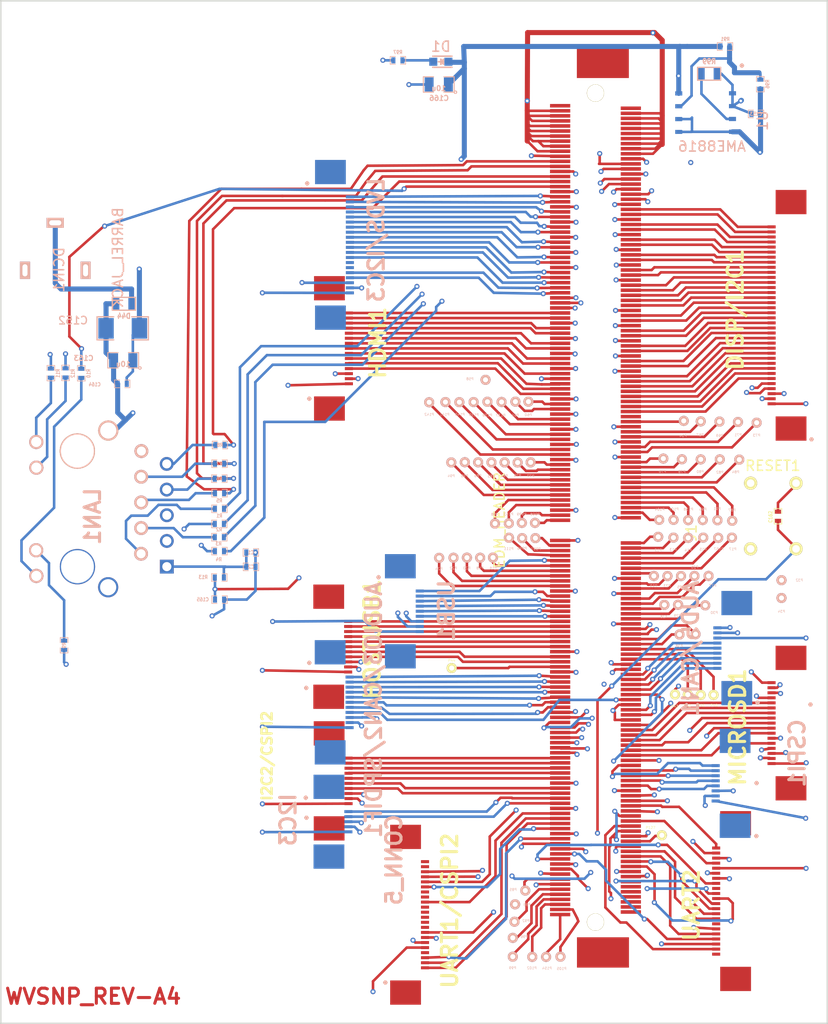
<source format=kicad_pcb>
(kicad_pcb (version 4) (host pcbnew "(2015-09-17 BZR 6202)-product")
  (layers (0 F.Cu signal) (1 Inner2.Cu signal) (2 Inner1.Cu signal) (31 B.Cu signal) (34 B.Paste user hide) (35 F.Paste user hide) (36 B.SilkS user) (37 F.SilkS user) (38 B.Mask user hide) (39 F.Mask user) (44 Edge.Cuts user))
  (net 0 "")
  (net 1 +3.3V)
  (net 2 +5V)
  (net 3 /EXCDA_nPREST)
  (net 4 /GND_DRAIN1)
  (net 5 /HDMI1_CAD)
  (net 6 /MNF10)
  (net 7 /MNF11)
  (net 8 /MNF12)
  (net 9 /MNF13_WATCHDOG)
  (net 10 /MNF7)
  (net 11 /MNF8)
  (net 12 /MNF9)
  (net 13 /PCIEA_CLKN)
  (net 14 /PCIEA_CLKP)
  (net 15 /PCIEA_RXN)
  (net 16 /PCIEA_RXP)
  (net 17 /PCIEA_TXN)
  (net 18 /PCIEA_TXP)
  (net 19 /PCIEB_CLKN)
  (net 20 /PCIEB_CLKP)
  (net 21 /PCIEB_RXN)
  (net 22 /PCIEB_RXP)
  (net 23 /PCIEB_TXN)
  (net 24 /PCIEB_TXP)
  (net 25 /PCIE_CLK_OEA)
  (net 26 /PCIE_CLK_OEB)
  (net 27 /PCIE_nRST)
  (net 28 /PCIE_nWAKE)
  (net 29 /PWR_BTN)
  (net 30 /RSVD1)
  (net 31 /R_NANDF_A1)
  (net 32 /R_NANDF_A10)
  (net 33 /R_NANDF_A2)
  (net 34 /R_NANDF_A3)
  (net 35 /R_NANDF_A4)
  (net 36 /R_NANDF_A5)
  (net 37 /R_NANDF_A6)
  (net 38 /R_NANDF_A7)
  (net 39 /R_NANDF_A8)
  (net 40 /R_NANDF_A9)
  (net 41 /R_NANDF_ALE)
  (net 42 /R_NANDF_CLE)
  (net 43 /R_NANDF_CS0)
  (net 44 /R_NANDF_CS1)
  (net 45 /R_NANDF_CS2)
  (net 46 /R_NANDF_CS3)
  (net 47 /R_NANDF_CS4)
  (net 48 /R_NANDF_D0)
  (net 49 /R_NANDF_D1)
  (net 50 /R_NANDF_D10)
  (net 51 /R_NANDF_D11)
  (net 52 /R_NANDF_D12)
  (net 53 /R_NANDF_D13)
  (net 54 /R_NANDF_D14)
  (net 55 /R_NANDF_D15)
  (net 56 /R_NANDF_D2)
  (net 57 /R_NANDF_D3)
  (net 58 /R_NANDF_D4)
  (net 59 /R_NANDF_D5)
  (net 60 /R_NANDF_D6)
  (net 61 /R_NANDF_D7)
  (net 62 /R_NANDF_D8)
  (net 63 /R_NANDF_D9)
  (net 64 /R_NANDF_RB0)
  (net 65 /R_NANDF_RE)
  (net 66 /R_NANDF_WE)
  (net 67 /R_NANDF_WP)
  (net 68 /SATA1_RXN)
  (net 69 /SATA1_RXP)
  (net 70 /SATA1_TXN)
  (net 71 /SATA1_TXP)
  (net 72 /StdB1_SSRXN)
  (net 73 /StdB1_SSRXP)
  (net 74 /StdB1_SSTXN)
  (net 75 /StdB1_SSTXP)
  (net 76 /USB_H1_VBUS)
  (net 77 /USB_HUB_RESET_B)
  (net 78 /VCC_RTC)
  (net 79 AUD3_RXD)
  (net 80 AUD3_TXC)
  (net 81 AUD3_TXD)
  (net 82 AUD3_TXFS)
  (net 83 AUD5_RXD)
  (net 84 AUD5_TXC)
  (net 85 AUD5_TXD)
  (net 86 AUD5_TXFS)
  (net 87 AUDIO_CLK)
  (net 88 AUX_5V_EN)
  (net 89 CAN1n)
  (net 90 CAN1p)
  (net 91 CAN2n)
  (net 92 CAN2p)
  (net 93 CSPI1_CS0)
  (net 94 CSPI1_CS1)
  (net 95 CSPI1_MISO)
  (net 96 CSPI1_MOSI)
  (net 97 CSPI1_SCLK)
  (net 98 CSPI2_CS0)
  (net 99 CSPI2_CS1)
  (net 100 CSPI2_MISO)
  (net 101 CSPI2_MOSI)
  (net 102 CSPI2_SCLK)
  (net 103 DDC_SCL)
  (net 104 DDC_SDA)
  (net 105 DISP0_BKLEN)
  (net 106 DISP0_CLK)
  (net 107 DISP0_CNTRST)
  (net 108 DISP0_DAT0)
  (net 109 DISP0_DAT1)
  (net 110 DISP0_DAT10)
  (net 111 DISP0_DAT11)
  (net 112 DISP0_DAT12)
  (net 113 DISP0_DAT13)
  (net 114 DISP0_DAT14)
  (net 115 DISP0_DAT15)
  (net 116 DISP0_DAT16)
  (net 117 DISP0_DAT17)
  (net 118 DISP0_DAT18)
  (net 119 DISP0_DAT19)
  (net 120 DISP0_DAT2)
  (net 121 DISP0_DAT20)
  (net 122 DISP0_DAT21)
  (net 123 DISP0_DAT22)
  (net 124 DISP0_DAT23)
  (net 125 DISP0_DAT3)
  (net 126 DISP0_DAT4)
  (net 127 DISP0_DAT5)
  (net 128 DISP0_DAT6)
  (net 129 DISP0_DAT7)
  (net 130 DISP0_DAT8)
  (net 131 DISP0_DAT9)
  (net 132 DISP0_DRDY)
  (net 133 DISP0_HSYNC)
  (net 134 DISP0_VDDEN)
  (net 135 DISP0_VSYNC)
  (net 136 ETHER1_D0N)
  (net 137 ETHER1_D0P)
  (net 138 ETHER1_D1N)
  (net 139 ETHER1_D1P)
  (net 140 ETHER1_D2N)
  (net 141 ETHER1_D2P)
  (net 142 ETHER1_D3N)
  (net 143 ETHER1_D3P)
  (net 144 GND)
  (net 145 GND_DRAIN2)
  (net 146 GPIO1_24)
  (net 147 GPIO3_11)
  (net 148 GPIO3_12)
  (net 149 GPIO3_26)
  (net 150 GPIO3_27)
  (net 151 GPIO3_8)
  (net 152 GPIO6_1)
  (net 153 GPIO6_31)
  (net 154 GPIO7_8)
  (net 155 GPIO_19)
  (net 156 GPIO_1_CLK0)
  (net 157 HDMI1_CEC)
  (net 158 HDMI1_HPD)
  (net 159 HDMI_CLKM)
  (net 160 HDMI_CLKP)
  (net 161 HDMI_D0M)
  (net 162 HDMI_D0P)
  (net 163 HDMI_D1M)
  (net 164 HDMI_D1P)
  (net 165 HDMI_D2M)
  (net 166 HDMI_D2P)
  (net 167 I2C1_SCL)
  (net 168 I2C1_SDA)
  (net 169 I2C2_SCL)
  (net 170 I2C2_SDA)
  (net 171 I2C3_SCL)
  (net 172 I2C3_SDA)
  (net 173 LED1_ACT)
  (net 174 LED1_nLINK100)
  (net 175 LED1_nLINK1000)
  (net 176 LVDS0_BLT_CTRL)
  (net 177 LVDS0_CLK_N)
  (net 178 LVDS0_CLK_P)
  (net 179 LVDS0_EN)
  (net 180 LVDS0_TX0_N)
  (net 181 LVDS0_TX0_P)
  (net 182 LVDS0_TX1_N)
  (net 183 LVDS0_TX1_P)
  (net 184 LVDS0_TX2_N)
  (net 185 LVDS0_TX2_P)
  (net 186 LVDS0_TX3_N)
  (net 187 LVDS0_TX3_P)
  (net 188 LVDS0_VDDEN)
  (net 189 N-00000145)
  (net 190 N-00000154)
  (net 191 N-00000155)
  (net 192 N-00000156)
  (net 193 N-00000157)
  (net 194 N-00000158)
  (net 195 N-00000159)
  (net 196 N-00000160)
  (net 197 N-00000166)
  (net 198 N-00000167)
  (net 199 N-00000168)
  (net 200 N-00000169)
  (net 201 N-00000187)
  (net 202 N-00000189)
  (net 203 N-00000190)
  (net 204 N-00000191)
  (net 205 N-00000193)
  (net 206 S3)
  (net 207 S5)
  (net 208 SD1_CD)
  (net 209 SD1_CLK)
  (net 210 SD1_CMD)
  (net 211 SD1_DATA0)
  (net 212 SD1_DATA1)
  (net 213 SD1_DATA2)
  (net 214 SD1_DATA3)
  (net 215 SD1_DATA4)
  (net 216 SD1_DATA5)
  (net 217 SD1_DATA6)
  (net 218 SD1_DATA7)
  (net 219 SD1_LED)
  (net 220 SD1_PWREN)
  (net 221 SD1_WP)
  (net 222 SPDIF_OUT)
  (net 223 StdB2_SSRXN)
  (net 224 StdB2_SSRXP)
  (net 225 StdB2_SSTXN)
  (net 226 StdB2_SSTXP)
  (net 227 UART1_CTS)
  (net 228 UART1_RTS)
  (net 229 UART1_RXD)
  (net 230 UART1_TXD)
  (net 231 UART2_CTS)
  (net 232 UART2_DCD)
  (net 233 UART2_DSR)
  (net 234 UART2_DTR)
  (net 235 UART2_RTS)
  (net 236 UART2_RXD)
  (net 237 UART2_TXD)
  (net 238 USB_H1_OC)
  (net 239 USB_HOST_DN)
  (net 240 USB_HOST_DP)
  (net 241 USB_OTG_DN)
  (net 242 USB_OTG_DP)
  (net 243 USB_OTG_ID)
  (net 244 USB_OTG_OC)
  (net 245 USB_OTG_PWR_EN)
  (net 246 USB_OTG_VBUS)
  (net 247 eDP0_HPD)
  (net 248 eDP0_SELF_TEST)
  (net 249 nRESET_BTN)
  (module Wand_15_FFC_Conn (layer F.Cu) (at 239.45 134.29 270)
    (fp_text reference HDMI1 (at 0.7 -2.87 270) (layer F.SilkS) (effects (font (thickness 0.3048))))
    (fp_text value CONN_15 hide)
    (pad 14 smd rect (at -1.7488 0 270) (size 0.29972 0.8001) (layers F.Cu F.Paste F.Mask) (net 159 HDMI_CLKM) (clearance 0.06604))
    (pad 11 smd rect (at -0.2502 0 270) (size 0.29972 0.8001) (layers F.Cu F.Paste F.Mask) (net 164 HDMI_D1P) (clearance 0.06604))
    (pad 13 smd rect (at -1.25096 0 270) (size 0.29972 0.8001) (layers F.Cu F.Paste F.Mask) (net 162 HDMI_D0P) (clearance 0.06604))
    (pad 12 smd rect (at -0.75058 0 270) (size 0.29972 0.8001) (layers F.Cu F.Paste F.Mask) (net 161 HDMI_D0M) (clearance 0.06604))
    (pad "" smd rect (at 7.2009 1.92532 270) (size 2.4003 3.05054) (layers F.Cu F.Paste F.Mask))
    (pad 15 smd rect (at -2.25056 0 270) (size 0.29972 0.8001) (layers F.Cu F.Paste F.Mask) (net 160 HDMI_CLKP) (clearance 0.06604))
    (pad 2 smd rect (at 4.24942 0 270) (size 0.29972 0.8001) (layers F.Cu F.Paste F.Mask) (net 144 GND) (clearance 0.06604))
    (pad 3 smd rect (at 3.74904 0 270) (size 0.29972 0.8001) (layers F.Cu F.Paste F.Mask) (net 1 +3.3V) (clearance 0.06604))
    (pad 1 smd rect (at 4.7498 0 270) (size 0.29972 0.8001) (layers F.Cu F.Paste F.Mask) (net 2 +5V) (clearance 0.06604))
    (pad 5 smd rect (at 2.75082 0 270) (size 0.29972 0.8001) (layers F.Cu F.Paste F.Mask) (net 103 DDC_SCL) (clearance 0.06604))
    (pad 4 smd rect (at 3.2512 0 270) (size 0.29972 0.8001) (layers F.Cu F.Paste F.Mask) (net 104 DDC_SDA) (clearance 0.06604))
    (pad 10 smd rect (at 0.24892 0 270) (size 0.29972 0.8001) (layers F.Cu F.Paste F.Mask) (net 163 HDMI_D1M) (clearance 0.06604))
    (pad 9 smd rect (at 0.7493 0 270) (size 0.29972 0.8001) (layers F.Cu F.Paste F.Mask) (net 166 HDMI_D2P) (clearance 0.06604))
    (pad 6 smd rect (at 2.25044 0 270) (size 0.29972 0.8001) (layers F.Cu F.Paste F.Mask) (net 157 HDMI1_CEC) (clearance 0.06604))
    (pad 7 smd rect (at 1.75006 0 270) (size 0.29972 0.8001) (layers F.Cu F.Paste F.Mask) (net 158 HDMI1_HPD) (clearance 0.06604))
    (pad 8 smd rect (at 1.24968 0 270) (size 0.29972 0.8001) (layers F.Cu F.Paste F.Mask) (net 165 HDMI_D2M) (clearance 0.06604))
    (pad "" smd rect (at -4.69912 1.92532 270) (size 2.4003 3.05054) (layers F.Cu F.Paste F.Mask))
  )
  (module Wand_10_FFC_Conn (layer F.Cu) (at 239.42 175.82 270)
    (fp_text reference I2C2/CSPI2 (at 0.0254 8.0772 270) (layer F.SilkS) (effects (font (thickness 0.25))))
    (fp_text value CONN_10 hide)
    (pad "" smd rect (at 7.2009 1.92532 270) (size 2.4003 3.05054) (layers F.Cu F.Paste F.Mask))
    (pad 10 smd rect (at 0.24944 0 270) (size 0.29972 0.8001) (layers F.Cu F.Paste F.Mask) (net 101 CSPI2_MOSI) (clearance 0.06604))
    (pad 2 smd rect (at 4.24942 0 270) (size 0.29972 0.8001) (layers F.Cu F.Paste F.Mask) (net 144 GND) (clearance 0.06604))
    (pad 3 smd rect (at 3.74904 0 270) (size 0.29972 0.8001) (layers F.Cu F.Paste F.Mask) (net 1 +3.3V) (clearance 0.06604))
    (pad 1 smd rect (at 4.7498 0 270) (size 0.29972 0.8001) (layers F.Cu F.Paste F.Mask) (net 2 +5V) (clearance 0.06604))
    (pad 5 smd rect (at 2.75082 0 270) (size 0.29972 0.8001) (layers F.Cu F.Paste F.Mask) (net 169 I2C2_SCL) (clearance 0.06604))
    (pad 4 smd rect (at 3.2512 0 270) (size 0.29972 0.8001) (layers F.Cu F.Paste F.Mask) (net 170 I2C2_SDA) (clearance 0.06604))
    (pad 9 smd rect (at 0.7493 0 270) (size 0.29972 0.8001) (layers F.Cu F.Paste F.Mask) (net 100 CSPI2_MISO) (clearance 0.06604))
    (pad 6 smd rect (at 2.25044 0 270) (size 0.29972 0.8001) (layers F.Cu F.Paste F.Mask) (net 99 CSPI2_CS1) (clearance 0.06604))
    (pad 7 smd rect (at 1.75006 0 270) (size 0.29972 0.8001) (layers F.Cu F.Paste F.Mask) (net 98 CSPI2_CS0) (clearance 0.06604))
    (pad 8 smd rect (at 1.24968 0 270) (size 0.29972 0.8001) (layers F.Cu F.Paste F.Mask) (net 102 CSPI2_SCLK) (clearance 0.06604))
    (pad "" smd rect (at -2.19912 1.92532 270) (size 2.4003 3.05054) (layers F.Cu F.Paste F.Mask))
  )
  (module TEST_POINT (layer B.Cu) (at 272.05 160.9)
    (fp_text reference P29 (at -0.05 1.08) (layer B.SilkS) (effects (font (size 0.25 0.25) (thickness 0.000001)) (justify mirror)))
    (fp_text value TST hide)
    (pad 1 thru_hole circle (at 0 0) (size 1 1) (drill 0.5) (layers *.Cu *.Mask B.SilkS) (net 63 /R_NANDF_D9))
  )
  (module TEST_POINT (layer B.Cu) (at 270.69 160.91)
    (fp_text reference P28 (at -0.04 1.17) (layer B.SilkS) (effects (font (size 0.25 0.25) (thickness 0.000001)) (justify mirror)))
    (fp_text value TST hide)
    (pad 1 thru_hole circle (at 0 0) (size 1 1) (drill 0.5) (layers *.Cu *.Mask B.SilkS) (net 50 /R_NANDF_D10))
  )
  (module TEST_POINT (layer B.Cu) (at 273.67 158.05)
    (fp_text reference P26 (at 0.03 -0.87) (layer B.SilkS) (effects (font (size 0.25 0.25) (thickness 0.000001)) (justify mirror)))
    (fp_text value TST hide)
    (pad 1 thru_hole circle (at 0 0) (size 1 1) (drill 0.5) (layers *.Cu *.Mask B.SilkS) (net 52 /R_NANDF_D12))
  )
  (module TEST_POINT (layer B.Cu) (at 275.07 158.05)
    (fp_text reference P27 (at 0.42 0.96) (layer B.SilkS) (effects (font (size 0.25 0.25) (thickness 0.000001)) (justify mirror)))
    (fp_text value TST hide)
    (pad 1 thru_hole circle (at 0 0) (size 1 1) (drill 0.5) (layers *.Cu *.Mask B.SilkS) (net 51 /R_NANDF_D11))
  )
  (module TEST_POINT (layer B.Cu) (at 273.78 163.81)
    (fp_text reference P36 (at -0.02 1.14) (layer B.SilkS) (effects (font (size 0.25 0.25) (thickness 0.000001)) (justify mirror)))
    (fp_text value TST hide)
    (pad 1 thru_hole circle (at 0 0) (size 1 1) (drill 0.5) (layers *.Cu *.Mask B.SilkS) (net 59 /R_NANDF_D5))
  )
  (module TEST_POINT (layer B.Cu) (at 274.74 160.96)
    (fp_text reference P30 (at 0.89 0.72) (layer B.SilkS) (effects (font (size 0.25 0.25) (thickness 0.000001)) (justify mirror)))
    (fp_text value TST hide)
    (pad 1 thru_hole circle (at 0 0) (size 1 1) (drill 0.5) (layers *.Cu *.Mask B.SilkS) (net 62 /R_NANDF_D8))
  )
  (module TEST_POINT (layer B.Cu) (at 252.98 138.65)
    (fp_text reference P58 (at -1.54 -0.09) (layer B.SilkS) (effects (font (size 0.25 0.25) (thickness 0.000001)) (justify mirror)))
    (fp_text value TST hide)
    (pad 1 thru_hole circle (at 0 0) (size 1 1) (drill 0.5) (layers *.Cu *.Mask B.SilkS) (net 5 /HDMI1_CAD))
  )
  (module TEST_POINT (layer B.Cu) (at 282.29 160.23)
    (fp_text reference P34 (at 0 1.33) (layer B.SilkS) (effects (font (size 0.25 0.25) (thickness 0.000001)) (justify mirror)))
    (fp_text value TST hide)
    (pad 1 thru_hole circle (at 0 0) (size 1 1) (drill 0.5) (layers *.Cu *.Mask B.SilkS) (net 60 /R_NANDF_D6))
  )
  (module TEST_POINT (layer B.Cu) (at 272.34 158.06)
    (fp_text reference P25 (at -0.02 1.08) (layer B.SilkS) (effects (font (size 0.25 0.25) (thickness 0.000001)) (justify mirror)))
    (fp_text value TST hide)
    (pad 1 thru_hole circle (at 0 0) (size 1 1) (drill 0.5) (layers *.Cu *.Mask B.SilkS) (net 53 /R_NANDF_D13))
  )
  (module TEST_POINT (layer B.Cu) (at 271 158.06)
    (fp_text reference P23 (at -0.03 0.97) (layer B.SilkS) (effects (font (size 0.25 0.25) (thickness 0.000001)) (justify mirror)))
    (fp_text value TST hide)
    (pad 1 thru_hole circle (at 0 0) (size 1 1) (drill 0.5) (layers *.Cu *.Mask B.SilkS) (net 54 /R_NANDF_D14))
  )
  (module TEST_POINT (layer B.Cu) (at 269.65 158.05)
    (fp_text reference P19 (at -0.02 0.98) (layer B.SilkS) (effects (font (size 0.25 0.25) (thickness 0.000001)) (justify mirror)))
    (fp_text value TST hide)
    (pad 1 thru_hole circle (at 0 0) (size 1 1) (drill 0.5) (layers *.Cu *.Mask B.SilkS) (net 55 /R_NANDF_D15))
  )
  (module TEST_POINT (layer B.Cu) (at 277.38 154.26)
    (fp_text reference P17 (at 0.09 1.13) (layer B.SilkS) (effects (font (size 0.25 0.25) (thickness 0.000001)) (justify mirror)))
    (fp_text value TST hide)
    (pad 1 thru_hole circle (at 0 0) (size 1 1) (drill 0.5) (layers *.Cu *.Mask B.SilkS) (net 31 /R_NANDF_A1))
  )
  (module TEST_POINT (layer B.Cu) (at 276.02 154.28)
    (fp_text reference P157 (at 0.06 1.1) (layer B.SilkS) (effects (font (size 0.25 0.25) (thickness 0.000001)) (justify mirror)))
    (fp_text value TST hide)
    (pad 1 thru_hole circle (at 0 0) (size 1 1) (drill 0.5) (layers *.Cu *.Mask B.SilkS) (net 33 /R_NANDF_A2))
  )
  (module TEST_POINT (layer B.Cu) (at 274.54 154.26)
    (fp_text reference P15 (at -0.01 1.16) (layer B.SilkS) (effects (font (size 0.25 0.25) (thickness 0.000001)) (justify mirror)))
    (fp_text value TST hide)
    (pad 1 thru_hole circle (at 0 0) (size 1 1) (drill 0.5) (layers *.Cu *.Mask B.SilkS) (net 34 /R_NANDF_A3))
  )
  (module TEST_POINT (layer B.Cu) (at 273.05 154.28)
    (fp_text reference P14 (at 0 1.22) (layer B.SilkS) (effects (font (size 0.25 0.25) (thickness 0.000001)) (justify mirror)))
    (fp_text value TST hide)
    (pad 1 thru_hole circle (at 0 0) (size 1 1) (drill 0.5) (layers *.Cu *.Mask B.SilkS) (net 35 /R_NANDF_A4))
  )
  (module TEST_POINT (layer B.Cu) (at 271.59 154.26)
    (fp_text reference P13 (at -0.02 1.19) (layer B.SilkS) (effects (font (size 0.25 0.25) (thickness 0.000001)) (justify mirror)))
    (fp_text value TST hide)
    (pad 1 thru_hole circle (at 0 0) (size 1 1) (drill 0.5) (layers *.Cu *.Mask B.SilkS) (net 36 /R_NANDF_A5))
  )
  (module TEST_POINT (layer B.Cu) (at 256.61 154.31)
    (fp_text reference P996 (at 0 1.02) (layer B.SilkS) (effects (font (size 0.25 0.25) (thickness 0.000001)) (justify mirror)))
    (fp_text value TST hide)
    (pad 1 thru_hole circle (at 0 0) (size 1 1) (drill 0.5) (layers *.Cu *.Mask B.SilkS) (net 70 /SATA1_TXN))
  )
  (module TEST_POINT (layer B.Cu) (at 257.92 154.31)
    (fp_text reference P997 (at 0.06 1.08) (layer B.SilkS) (effects (font (size 0.25 0.25) (thickness 0.000001)) (justify mirror)))
    (fp_text value TST hide)
    (pad 1 thru_hole circle (at 0 0) (size 1 1) (drill 0.5) (layers *.Cu *.Mask B.SilkS) (net 71 /SATA1_TXP))
  )
  (module TEST_POINT (layer B.Cu) (at 257.88 152.8)
    (fp_text reference P998 (at 0.01 -0.84) (layer B.SilkS) (effects (font (size 0.25 0.25) (thickness 0.000001)) (justify mirror)))
    (fp_text value TST hide)
    (pad 1 thru_hole circle (at 0 0) (size 1 1) (drill 0.5) (layers *.Cu *.Mask B.SilkS) (net 68 /SATA1_RXN))
  )
  (module TEST_POINT (layer B.Cu) (at 256.58 152.8)
    (fp_text reference P999 (at -0.01 -0.85) (layer B.SilkS) (effects (font (size 0.25 0.25) (thickness 0.000001)) (justify mirror)))
    (fp_text value TST hide)
    (pad 1 thru_hole circle (at 0 0) (size 1 1) (drill 0.5) (layers *.Cu *.Mask B.SilkS) (net 69 /SATA1_RXP))
  )
  (module TEST_POINT (layer B.Cu) (at 282.29 158.47)
    (fp_text reference P32 (at 1.77 0) (layer B.SilkS) (effects (font (size 0.25 0.25) (thickness 0.000001)) (justify mirror)))
    (fp_text value TST hide)
    (pad 1 thru_hole circle (at 0 0) (size 1 1) (drill 0.5) (layers *.Cu *.Mask B.SilkS) (net 61 /R_NANDF_D7))
  )
  (module TEST_POINT (layer B.Cu) (at 272.19 163.84)
    (fp_text reference P38 (at -0.02 1.13) (layer B.SilkS) (effects (font (size 0.25 0.25) (thickness 0.000001)) (justify mirror)))
    (fp_text value TST hide)
    (pad 1 thru_hole circle (at 0 0) (size 1 1) (drill 0.5) (layers *.Cu *.Mask B.SilkS) (net 58 /R_NANDF_D4))
  )
  (module TEST_POINT (layer F.Cu) (at 270.44 183.7)
    (fp_text reference P127 (at -1.12 -0.76) (layer F.SilkS) (effects (font (size 0.25 0.25) (thickness 0.000001))))
    (fp_text value TST hide)
    (pad 1 thru_hole circle (at 0 0) (size 1 1) (drill 0.5) (layers *.Cu *.Mask F.SilkS) (net 29 /PWR_BTN))
  )
  (module TEST_POINT (layer F.Cu) (at 271.75 169.77)
    (fp_text reference P43 (at -0.04 1.17) (layer F.SilkS) (effects (font (size 0.25 0.25) (thickness 0.000001))))
    (fp_text value TST hide)
    (pad 1 thru_hole circle (at 0 0) (size 1 1) (drill 0.5) (layers *.Cu *.Mask F.SilkS) (net 48 /R_NANDF_D0))
  )
  (module TEST_POINT (layer F.Cu) (at 273.01 169.79)
    (fp_text reference P42 (at -0.06 1.09) (layer F.SilkS) (effects (font (size 0.25 0.25) (thickness 0.000001))))
    (fp_text value TST hide)
    (pad 1 thru_hole circle (at 0 0) (size 1 1) (drill 0.5) (layers *.Cu *.Mask F.SilkS) (net 49 /R_NANDF_D1))
  )
  (module TEST_POINT (layer F.Cu) (at 274.29 169.82)
    (fp_text reference P41 (at 0.06 1.04) (layer F.SilkS) (effects (font (size 0.25 0.25) (thickness 0.000001))))
    (fp_text value TST hide)
    (pad 1 thru_hole circle (at 0 0) (size 1 1) (drill 0.5) (layers *.Cu *.Mask F.SilkS) (net 56 /R_NANDF_D2))
  )
  (module TEST_POINT (layer F.Cu) (at 275.56 169.82)
    (fp_text reference P40 (at 0.05 1.04) (layer F.SilkS) (effects (font (size 0.25 0.25) (thickness 0.000001))))
    (fp_text value TST hide)
    (pad 1 thru_hole circle (at 0 0) (size 1 1) (drill 0.5) (layers *.Cu *.Mask F.SilkS) (net 57 /R_NANDF_D3))
  )
  (module TEST_POINT (layer B.Cu) (at 270.08 154.18)
    (fp_text reference P12 (at -0.01 1.31) (layer B.SilkS) (effects (font (size 0.25 0.25) (thickness 0.000001)) (justify mirror)))
    (fp_text value TST hide)
    (pad 1 thru_hole circle (at 0 0) (size 1 1) (drill 0.5) (layers *.Cu *.Mask B.SilkS) (net 37 /R_NANDF_A6))
  )
  (module TEST_POINT (layer F.Cu) (at 249.63 167.16)
    (fp_text reference P44 (at 0 -0.75) (layer F.SilkS) (effects (font (size 0.25 0.25) (thickness 0.000001))))
    (fp_text value TST hide)
    (pad 1 thru_hole circle (at 0 0) (size 1 1) (drill 0.5) (layers *.Cu *.Mask F.SilkS) (net 76 /USB_H1_VBUS))
  )
  (module TEST_POINT (layer B.Cu) (at 248.39 156.26)
    (fp_text reference P24 (at -0.02 1.08) (layer B.SilkS) (effects (font (size 0.25 0.25) (thickness 0.000001)) (justify mirror)))
    (fp_text value TST hide)
    (pad 1 thru_hole circle (at 0 0) (size 1 1) (drill 0.5) (layers *.Cu *.Mask B.SilkS) (net 74 /StdB1_SSTXN))
  )
  (module TEST_POINT (layer B.Cu) (at 249.81 156.25)
    (fp_text reference P22 (at -0.01 1.03) (layer B.SilkS) (effects (font (size 0.25 0.25) (thickness 0.000001)) (justify mirror)))
    (fp_text value TST hide)
    (pad 1 thru_hole circle (at 0 0) (size 1 1) (drill 0.5) (layers *.Cu *.Mask B.SilkS) (net 75 /StdB1_SSTXP))
  )
  (module TEST_POINT (layer B.Cu) (at 251.14 156.24)
    (fp_text reference P20 (at -0.01 1.03) (layer B.SilkS) (effects (font (size 0.25 0.25) (thickness 0.000001)) (justify mirror)))
    (fp_text value TST hide)
    (pad 1 thru_hole circle (at 0 0) (size 1 1) (drill 0.5) (layers *.Cu *.Mask B.SilkS) (net 4 /GND_DRAIN1))
  )
  (module TEST_POINT (layer B.Cu) (at 252.45 156.25)
    (fp_text reference P18 (at -0.01 1.03) (layer B.SilkS) (effects (font (size 0.25 0.25) (thickness 0.000001)) (justify mirror)))
    (fp_text value TST hide)
    (pad 1 thru_hole circle (at 0 0) (size 1 1) (drill 0.5) (layers *.Cu *.Mask B.SilkS) (net 72 /StdB1_SSRXN))
  )
  (module TEST_POINT (layer B.Cu) (at 253.72 156.23)
    (fp_text reference P16 (at 0.02 1.05) (layer B.SilkS) (effects (font (size 0.25 0.25) (thickness 0.000001)) (justify mirror)))
    (fp_text value TST hide)
    (pad 1 thru_hole circle (at 0 0) (size 1 1) (drill 0.5) (layers *.Cu *.Mask B.SilkS) (net 73 /StdB1_SSRXP))
  )
  (module TEST_POINT (layer B.Cu) (at 255.3 154.27)
    (fp_text reference P111 (at -0.02 1.09) (layer B.SilkS) (effects (font (size 0.25 0.25) (thickness 0.000001)) (justify mirror)))
    (fp_text value TST hide)
    (pad 1 thru_hole circle (at 0 0) (size 1 1) (drill 0.5) (layers *.Cu *.Mask B.SilkS) (net 77 /USB_HUB_RESET_B))
  )
  (module TEST_POINT (layer B.Cu) (at 255.29 152.85)
    (fp_text reference P143 (at -0.02 -0.91) (layer B.SilkS) (effects (font (size 0.25 0.25) (thickness 0.000001)) (justify mirror)))
    (fp_text value TST hide)
    (pad 1 thru_hole circle (at 0 0) (size 1 1) (drill 0.5) (layers *.Cu *.Mask B.SilkS) (net 27 /PCIE_nRST))
  )
  (module TEST_POINT (layer B.Cu) (at 253.92 152.87)
    (fp_text reference P98 (at -0.02 -0.91) (layer B.SilkS) (effects (font (size 0.25 0.25) (thickness 0.000001)) (justify mirror)))
    (fp_text value TST hide)
    (pad 1 thru_hole circle (at 0 0) (size 1 1) (drill 0.5) (layers *.Cu *.Mask B.SilkS) (net 28 /PCIE_nWAKE))
  )
  (module TEST_POINT (layer B.Cu) (at 249.59 146.82)
    (fp_text reference P94 (at 0 1.34) (layer B.SilkS) (effects (font (size 0.25 0.25) (thickness 0.000001)) (justify mirror)))
    (fp_text value TST hide)
    (pad 1 thru_hole circle (at 0 0) (size 1 1) (drill 0.5) (layers *.Cu *.Mask B.SilkS) (net 26 /PCIE_CLK_OEB))
  )
  (module TEST_POINT (layer B.Cu) (at 250.93 146.8)
    (fp_text reference P90 (at -0.02 1.36) (layer B.SilkS) (effects (font (size 0.25 0.25) (thickness 0.000001)) (justify mirror)))
    (fp_text value TST hide)
    (pad 1 thru_hole circle (at 0 0) (size 1 1) (drill 0.5) (layers *.Cu *.Mask B.SilkS) (net 25 /PCIE_CLK_OEA))
  )
  (module TEST_POINT (layer B.Cu) (at 252.25 146.81)
    (fp_text reference P86 (at -0.02 1.33) (layer B.SilkS) (effects (font (size 0.25 0.25) (thickness 0.000001)) (justify mirror)))
    (fp_text value TST hide)
    (pad 1 thru_hole circle (at 0 0) (size 1 1) (drill 0.5) (layers *.Cu *.Mask B.SilkS) (net 21 /PCIEB_RXN))
  )
  (module TEST_POINT (layer B.Cu) (at 253.57 146.82)
    (fp_text reference P83 (at -0.01 1.36) (layer B.SilkS) (effects (font (size 0.25 0.25) (thickness 0.000001)) (justify mirror)))
    (fp_text value TST hide)
    (pad 1 thru_hole circle (at 0 0) (size 1 1) (drill 0.5) (layers *.Cu *.Mask B.SilkS) (net 22 /PCIEB_RXP))
  )
  (module TEST_POINT (layer B.Cu) (at 254.87 146.82)
    (fp_text reference P81 (at -0.03 1.32) (layer B.SilkS) (effects (font (size 0.25 0.25) (thickness 0.000001)) (justify mirror)))
    (fp_text value TST hide)
    (pad 1 thru_hole circle (at 0 0) (size 1 1) (drill 0.5) (layers *.Cu *.Mask B.SilkS) (net 3 /EXCDA_nPREST))
  )
  (module TEST_POINT (layer B.Cu) (at 256.16 146.83)
    (fp_text reference P79 (at 0 1.3) (layer B.SilkS) (effects (font (size 0.25 0.25) (thickness 0.000001)) (justify mirror)))
    (fp_text value TST hide)
    (pad 1 thru_hole circle (at 0 0) (size 1 1) (drill 0.5) (layers *.Cu *.Mask B.SilkS) (net 23 /PCIEB_TXN))
  )
  (module TEST_POINT (layer B.Cu) (at 257.45 146.81)
    (fp_text reference P77 (at 0.01 1.37) (layer B.SilkS) (effects (font (size 0.25 0.25) (thickness 0.000001)) (justify mirror)))
    (fp_text value TST hide)
    (pad 1 thru_hole circle (at 0 0) (size 1 1) (drill 0.5) (layers *.Cu *.Mask B.SilkS) (net 24 /PCIEB_TXP))
  )
  (module TEST_POINT (layer B.Cu) (at 247.4 140.87)
    (fp_text reference P142 (at 0.01 1.21) (layer B.SilkS) (effects (font (size 0.25 0.25) (thickness 0.000001)) (justify mirror)))
    (fp_text value TST hide)
    (pad 1 thru_hole circle (at 0 0) (size 1 1) (drill 0.5) (layers *.Cu *.Mask B.SilkS) (net 15 /PCIEA_RXN))
  )
  (module TEST_POINT (layer B.Cu) (at 249.01 140.85)
    (fp_text reference P141 (at -0.07 1.23) (layer B.SilkS) (effects (font (size 0.25 0.25) (thickness 0.000001)) (justify mirror)))
    (fp_text value TST hide)
    (pad 1 thru_hole circle (at 0 0) (size 1 1) (drill 0.5) (layers *.Cu *.Mask B.SilkS) (net 16 /PCIEA_RXP))
  )
  (module TEST_POINT (layer B.Cu) (at 250.39 140.86)
    (fp_text reference P140 (at 0.06 1.22) (layer B.SilkS) (effects (font (size 0.25 0.25) (thickness 0.000001)) (justify mirror)))
    (fp_text value TST hide)
    (pad 1 thru_hole circle (at 0 0) (size 1 1) (drill 0.5) (layers *.Cu *.Mask B.SilkS) (net 17 /PCIEA_TXN))
  )
  (module TEST_POINT (layer B.Cu) (at 251.8 140.85)
    (fp_text reference P139 (at 0.04 1.27) (layer B.SilkS) (effects (font (size 0.25 0.25) (thickness 0.000001)) (justify mirror)))
    (fp_text value TST hide)
    (pad 1 thru_hole circle (at 0 0) (size 1 1) (drill 0.5) (layers *.Cu *.Mask B.SilkS) (net 18 /PCIEA_TXP))
  )
  (module TEST_POINT (layer B.Cu) (at 253.17 140.82)
    (fp_text reference P138 (at 0 1.33) (layer B.SilkS) (effects (font (size 0.25 0.25) (thickness 0.000001)) (justify mirror)))
    (fp_text value TST hide)
    (pad 1 thru_hole circle (at 0 0) (size 1 1) (drill 0.5) (layers *.Cu *.Mask B.SilkS) (net 13 /PCIEA_CLKN))
  )
  (module TEST_POINT (layer B.Cu) (at 254.57 140.84)
    (fp_text reference P137 (at -0.08 1.33) (layer B.SilkS) (effects (font (size 0.25 0.25) (thickness 0.000001)) (justify mirror)))
    (fp_text value TST hide)
    (pad 1 thru_hole circle (at 0 0) (size 1 1) (drill 0.5) (layers *.Cu *.Mask B.SilkS) (net 14 /PCIEA_CLKP))
  )
  (module TEST_POINT (layer B.Cu) (at 255.94 140.81)
    (fp_text reference P61 (at -0.01 1.34) (layer B.SilkS) (effects (font (size 0.25 0.25) (thickness 0.000001)) (justify mirror)))
    (fp_text value TST hide)
    (pad 1 thru_hole circle (at 0 0) (size 1 1) (drill 0.5) (layers *.Cu *.Mask B.SilkS) (net 19 /PCIEB_CLKN))
  )
  (module TEST_POINT (layer B.Cu) (at 257.23 140.81)
    (fp_text reference P60 (at -0.01 1.31) (layer B.SilkS) (effects (font (size 0.25 0.25) (thickness 0.000001)) (justify mirror)))
    (fp_text value TST hide)
    (pad 1 thru_hole circle (at 0 0) (size 1 1) (drill 0.5) (layers *.Cu *.Mask B.SilkS) (net 20 /PCIEB_CLKP))
  )
  (module TEST_POINT (layer B.Cu) (at 256.92 189.17)
    (fp_text reference P85 (at -1.2 -0.09) (layer B.SilkS) (effects (font (size 0.25 0.25) (thickness 0.000001)) (justify mirror)))
    (fp_text value TST hide)
    (pad 1 thru_hole circle (at 0 0) (size 1 1) (drill 0.5) (layers *.Cu *.Mask B.SilkS) (net 10 /MNF7))
  )
  (module TEST_POINT (layer B.Cu) (at 270.18 152.5)
    (fp_text reference P104 (at 0.05 -1.03) (layer B.SilkS) (effects (font (size 0.25 0.25) (thickness 0.000001)) (justify mirror)))
    (fp_text value TST hide)
    (pad 1 thru_hole circle (at 0 0) (size 1 1) (drill 0.5) (layers *.Cu *.Mask B.SilkS) (net 38 /R_NANDF_A7))
  )
  (module TEST_POINT (layer B.Cu) (at 271.6 152.5)
    (fp_text reference P101 (at 0.03 -1.06) (layer B.SilkS) (effects (font (size 0.25 0.25) (thickness 0.000001)) (justify mirror)))
    (fp_text value TST hide)
    (pad 1 thru_hole circle (at 0 0) (size 1 1) (drill 0.5) (layers *.Cu *.Mask B.SilkS) (net 39 /R_NANDF_A8))
  )
  (module TEST_POINT (layer B.Cu) (at 273.05 152.53)
    (fp_text reference P158 (at 0.03 -1.07) (layer B.SilkS) (effects (font (size 0.25 0.25) (thickness 0.000001)) (justify mirror)))
    (fp_text value TST hide)
    (pad 1 thru_hole circle (at 0 0) (size 1 1) (drill 0.5) (layers *.Cu *.Mask B.SilkS) (net 40 /R_NANDF_A9))
  )
  (module TEST_POINT (layer B.Cu) (at 274.49 152.52)
    (fp_text reference P95 (at 0.03 -1.06) (layer B.SilkS) (effects (font (size 0.25 0.25) (thickness 0.000001)) (justify mirror)))
    (fp_text value TST hide)
    (pad 1 thru_hole circle (at 0 0) (size 1 1) (drill 0.5) (layers *.Cu *.Mask B.SilkS) (net 32 /R_NANDF_A10))
  )
  (module TEST_POINT (layer B.Cu) (at 275.95 152.54)
    (fp_text reference P91 (at -0.03 -1.14) (layer B.SilkS) (effects (font (size 0.25 0.25) (thickness 0.000001)) (justify mirror)))
    (fp_text value TST hide)
    (pad 1 thru_hole circle (at 0 0) (size 1 1) (drill 0.5) (layers *.Cu *.Mask B.SilkS) (net 30 /RSVD1))
  )
  (module TEST_POINT (layer B.Cu) (at 277.41 152.59)
    (fp_text reference P87 (at -0.02 -1.05) (layer B.SilkS) (effects (font (size 0.25 0.25) (thickness 0.000001)) (justify mirror)))
    (fp_text value TST hide)
    (pad 1 thru_hole circle (at 0 0) (size 1 1) (drill 0.5) (layers *.Cu *.Mask B.SilkS) (net 65 /R_NANDF_RE))
  )
  (module TEST_POINT (layer B.Cu) (at 278.11 146.54)
    (fp_text reference P84 (at -0.36 1.23) (layer B.SilkS) (effects (font (size 0.25 0.25) (thickness 0.000001)) (justify mirror)))
    (fp_text value TST hide)
    (pad 1 thru_hole circle (at 0 0) (size 1 1) (drill 0.5) (layers *.Cu *.Mask B.SilkS) (net 66 /R_NANDF_WE))
  )
  (module TEST_POINT (layer B.Cu) (at 276.18 146.52)
    (fp_text reference P82 (at 0.01 1.28) (layer B.SilkS) (effects (font (size 0.25 0.25) (thickness 0.000001)) (justify mirror)))
    (fp_text value TST hide)
    (pad 1 thru_hole circle (at 0 0) (size 1 1) (drill 0.5) (layers *.Cu *.Mask B.SilkS) (net 41 /R_NANDF_ALE))
  )
  (module TEST_POINT (layer B.Cu) (at 274.29 146.52)
    (fp_text reference P80 (at -0.05 1.22) (layer B.SilkS) (effects (font (size 0.25 0.25) (thickness 0.000001)) (justify mirror)))
    (fp_text value TST hide)
    (pad 1 thru_hole circle (at 0 0) (size 1 1) (drill 0.5) (layers *.Cu *.Mask B.SilkS) (net 42 /R_NANDF_CLE))
  )
  (module TEST_POINT (layer B.Cu) (at 272.43 146.51)
    (fp_text reference P78 (at 0 1.22) (layer B.SilkS) (effects (font (size 0.25 0.25) (thickness 0.000001)) (justify mirror)))
    (fp_text value TST hide)
    (pad 1 thru_hole circle (at 0 0) (size 1 1) (drill 0.5) (layers *.Cu *.Mask B.SilkS) (net 67 /R_NANDF_WP))
  )
  (module TEST_POINT (layer B.Cu) (at 270.59 146.44)
    (fp_text reference P76 (at -0.09 1.26) (layer B.SilkS) (effects (font (size 0.25 0.25) (thickness 0.000001)) (justify mirror)))
    (fp_text value TST hide)
    (pad 1 thru_hole circle (at 0 0) (size 1 1) (drill 0.5) (layers *.Cu *.Mask B.SilkS) (net 64 /R_NANDF_RB0))
  )
  (module TEST_POINT (layer B.Cu) (at 279.83 142.89)
    (fp_text reference P73 (at 0 1.25) (layer B.SilkS) (effects (font (size 0.25 0.25) (thickness 0.000001)) (justify mirror)))
    (fp_text value TST hide)
    (pad 1 thru_hole circle (at 0 0) (size 1 1) (drill 0.5) (layers *.Cu *.Mask B.SilkS) (net 47 /R_NANDF_CS4))
  )
  (module TEST_POINT (layer B.Cu) (at 277.98 142.82)
    (fp_text reference P71 (at 0.02 1.28) (layer B.SilkS) (effects (font (size 0.25 0.25) (thickness 0.000001)) (justify mirror)))
    (fp_text value TST hide)
    (pad 1 thru_hole circle (at 0 0) (size 1 1) (drill 0.5) (layers *.Cu *.Mask B.SilkS) (net 46 /R_NANDF_CS3))
  )
  (module TEST_POINT (layer B.Cu) (at 255.91 190.53)
    (fp_text reference P88 (at 1.2 0.04) (layer B.SilkS) (effects (font (size 0.25 0.25) (thickness 0.000001)) (justify mirror)))
    (fp_text value TST hide)
    (pad 1 thru_hole circle (at 0 0) (size 1 1) (drill 0.5) (layers *.Cu *.Mask B.SilkS) (net 11 /MNF8))
  )
  (module TEST_POINT (layer B.Cu) (at 255.85 192.25)
    (fp_text reference P92 (at 1.14 -0.09) (layer B.SilkS) (effects (font (size 0.25 0.25) (thickness 0.000001)) (justify mirror)))
    (fp_text value TST hide)
    (pad 1 thru_hole circle (at 0 0) (size 1 1) (drill 0.5) (layers *.Cu *.Mask B.SilkS) (net 12 /MNF9))
  )
  (module TEST_POINT (layer B.Cu) (at 255.68 193.85)
    (fp_text reference P96 (at 1.14 -0.12) (layer B.SilkS) (effects (font (size 0.25 0.25) (thickness 0.000001)) (justify mirror)))
    (fp_text value TST hide)
    (pad 1 thru_hole circle (at 0 0) (size 1 1) (drill 0.5) (layers *.Cu *.Mask B.SilkS) (net 6 /MNF10))
  )
  (module TEST_POINT (layer B.Cu) (at 255.68 195.71)
    (fp_text reference P99 (at -0.01 1.11) (layer B.SilkS) (effects (font (size 0.25 0.25) (thickness 0.000001)) (justify mirror)))
    (fp_text value TST hide)
    (pad 1 thru_hole circle (at 0 0) (size 1 1) (drill 0.5) (layers *.Cu *.Mask B.SilkS) (net 7 /MNF11))
  )
  (module TEST_POINT (layer B.Cu) (at 257.61 195.73)
    (fp_text reference P102 (at -0.04 1.1) (layer B.SilkS) (effects (font (size 0.25 0.25) (thickness 0.000001)) (justify mirror)))
    (fp_text value TST hide)
    (pad 1 thru_hole circle (at 0 0) (size 1 1) (drill 0.5) (layers *.Cu *.Mask B.SilkS) (net 8 /MNF12))
  )
  (module TEST_POINT (layer B.Cu) (at 260.4 195.71)
    (fp_text reference P105 (at 0.12 1.18) (layer B.SilkS) (effects (font (size 0.25 0.25) (thickness 0.000001)) (justify mirror)))
    (fp_text value TST hide)
    (pad 1 thru_hole circle (at 0 0) (size 1 1) (drill 0.5) (layers *.Cu *.Mask B.SilkS) (net 9 /MNF13_WATCHDOG))
  )
  (module TEST_POINT (layer B.Cu) (at 258.98 195.73)
    (fp_text reference P154 (at 0.09 1.12) (layer B.SilkS) (effects (font (size 0.25 0.25) (thickness 0.000001)) (justify mirror)))
    (fp_text value TST hide)
    (pad 1 thru_hole circle (at 0 0) (size 1 1) (drill 0.5) (layers *.Cu *.Mask B.SilkS) (net 78 /VCC_RTC))
  )
  (module TEST_POINT (layer B.Cu) (at 276.15 142.78)
    (fp_text reference P69 (at 0.02 1.39) (layer B.SilkS) (effects (font (size 0.25 0.25) (thickness 0.000001)) (justify mirror)))
    (fp_text value TST hide)
    (pad 1 thru_hole circle (at 0 0) (size 1 1) (drill 0.5) (layers *.Cu *.Mask B.SilkS) (net 45 /R_NANDF_CS2))
  )
  (module TEST_POINT (layer B.Cu) (at 274.29 142.76)
    (fp_text reference P67 (at -0.06 1.34) (layer B.SilkS) (effects (font (size 0.25 0.25) (thickness 0.000001)) (justify mirror)))
    (fp_text value TST hide)
    (pad 1 thru_hole circle (at 0 0) (size 1 1) (drill 0.5) (layers *.Cu *.Mask B.SilkS) (net 44 /R_NANDF_CS1))
  )
  (module TEST_POINT (layer B.Cu) (at 272.61 142.71)
    (fp_text reference P64 (at -0.06 1.47) (layer B.SilkS) (effects (font (size 0.25 0.25) (thickness 0.000001)) (justify mirror)))
    (fp_text value TST hide)
    (pad 1 thru_hole circle (at 0 0) (size 1 1) (drill 0.5) (layers *.Cu *.Mask B.SilkS) (net 43 /R_NANDF_CS0))
  )
  (module SM1206 (layer B.Cu) (at 217.056 133.5575 180)
    (fp_text reference C152 (at 4.92 0.78 180) (layer B.SilkS) (effects (font (size 0.762 0.762) (thickness 0.127)) (justify mirror)))
    (fp_text value 22u hide)
    (pad 1 smd rect (at -1.651 0 180) (size 1.524 2.032) (layers B.Cu B.Paste B.Mask) (net 2 +5V))
    (pad 2 smd rect (at 1.651 0 180) (size 1.524 2.032) (layers B.Cu B.Paste B.Mask) (net 144 GND))
  )
  (module SM0805 (layer B.Cu) (at 217.106 136.7175 180)
    (fp_text reference C163 (at 3.92 0.21 180) (layer B.SilkS) (effects (font (size 0.50038 0.50038) (thickness 0.10922)) (justify mirror)))
    (fp_text value 10u (at 0 -0.381 180) (layer B.SilkS) (effects (font (size 0.50038 0.50038) (thickness 0.10922)) (justify mirror)))
    (pad 1 smd rect (at -0.9525 0 180) (size 0.889 1.397) (layers B.Cu B.Paste B.Mask) (net 2 +5V))
    (pad 2 smd rect (at 0.9525 0 180) (size 0.889 1.397) (layers B.Cu B.Paste B.Mask) (net 144 GND))
  )
  (module SM0805 (layer B.Cu) (at 248.3475 109.4385 180)
    (fp_text reference C166 (at -0.03 -1.35 180) (layer B.SilkS) (effects (font (size 0.50038 0.50038) (thickness 0.10922)) (justify mirror)))
    (fp_text value 10u (at 0 -0.381 180) (layer B.SilkS) (effects (font (size 0.50038 0.50038) (thickness 0.10922)) (justify mirror)))
    (pad 1 smd rect (at -0.9525 0 180) (size 0.889 1.397) (layers B.Cu B.Paste B.Mask) (net 1 +3.3V))
    (pad 2 smd rect (at 0.9525 0 180) (size 0.889 1.397) (layers B.Cu B.Paste B.Mask) (net 144 GND))
  )
  (module SM0402 (layer B.Cu) (at 280.1955 109.408 270)
    (fp_text reference R96 (at -0.01 -0.71 270) (layer B.SilkS) (effects (font (size 0.35052 0.3048) (thickness 0.07112)) (justify mirror)))
    (fp_text value 6.04k hide)
    (pad 1 smd rect (at -0.44958 0 270) (size 0.39878 0.59944) (layers B.Cu B.Paste B.Mask) (net 190 N-00000154))
    (pad 2 smd rect (at 0.44958 0 270) (size 0.39878 0.59944) (layers B.Cu B.Paste B.Mask) (net 144 GND))
  )
  (module SM0402 (layer B.Cu) (at 226.643 146.9475 180)
    (fp_text reference R7 (at 0 0 180) (layer B.SilkS) (effects (font (size 0.35052 0.3048) (thickness 0.07112)) (justify mirror)))
    (fp_text value 0 hide)
    (pad 1 smd rect (at -0.44958 0 180) (size 0.39878 0.59944) (layers B.Cu B.Paste B.Mask) (net 143 ETHER1_D3P))
    (pad 2 smd rect (at 0.44958 0 180) (size 0.39878 0.59944) (layers B.Cu B.Paste B.Mask) (net 198 N-00000167))
  )
  (module SM0402 (layer B.Cu) (at 226.683 145.0975 180)
    (fp_text reference R8 (at 0 0 180) (layer B.SilkS) (effects (font (size 0.35052 0.3048) (thickness 0.07112)) (justify mirror)))
    (fp_text value 0 hide)
    (pad 1 smd rect (at -0.44958 0 180) (size 0.39878 0.59944) (layers B.Cu B.Paste B.Mask) (net 142 ETHER1_D3N))
    (pad 2 smd rect (at 0.44958 0 180) (size 0.39878 0.59944) (layers B.Cu B.Paste B.Mask) (net 197 N-00000166))
  )
  (module SM0402 (layer B.Cu) (at 211.253 164.9075 270)
    (fp_text reference R9 (at 0 0 270) (layer B.SilkS) (effects (font (size 0.35052 0.3048) (thickness 0.07112)) (justify mirror)))
    (fp_text value 0 hide)
    (pad 1 smd rect (at -0.44958 0 270) (size 0.39878 0.59944) (layers B.Cu B.Paste B.Mask) (net 201 N-00000187))
    (pad 2 smd rect (at 0.44958 0 270) (size 0.39878 0.59944) (layers B.Cu B.Paste B.Mask) (net 144 GND))
  )
  (module SM0402 (layer B.Cu) (at 226.633 151.4075 180)
    (fp_text reference R1 (at 0.01 -0.69 180) (layer B.SilkS) (effects (font (size 0.35052 0.3048) (thickness 0.07112)) (justify mirror)))
    (fp_text value 0 hide)
    (pad 1 smd rect (at -0.44958 0 180) (size 0.39878 0.59944) (layers B.Cu B.Paste B.Mask) (net 137 ETHER1_D0P))
    (pad 2 smd rect (at 0.44958 0 180) (size 0.39878 0.59944) (layers B.Cu B.Paste B.Mask) (net 196 N-00000160))
  )
  (module SM0402 (layer B.Cu) (at 226.623 152.9075 180)
    (fp_text reference R2 (at 0.03 -0.55 180) (layer B.SilkS) (effects (font (size 0.35052 0.3048) (thickness 0.07112)) (justify mirror)))
    (fp_text value 0 hide)
    (pad 1 smd rect (at -0.44958 0 180) (size 0.39878 0.59944) (layers B.Cu B.Paste B.Mask) (net 136 ETHER1_D0N))
    (pad 2 smd rect (at 0.44958 0 180) (size 0.39878 0.59944) (layers B.Cu B.Paste B.Mask) (net 195 N-00000159))
  )
  (module SM0402 (layer F.Cu) (at 281.94 152.146 90)
    (fp_text reference C162 (at -0.054 -0.74 90) (layer F.SilkS) (effects (font (size 0.35052 0.3048) (thickness 0.07112))))
    (fp_text value .22U hide)
    (pad 1 smd rect (at -0.44958 0 90) (size 0.39878 0.59944) (layers F.Cu F.Paste F.Mask) (net 249 nRESET_BTN))
    (pad 2 smd rect (at 0.44958 0 90) (size 0.39878 0.59944) (layers F.Cu F.Paste F.Mask) (net 144 GND))
  )
  (module SM0402 (layer B.Cu) (at 226.623 154.2175 180)
    (fp_text reference R3 (at 0.07 -0.64 180) (layer B.SilkS) (effects (font (size 0.35052 0.3048) (thickness 0.07112)) (justify mirror)))
    (fp_text value 0 hide)
    (pad 1 smd rect (at -0.44958 0 180) (size 0.39878 0.59944) (layers B.Cu B.Paste B.Mask) (net 139 ETHER1_D1P))
    (pad 2 smd rect (at 0.44958 0 180) (size 0.39878 0.59944) (layers B.Cu B.Paste B.Mask) (net 194 N-00000158))
  )
  (module SM0402 (layer B.Cu) (at 244.3075 107.0485 180)
    (fp_text reference R97 (at 0 0.8 180) (layer B.SilkS) (effects (font (size 0.35052 0.3048) (thickness 0.07112)) (justify mirror)))
    (fp_text value 330 hide)
    (pad 1 smd rect (at -0.44958 0 180) (size 0.39878 0.59944) (layers B.Cu B.Paste B.Mask) (net 189 N-00000145))
    (pad 2 smd rect (at 0.44958 0 180) (size 0.39878 0.59944) (layers B.Cu B.Paste B.Mask) (net 144 GND))
  )
  (module SM0402 (layer B.Cu) (at 209.943 137.9875 90)
    (fp_text reference R11 (at -0.02 0.7 90) (layer B.SilkS) (effects (font (size 0.35052 0.3048) (thickness 0.07112)) (justify mirror)))
    (fp_text value 0 hide)
    (pad 1 smd rect (at -0.44958 0 90) (size 0.39878 0.59944) (layers B.Cu B.Paste B.Mask) (net 203 N-00000190))
    (pad 2 smd rect (at 0.44958 0 90) (size 0.39878 0.59944) (layers B.Cu B.Paste B.Mask) (net 175 LED1_nLINK1000))
  )
  (module SM0402 (layer B.Cu) (at 226.643 160.3875)
    (fp_text reference C165 (at -1.66 -0.01) (layer B.SilkS) (effects (font (size 0.35052 0.3048) (thickness 0.07112)) (justify mirror)))
    (fp_text value 0.1u hide)
    (pad 1 smd rect (at -0.44958 0) (size 0.39878 0.59944) (layers B.Cu B.Paste B.Mask) (net 1 +3.3V))
    (pad 2 smd rect (at 0.44958 0) (size 0.39878 0.59944) (layers B.Cu B.Paste B.Mask) (net 144 GND))
  )
  (module SM0402 (layer B.Cu) (at 211.393 137.9675 90)
    (fp_text reference R12 (at -0.04 0.73 90) (layer B.SilkS) (effects (font (size 0.35052 0.3048) (thickness 0.07112)) (justify mirror)))
    (fp_text value 330 hide)
    (pad 1 smd rect (at -0.44958 0 90) (size 0.39878 0.59944) (layers B.Cu B.Paste B.Mask) (net 202 N-00000189))
    (pad 2 smd rect (at 0.44958 0 90) (size 0.39878 0.59944) (layers B.Cu B.Paste B.Mask) (net 174 LED1_nLINK100))
  )
  (module SM0402 (layer B.Cu) (at 276.6955 105.678)
    (fp_text reference R91 (at 0.02 -0.73) (layer B.SilkS) (effects (font (size 0.35052 0.3048) (thickness 0.07112)) (justify mirror)))
    (fp_text value 10k hide)
    (pad 1 smd rect (at -0.44958 0) (size 0.39878 0.59944) (layers B.Cu B.Paste B.Mask) (net 1 +3.3V))
    (pad 2 smd rect (at 0.44958 0) (size 0.39878 0.59944) (layers B.Cu B.Paste B.Mask) (net 190 N-00000154))
  )
  (module SM0402 (layer B.Cu) (at 217.006 139.0475 180)
    (fp_text reference C164 (at 2.73 -0.06 180) (layer B.SilkS) (effects (font (size 0.35052 0.3048) (thickness 0.07112)) (justify mirror)))
    (fp_text value 0.1u hide)
    (pad 1 smd rect (at -0.44958 0 180) (size 0.39878 0.59944) (layers B.Cu B.Paste B.Mask) (net 2 +5V))
    (pad 2 smd rect (at 0.44958 0 180) (size 0.39878 0.59944) (layers B.Cu B.Paste B.Mask) (net 144 GND))
  )
  (module SM0402 (layer B.Cu) (at 226.623 148.4275 180)
    (fp_text reference R6 (at 0 0 180) (layer B.SilkS) (effects (font (size 0.35052 0.3048) (thickness 0.07112)) (justify mirror)))
    (fp_text value 0 hide)
    (pad 1 smd rect (at -0.44958 0 180) (size 0.39878 0.59944) (layers B.Cu B.Paste B.Mask) (net 140 ETHER1_D2N))
    (pad 2 smd rect (at 0.44958 0 180) (size 0.39878 0.59944) (layers B.Cu B.Paste B.Mask) (net 199 N-00000168))
  )
  (module SM0402 (layer B.Cu) (at 226.633 155.5975 180)
    (fp_text reference R4 (at 0.07 -0.82 180) (layer B.SilkS) (effects (font (size 0.35052 0.3048) (thickness 0.07112)) (justify mirror)))
    (fp_text value 0 hide)
    (pad 1 smd rect (at -0.44958 0 180) (size 0.39878 0.59944) (layers B.Cu B.Paste B.Mask) (net 138 ETHER1_D1N))
    (pad 2 smd rect (at 0.44958 0 180) (size 0.39878 0.59944) (layers B.Cu B.Paste B.Mask) (net 193 N-00000157))
  )
  (module SM0402 (layer B.Cu) (at 279.7655 112.348)
    (fp_text reference C153 (at 0 0) (layer B.SilkS) (effects (font (size 0.35052 0.3048) (thickness 0.07112)) (justify mirror)))
    (fp_text value 4.7u hide)
    (pad 1 smd rect (at -0.44958 0) (size 0.39878 0.59944) (layers B.Cu B.Paste B.Mask) (net 2 +5V))
    (pad 2 smd rect (at 0.44958 0) (size 0.39878 0.59944) (layers B.Cu B.Paste B.Mask) (net 144 GND))
  )
  (module SM0402 (layer B.Cu) (at 212.953 138.0075 90)
    (fp_text reference R10 (at -0.01 0.72 90) (layer B.SilkS) (effects (font (size 0.35052 0.3048) (thickness 0.07112)) (justify mirror)))
    (fp_text value 330 hide)
    (pad 1 smd rect (at -0.44958 0 90) (size 0.39878 0.59944) (layers B.Cu B.Paste B.Mask) (net 204 N-00000191))
    (pad 2 smd rect (at 0.44958 0 90) (size 0.39878 0.59944) (layers B.Cu B.Paste B.Mask) (net 173 LED1_ACT))
  )
  (module SM0402 (layer B.Cu) (at 226.643 149.8675 180)
    (fp_text reference R5 (at 0.02 -0.73 180) (layer B.SilkS) (effects (font (size 0.35052 0.3048) (thickness 0.07112)) (justify mirror)))
    (fp_text value 0 hide)
    (pad 1 smd rect (at -0.44958 0 180) (size 0.39878 0.59944) (layers B.Cu B.Paste B.Mask) (net 141 ETHER1_D2P))
    (pad 2 smd rect (at 0.44958 0 180) (size 0.39878 0.59944) (layers B.Cu B.Paste B.Mask) (net 200 N-00000169))
  )
  (module SM0402 (layer B.Cu) (at 226.623 158.2075 180)
    (fp_text reference R13 (at 1.6 0.04 180) (layer B.SilkS) (effects (font (size 0.35052 0.3048) (thickness 0.07112)) (justify mirror)))
    (fp_text value 10 hide)
    (pad 1 smd rect (at -0.44958 0 180) (size 0.39878 0.59944) (layers B.Cu B.Paste B.Mask) (net 205 N-00000193))
    (pad 2 smd rect (at 0.44958 0 180) (size 0.39878 0.59944) (layers B.Cu B.Paste B.Mask) (net 1 +3.3V))
  )
  (module SM0402 (layer B.Cu) (at 229.753 157.1475 180)
    (fp_text reference C2 (at 0 0 180) (layer B.SilkS) (effects (font (size 0.35052 0.3048) (thickness 0.07112)) (justify mirror)))
    (fp_text value 0.1u hide)
    (pad 1 smd rect (at -0.44958 0 180) (size 0.39878 0.59944) (layers B.Cu B.Paste B.Mask) (net 144 GND))
    (pad 2 smd rect (at 0.44958 0 180) (size 0.39878 0.59944) (layers B.Cu B.Paste B.Mask) (net 205 N-00000193))
  )
  (module SM0402 (layer B.Cu) (at 229.743 155.7275 180)
    (fp_text reference C1 (at 0 0 180) (layer B.SilkS) (effects (font (size 0.35052 0.3048) (thickness 0.07112)) (justify mirror)))
    (fp_text value 1000P hide)
    (pad 1 smd rect (at -0.44958 0 180) (size 0.39878 0.59944) (layers B.Cu B.Paste B.Mask) (net 144 GND))
    (pad 2 smd rect (at 0.44958 0 180) (size 0.39878 0.59944) (layers B.Cu B.Paste B.Mask) (net 205 N-00000193))
  )
  (module WVSNP_R3:Wand_9_FFC_Conn (layer B.Cu) (at 246.47 164.29 90)
    (fp_text reference USB1 (at 2.8 2.65 90) (layer B.SilkS) (effects (font (thickness 0.3048)) (justify mirror)))
    (fp_text value CONN_9 hide)
    (pad "" smd rect (at 7.2009 -1.92532 90) (size 2.4003 3.05054) (layers B.Cu B.Paste B.Mask))
    (pad 9 smd rect (at 0.73944 0 90) (size 0.29972 0.8001) (layers B.Cu B.Paste B.Mask) (net 2 +5V) (clearance 0.06604))
    (pad 2 smd rect (at 4.24942 0 90) (size 0.29972 0.8001) (layers B.Cu B.Paste B.Mask) (net 243 USB_OTG_ID) (clearance 0.06604))
    (pad 3 smd rect (at 3.74904 0 90) (size 0.29972 0.8001) (layers B.Cu B.Paste B.Mask) (net 242 USB_OTG_DP) (clearance 0.06604))
    (pad 1 smd rect (at 4.7498 0 90) (size 0.29972 0.8001) (layers B.Cu B.Paste B.Mask) (net 244 USB_OTG_OC) (clearance 0.06604))
    (pad 5 smd rect (at 2.75082 0 90) (size 0.29972 0.8001) (layers B.Cu B.Paste B.Mask) (net 246 USB_OTG_VBUS) (clearance 0.06604))
    (pad 4 smd rect (at 3.2512 0 90) (size 0.29972 0.8001) (layers B.Cu B.Paste B.Mask) (net 241 USB_OTG_DN) (clearance 0.06604))
    (pad 8 smd rect (at 1.23892 0 90) (size 0.29972 0.8001) (layers B.Cu B.Paste B.Mask) (net 144 GND) (clearance 0.06604))
    (pad 6 smd rect (at 2.25044 0 90) (size 0.29972 0.8001) (layers B.Cu B.Paste B.Mask) (net 245 USB_OTG_PWR_EN) (clearance 0.06604))
    (pad 7 smd rect (at 1.75006 0 90) (size 0.29972 0.8001) (layers B.Cu B.Paste B.Mask) (net 1 +3.3V) (clearance 0.06604))
    (pad "" smd rect (at -1.70912 -1.92532 90) (size 2.4003 3.05054) (layers B.Cu B.Paste B.Mask))
  )
  (module WVSNP_R3:Wand_9_FFC_Conn (layer B.Cu) (at 275.94 162.44 270)
    (fp_text reference AUD5/CAN1 (at 2.8 2.65 270) (layer B.SilkS) (effects (font (thickness 0.3048)) (justify mirror)))
    (fp_text value CONN_9 hide)
    (pad "" smd rect (at 7.2009 -1.92532 270) (size 2.4003 3.05054) (layers B.Cu B.Paste B.Mask))
    (pad 9 smd rect (at 0.73944 0 270) (size 0.29972 0.8001) (layers B.Cu B.Paste B.Mask) (net 1 +3.3V) (clearance 0.06604))
    (pad 2 smd rect (at 4.24942 0 270) (size 0.29972 0.8001) (layers B.Cu B.Paste B.Mask) (net 90 CAN1p) (clearance 0.06604))
    (pad 3 smd rect (at 3.74904 0 270) (size 0.29972 0.8001) (layers B.Cu B.Paste B.Mask) (net 84 AUD5_TXC) (clearance 0.06604))
    (pad 1 smd rect (at 4.7498 0 270) (size 0.29972 0.8001) (layers B.Cu B.Paste B.Mask) (net 89 CAN1n) (clearance 0.06604))
    (pad 5 smd rect (at 2.75082 0 270) (size 0.29972 0.8001) (layers B.Cu B.Paste B.Mask) (net 86 AUD5_TXFS) (clearance 0.06604))
    (pad 4 smd rect (at 3.2512 0 270) (size 0.29972 0.8001) (layers B.Cu B.Paste B.Mask) (net 85 AUD5_TXD) (clearance 0.06604))
    (pad 8 smd rect (at 1.23892 0 270) (size 0.29972 0.8001) (layers B.Cu B.Paste B.Mask) (net 144 GND) (clearance 0.06604))
    (pad 6 smd rect (at 2.25044 0 270) (size 0.29972 0.8001) (layers B.Cu B.Paste B.Mask) (net 83 AUD5_RXD) (clearance 0.06604))
    (pad 7 smd rect (at 1.75006 0 270) (size 0.29972 0.8001) (layers B.Cu B.Paste B.Mask) (net 2 +5V) (clearance 0.06604))
    (pad "" smd rect (at -1.70912 -1.92532 270) (size 2.4003 3.05054) (layers B.Cu B.Paste B.Mask))
  )
  (module WVSNP_R3:Wand_8_FFC_Conn (layer B.Cu) (at 275.77 175.56 270)
    (fp_text reference CSPI1 (at 0.0254 -8.0772 270) (layer B.SilkS) (effects (font (thickness 0.3048)) (justify mirror)))
    (fp_text value CONN_8 hide)
    (pad "" smd rect (at 7.2009 -1.92532 270) (size 2.4003 3.05054) (layers B.Cu B.Paste B.Mask))
    (pad 8 smd rect (at 1.24944 0 270) (size 0.29972 0.8001) (layers B.Cu B.Paste B.Mask) (net 96 CSPI1_MOSI) (clearance 0.06604))
    (pad 2 smd rect (at 4.24942 0 270) (size 0.29972 0.8001) (layers B.Cu B.Paste B.Mask) (net 144 GND) (clearance 0.06604))
    (pad 3 smd rect (at 3.74904 0 270) (size 0.29972 0.8001) (layers B.Cu B.Paste B.Mask) (net 1 +3.3V) (clearance 0.06604))
    (pad 1 smd rect (at 4.7498 0 270) (size 0.29972 0.8001) (layers B.Cu B.Paste B.Mask) (net 2 +5V) (clearance 0.06604))
    (pad 5 smd rect (at 2.75082 0 270) (size 0.29972 0.8001) (layers B.Cu B.Paste B.Mask) (net 93 CSPI1_CS0) (clearance 0.06604))
    (pad 4 smd rect (at 3.2512 0 270) (size 0.29972 0.8001) (layers B.Cu B.Paste B.Mask) (net 94 CSPI1_CS1) (clearance 0.06604))
    (pad 6 smd rect (at 2.25044 0 270) (size 0.29972 0.8001) (layers B.Cu B.Paste B.Mask) (net 97 CSPI1_SCLK) (clearance 0.06604))
    (pad 7 smd rect (at 1.75006 0 270) (size 0.29972 0.8001) (layers B.Cu B.Paste B.Mask) (net 95 CSPI1_MISO) (clearance 0.06604))
    (pad "" smd rect (at -1.19912 -1.92532 270) (size 2.4003 3.05054) (layers B.Cu B.Paste B.Mask))
  )
  (module WVSNP_R3:Wand_5_FFC_Conn (layer B.Cu) (at 239.4 186.11 90)
    (fp_text reference I2C3 (at 3.94 -5.97 90) (layer B.SilkS) (effects (font (thickness 0.3048)) (justify mirror)))
    (fp_text value CONN_5 (at -0.0254 4.5212 90) (layer B.SilkS) (effects (font (thickness 0.3048)) (justify mirror)))
    (pad "" smd rect (at 7.2009 -1.92532 90) (size 2.4003 3.05054) (layers B.Cu B.Paste B.Mask))
    (pad 5 smd rect (at 2.74944 0 90) (size 0.29972 0.8001) (layers B.Cu B.Paste B.Mask) (net 2 +5V) (clearance 0.06604))
    (pad 2 smd rect (at 4.24942 0 90) (size 0.29972 0.8001) (layers B.Cu B.Paste B.Mask) (net 172 I2C3_SDA) (clearance 0.06604))
    (pad 3 smd rect (at 3.74904 0 90) (size 0.29972 0.8001) (layers B.Cu B.Paste B.Mask) (net 1 +3.3V) (clearance 0.06604))
    (pad 1 smd rect (at 4.7498 0 90) (size 0.29972 0.8001) (layers B.Cu B.Paste B.Mask) (net 171 I2C3_SCL) (clearance 0.06604))
    (pad 4 smd rect (at 3.2512 0 90) (size 0.29972 0.8001) (layers B.Cu B.Paste B.Mask) (net 144 GND) (clearance 0.06604))
    (pad "" smd rect (at 0.30088 -1.92532 90) (size 2.4003 3.05054) (layers B.Cu B.Paste B.Mask))
  )
  (module WVSNP_R3:Wand_20_FFC_Conn (layer B.Cu) (at 239.55 125.3 90)
    (fp_text reference LVDS/I2C3 (at 0.48 2.61 90) (layer B.SilkS) (effects (font (thickness 0.3048)) (justify mirror)))
    (fp_text value CONN_20 hide)
    (pad "" smd rect (at 7.2009 -1.92532 90) (size 2.4003 3.05054) (layers B.Cu B.Paste B.Mask))
    (pad 12 smd rect (at -0.7493 0 90) (size 0.29972 0.8001) (layers B.Cu B.Paste B.Mask) (net 179 LVDS0_EN) (clearance 0.06604))
    (pad 13 smd rect (at -1.24968 0 90) (size 0.29972 0.8001) (layers B.Cu B.Paste B.Mask) (net 188 LVDS0_VDDEN) (clearance 0.06604))
    (pad 14 smd rect (at -1.75006 0 90) (size 0.29972 0.8001) (layers B.Cu B.Paste B.Mask) (clearance 0.06604))
    (pad 16 smd rect (at -2.75082 0 90) (size 0.29972 0.8001) (layers B.Cu B.Paste B.Mask) (net 248 eDP0_SELF_TEST) (clearance 0.06604))
    (pad 17 smd rect (at -3.2512 0 90) (size 0.29972 0.8001) (layers B.Cu B.Paste B.Mask) (net 247 eDP0_HPD) (clearance 0.06604))
    (pad 18 smd rect (at -3.74904 0 90) (size 0.29972 0.8001) (layers B.Cu B.Paste B.Mask) (net 1 +3.3V) (clearance 0.06604))
    (pad 15 smd rect (at -2.25044 0 90) (size 0.29972 0.8001) (layers B.Cu B.Paste B.Mask) (clearance 0.06604))
    (pad 19 smd rect (at -4.25018 0 90) (size 0.29972 0.8001) (layers B.Cu B.Paste B.Mask) (net 144 GND) (clearance 0.06604))
    (pad 20 smd rect (at -4.75056 0 90) (size 0.29972 0.8001) (layers B.Cu B.Paste B.Mask) (net 2 +5V) (clearance 0.06604))
    (pad 2 smd rect (at 4.24942 0 90) (size 0.29972 0.8001) (layers B.Cu B.Paste B.Mask) (net 181 LVDS0_TX0_P) (clearance 0.06604))
    (pad 3 smd rect (at 3.74904 0 90) (size 0.29972 0.8001) (layers B.Cu B.Paste B.Mask) (net 182 LVDS0_TX1_N) (clearance 0.06604))
    (pad 1 smd rect (at 4.7498 0 90) (size 0.29972 0.8001) (layers B.Cu B.Paste B.Mask) (net 180 LVDS0_TX0_N) (clearance 0.06604))
    (pad 11 smd rect (at -0.24892 0 90) (size 0.29972 0.8001) (layers B.Cu B.Paste B.Mask) (net 176 LVDS0_BLT_CTRL) (clearance 0.06604))
    (pad 5 smd rect (at 2.75082 0 90) (size 0.29972 0.8001) (layers B.Cu B.Paste B.Mask) (net 184 LVDS0_TX2_N) (clearance 0.06604))
    (pad 4 smd rect (at 3.2512 0 90) (size 0.29972 0.8001) (layers B.Cu B.Paste B.Mask) (net 183 LVDS0_TX1_P) (clearance 0.06604))
    (pad 10 smd rect (at 0.24892 0 90) (size 0.29972 0.8001) (layers B.Cu B.Paste B.Mask) (net 178 LVDS0_CLK_P) (clearance 0.06604))
    (pad 9 smd rect (at 0.7493 0 90) (size 0.29972 0.8001) (layers B.Cu B.Paste B.Mask) (net 177 LVDS0_CLK_N) (clearance 0.06604))
    (pad 6 smd rect (at 2.25044 0 90) (size 0.29972 0.8001) (layers B.Cu B.Paste B.Mask) (net 185 LVDS0_TX2_P) (clearance 0.06604))
    (pad 7 smd rect (at 1.75006 0 90) (size 0.29972 0.8001) (layers B.Cu B.Paste B.Mask) (net 186 LVDS0_TX3_N) (clearance 0.06604))
    (pad 8 smd rect (at 1.24968 0 90) (size 0.29972 0.8001) (layers B.Cu B.Paste B.Mask) (net 187 LVDS0_TX3_P) (clearance 0.06604))
    (pad "" smd rect (at -7.19912 -1.92532 90) (size 2.4003 3.05054) (layers B.Cu B.Paste B.Mask))
  )
  (module WVSNP_R3:Wand_11_FFC_Conn (layer B.Cu) (at 239.52 172.8 90)
    (fp_text reference AUDIO3/CAN2/SPDIF1 (at 1.5 2.38 90) (layer B.SilkS) (effects (font (thickness 0.3048)) (justify mirror)))
    (fp_text value CONN_11 hide)
    (pad "" smd rect (at 7.2009 -1.92532 90) (size 2.4003 3.05054) (layers B.Cu B.Paste B.Mask))
    (pad 11 smd rect (at -0.25056 0 90) (size 0.29972 0.8001) (layers B.Cu B.Paste B.Mask) (net 2 +5V) (clearance 0.06604))
    (pad 2 smd rect (at 4.24942 0 90) (size 0.29972 0.8001) (layers B.Cu B.Paste B.Mask) (net 82 AUD3_TXFS) (clearance 0.06604))
    (pad 3 smd rect (at 3.74904 0 90) (size 0.29972 0.8001) (layers B.Cu B.Paste B.Mask) (net 81 AUD3_TXD) (clearance 0.06604))
    (pad 1 smd rect (at 4.7498 0 90) (size 0.29972 0.8001) (layers B.Cu B.Paste B.Mask) (net 79 AUD3_RXD) (clearance 0.06604))
    (pad 5 smd rect (at 2.75082 0 90) (size 0.29972 0.8001) (layers B.Cu B.Paste B.Mask) (net 87 AUDIO_CLK) (clearance 0.06604))
    (pad 4 smd rect (at 3.2512 0 90) (size 0.29972 0.8001) (layers B.Cu B.Paste B.Mask) (net 80 AUD3_TXC) (clearance 0.06604))
    (pad 10 smd rect (at 0.24892 0 90) (size 0.29972 0.8001) (layers B.Cu B.Paste B.Mask) (net 144 GND) (clearance 0.06604))
    (pad 9 smd rect (at 0.7493 0 90) (size 0.29972 0.8001) (layers B.Cu B.Paste B.Mask) (net 1 +3.3V) (clearance 0.06604))
    (pad 6 smd rect (at 2.25044 0 90) (size 0.29972 0.8001) (layers B.Cu B.Paste B.Mask) (net 92 CAN2p) (clearance 0.06604))
    (pad 7 smd rect (at 1.75006 0 90) (size 0.29972 0.8001) (layers B.Cu B.Paste B.Mask) (net 91 CAN2n) (clearance 0.06604))
    (pad 8 smd rect (at 1.24968 0 90) (size 0.29972 0.8001) (layers B.Cu B.Paste B.Mask) (net 222 SPDIF_OUT) (clearance 0.06604))
    (pad "" smd rect (at -2.69912 -1.92532 90) (size 2.4003 3.05054) (layers B.Cu B.Paste B.Mask))
  )
  (module WVSNP_R3:Wand_11_FFC_Conn (layer F.Cu) (at 239.38 162.8 270)
    (fp_text reference HOSTUSB1 (at 1.5 -2.38 270) (layer F.SilkS) (effects (font (thickness 0.3048))))
    (fp_text value CONN_11 hide)
    (pad "" smd rect (at 7.2009 1.92532 270) (size 2.4003 3.05054) (layers F.Cu F.Paste F.Mask))
    (pad 11 smd rect (at -0.25056 0 270) (size 0.29972 0.8001) (layers F.Cu F.Paste F.Mask) (net 238 USB_H1_OC) (clearance 0.06604))
    (pad 2 smd rect (at 4.24942 0 270) (size 0.29972 0.8001) (layers F.Cu F.Paste F.Mask) (net 144 GND) (clearance 0.06604))
    (pad 3 smd rect (at 3.74904 0 270) (size 0.29972 0.8001) (layers F.Cu F.Paste F.Mask) (net 1 +3.3V) (clearance 0.06604))
    (pad 1 smd rect (at 4.7498 0 270) (size 0.29972 0.8001) (layers F.Cu F.Paste F.Mask) (net 2 +5V) (clearance 0.06604))
    (pad 5 smd rect (at 2.75082 0 270) (size 0.29972 0.8001) (layers F.Cu F.Paste F.Mask) (net 239 USB_HOST_DN) (clearance 0.06604))
    (pad 4 smd rect (at 3.2512 0 270) (size 0.29972 0.8001) (layers F.Cu F.Paste F.Mask) (net 240 USB_HOST_DP) (clearance 0.06604))
    (pad 10 smd rect (at 0.24892 0 270) (size 0.29972 0.8001) (layers F.Cu F.Paste F.Mask) (net 224 StdB2_SSRXP) (clearance 0.06604))
    (pad 9 smd rect (at 0.7493 0 270) (size 0.29972 0.8001) (layers F.Cu F.Paste F.Mask) (net 223 StdB2_SSRXN) (clearance 0.06604))
    (pad 6 smd rect (at 2.25044 0 270) (size 0.29972 0.8001) (layers F.Cu F.Paste F.Mask) (net 225 StdB2_SSTXN) (clearance 0.06604))
    (pad 7 smd rect (at 1.75006 0 270) (size 0.29972 0.8001) (layers F.Cu F.Paste F.Mask) (net 226 StdB2_SSTXP) (clearance 0.06604))
    (pad 8 smd rect (at 1.24968 0 270) (size 0.29972 0.8001) (layers F.Cu F.Paste F.Mask) (net 145 GND_DRAIN2) (clearance 0.06604))
    (pad "" smd rect (at -2.69912 1.92532 270) (size 2.4003 3.05054) (layers F.Cu F.Paste F.Mask))
  )
  (module WVSNP_R3:Wand_36_FFC_Conn (layer F.Cu) (at 281.31 128.27 90)
    (fp_text reference DISP/I2C1 (at -3.43 -3.59 90) (layer F.SilkS) (effects (font (thickness 0.3048))))
    (fp_text value CONN_36 hide)
    (pad 35 smd rect (at -12.25108 0 90) (size 0.29972 0.8001) (layers F.Cu F.Paste F.Mask) (net 144 GND) (clearance 0.06604))
    (pad 34 smd rect (at -11.7507 0 90) (size 0.29972 0.8001) (layers F.Cu F.Paste F.Mask) (net 1 +3.3V) (clearance 0.06604))
    (pad 33 smd rect (at -11.25032 0 90) (size 0.29972 0.8001) (layers F.Cu F.Paste F.Mask) (net 167 I2C1_SCL) (clearance 0.06604))
    (pad 32 smd rect (at -10.75108 0 90) (size 0.29972 0.8001) (layers F.Cu F.Paste F.Mask) (net 168 I2C1_SDA) (clearance 0.06604))
    (pad 28 smd rect (at -8.75108 0 90) (size 0.29972 0.8001) (layers F.Cu F.Paste F.Mask) (net 107 DISP0_CNTRST) (clearance 0.06604))
    (pad 27 smd rect (at -8.2507 0 90) (size 0.29972 0.8001) (layers F.Cu F.Paste F.Mask) (net 135 DISP0_VSYNC) (clearance 0.06604))
    (pad 24 smd rect (at -6.74956 0 90) (size 0.29972 0.8001) (layers F.Cu F.Paste F.Mask) (net 124 DISP0_DAT23) (clearance 0.06604))
    (pad 25 smd rect (at -7.24994 0 90) (size 0.29972 0.8001) (layers F.Cu F.Paste F.Mask) (net 106 DISP0_CLK) (clearance 0.06604))
    (pad 26 smd rect (at -7.75032 0 90) (size 0.29972 0.8001) (layers F.Cu F.Paste F.Mask) (net 133 DISP0_HSYNC) (clearance 0.06604))
    (pad 29 smd rect (at -9.25032 0 90) (size 0.29972 0.8001) (layers F.Cu F.Paste F.Mask) (net 132 DISP0_DRDY) (clearance 0.06604))
    (pad 30 smd rect (at -9.7507 0 90) (size 0.29972 0.8001) (layers F.Cu F.Paste F.Mask) (net 134 DISP0_VDDEN) (clearance 0.06604))
    (pad 31 smd rect (at -10.25108 0 90) (size 0.29972 0.8001) (layers F.Cu F.Paste F.Mask) (net 105 DISP0_BKLEN) (clearance 0.06604))
    (pad 23 smd rect (at -6.25108 0 90) (size 0.29972 0.8001) (layers F.Cu F.Paste F.Mask) (net 123 DISP0_DAT22) (clearance 0.06604))
    (pad 22 smd rect (at -5.7507 0 90) (size 0.29972 0.8001) (layers F.Cu F.Paste F.Mask) (net 122 DISP0_DAT21) (clearance 0.06604))
    (pad 21 smd rect (at -5.25032 0 90) (size 0.29972 0.8001) (layers F.Cu F.Paste F.Mask) (net 121 DISP0_DAT20) (clearance 0.06604))
    (pad 18 smd rect (at -3.75032 0 90) (size 0.29972 0.8001) (layers F.Cu F.Paste F.Mask) (net 117 DISP0_DAT17) (clearance 0.06604))
    (pad 17 smd rect (at -3.24994 0 90) (size 0.29972 0.8001) (layers F.Cu F.Paste F.Mask) (net 116 DISP0_DAT16) (clearance 0.06604))
    (pad 16 smd rect (at -2.74956 0 90) (size 0.29972 0.8001) (layers F.Cu F.Paste F.Mask) (net 115 DISP0_DAT15) (clearance 0.06604))
    (pad 19 smd rect (at -4.2507 0 90) (size 0.29972 0.8001) (layers F.Cu F.Paste F.Mask) (net 118 DISP0_DAT18) (clearance 0.06604))
    (pad 20 smd rect (at -4.75108 0 90) (size 0.29972 0.8001) (layers F.Cu F.Paste F.Mask) (net 119 DISP0_DAT19) (clearance 0.06604))
    (pad 14 smd rect (at -1.7488 0 90) (size 0.29972 0.8001) (layers F.Cu F.Paste F.Mask) (net 113 DISP0_DAT13) (clearance 0.06604))
    (pad 15 smd rect (at -2.24918 0 90) (size 0.29972 0.8001) (layers F.Cu F.Paste F.Mask) (net 114 DISP0_DAT14) (clearance 0.06604))
    (pad 11 smd rect (at -0.2502 0 90) (size 0.29972 0.8001) (layers F.Cu F.Paste F.Mask) (net 110 DISP0_DAT10) (clearance 0.06604))
    (pad 13 smd rect (at -1.25096 0 90) (size 0.29972 0.8001) (layers F.Cu F.Paste F.Mask) (net 112 DISP0_DAT12) (clearance 0.06604))
    (pad 12 smd rect (at -0.75058 0 90) (size 0.29972 0.8001) (layers F.Cu F.Paste F.Mask) (net 111 DISP0_DAT11) (clearance 0.06604))
    (pad "" smd rect (at 7.2009 1.92532 90) (size 2.4003 3.05054) (layers F.Cu F.Paste F.Mask))
    (pad 36 smd rect (at -12.75056 0 90) (size 0.29972 0.8001) (layers F.Cu F.Paste F.Mask) (net 2 +5V) (clearance 0.06604))
    (pad 2 smd rect (at 4.24942 0 90) (size 0.29972 0.8001) (layers F.Cu F.Paste F.Mask) (net 109 DISP0_DAT1) (clearance 0.06604))
    (pad 3 smd rect (at 3.74904 0 90) (size 0.29972 0.8001) (layers F.Cu F.Paste F.Mask) (net 120 DISP0_DAT2) (clearance 0.06604))
    (pad 1 smd rect (at 4.7498 0 90) (size 0.29972 0.8001) (layers F.Cu F.Paste F.Mask) (net 108 DISP0_DAT0) (clearance 0.06604))
    (pad 5 smd rect (at 2.75082 0 90) (size 0.29972 0.8001) (layers F.Cu F.Paste F.Mask) (net 126 DISP0_DAT4) (clearance 0.06604))
    (pad 4 smd rect (at 3.2512 0 90) (size 0.29972 0.8001) (layers F.Cu F.Paste F.Mask) (net 125 DISP0_DAT3) (clearance 0.06604))
    (pad 10 smd rect (at 0.24892 0 90) (size 0.29972 0.8001) (layers F.Cu F.Paste F.Mask) (net 131 DISP0_DAT9) (clearance 0.06604))
    (pad 9 smd rect (at 0.7493 0 90) (size 0.29972 0.8001) (layers F.Cu F.Paste F.Mask) (net 130 DISP0_DAT8) (clearance 0.06604))
    (pad 6 smd rect (at 2.25044 0 90) (size 0.29972 0.8001) (layers F.Cu F.Paste F.Mask) (net 127 DISP0_DAT5) (clearance 0.06604))
    (pad 7 smd rect (at 1.75006 0 90) (size 0.29972 0.8001) (layers F.Cu F.Paste F.Mask) (net 128 DISP0_DAT6) (clearance 0.06604))
    (pad 8 smd rect (at 1.24968 0 90) (size 0.29972 0.8001) (layers F.Cu F.Paste F.Mask) (net 129 DISP0_DAT7) (clearance 0.06604))
    (pad "" smd rect (at -15.19912 1.92532 90) (size 2.4003 3.05054) (layers F.Cu F.Paste F.Mask))
  )
  (module LEDs:LED-0603 (layer B.Cu) (at 248.5575 107.1885 180)
    (fp_text reference D1 (at 0 1.5 180) (layer B.SilkS) (effects (justify mirror)))
    (fp_text value LED)
    (pad 2 smd rect (at 0.7493 0) (size 0.79756 0.79756) (layers B.Cu B.Paste B.Mask) (net 189 N-00000145))
    (pad 1 smd rect (at -0.7493 0) (size 0.79756 0.79756) (layers B.Cu B.Paste B.Mask) (net 1 +3.3V))
  )
  (module WVSNP_R3:Wand_17_FFC_Conn (layer F.Cu) (at 281.305 173.355 90)
    (fp_text reference MICROSD1 (at 0.35 -3.35 90) (layer F.SilkS) (effects (font (thickness 0.3048))))
    (fp_text value CONN_17 hide)
    (pad 16 smd rect (at -2.74956 0 90) (size 0.29972 0.8001) (layers F.Cu F.Paste F.Mask) (net 144 GND) (clearance 0.06604))
    (pad 14 smd rect (at -1.7488 0 90) (size 0.29972 0.8001) (layers F.Cu F.Paste F.Mask) (net 218 SD1_DATA7) (clearance 0.06604))
    (pad 15 smd rect (at -2.24918 0 90) (size 0.29972 0.8001) (layers F.Cu F.Paste F.Mask) (net 1 +3.3V) (clearance 0.06604))
    (pad 11 smd rect (at -0.2502 0 90) (size 0.29972 0.8001) (layers F.Cu F.Paste F.Mask) (net 215 SD1_DATA4) (clearance 0.06604))
    (pad 13 smd rect (at -1.25096 0 90) (size 0.29972 0.8001) (layers F.Cu F.Paste F.Mask) (net 217 SD1_DATA6) (clearance 0.06604))
    (pad 12 smd rect (at -0.75058 0 90) (size 0.29972 0.8001) (layers F.Cu F.Paste F.Mask) (net 216 SD1_DATA5) (clearance 0.06604))
    (pad "" smd rect (at 7.2009 1.92532 90) (size 2.4003 3.05054) (layers F.Cu F.Paste F.Mask))
    (pad 17 smd rect (at -3.25056 0 90) (size 0.29972 0.8001) (layers F.Cu F.Paste F.Mask) (net 2 +5V) (clearance 0.06604))
    (pad 2 smd rect (at 4.24942 0 90) (size 0.29972 0.8001) (layers F.Cu F.Paste F.Mask) (net 210 SD1_CMD) (clearance 0.06604))
    (pad 3 smd rect (at 3.74904 0 90) (size 0.29972 0.8001) (layers F.Cu F.Paste F.Mask) (net 221 SD1_WP) (clearance 0.06604))
    (pad 1 smd rect (at 4.7498 0 90) (size 0.29972 0.8001) (layers F.Cu F.Paste F.Mask) (net 208 SD1_CD) (clearance 0.06604))
    (pad 5 smd rect (at 2.75082 0 90) (size 0.29972 0.8001) (layers F.Cu F.Paste F.Mask) (net 219 SD1_LED) (clearance 0.06604))
    (pad 4 smd rect (at 3.2512 0 90) (size 0.29972 0.8001) (layers F.Cu F.Paste F.Mask) (net 209 SD1_CLK) (clearance 0.06604))
    (pad 10 smd rect (at 0.24892 0 90) (size 0.29972 0.8001) (layers F.Cu F.Paste F.Mask) (net 214 SD1_DATA3) (clearance 0.06604))
    (pad 9 smd rect (at 0.7493 0 90) (size 0.29972 0.8001) (layers F.Cu F.Paste F.Mask) (net 213 SD1_DATA2) (clearance 0.06604))
    (pad 6 smd rect (at 2.25044 0 90) (size 0.29972 0.8001) (layers F.Cu F.Paste F.Mask) (net 220 SD1_PWREN) (clearance 0.06604))
    (pad 7 smd rect (at 1.75006 0 90) (size 0.29972 0.8001) (layers F.Cu F.Paste F.Mask) (net 211 SD1_DATA0) (clearance 0.06604))
    (pad 8 smd rect (at 1.24968 0 90) (size 0.29972 0.8001) (layers F.Cu F.Paste F.Mask) (net 212 SD1_DATA1) (clearance 0.06604))
    (pad "" smd rect (at -5.69912 1.92532 90) (size 2.4003 3.05054) (layers F.Cu F.Paste F.Mask))
  )
  (module WVSNP_R3:Wand_22_FFC_Conn (layer F.Cu) (at 246.99 192.06 270)
    (fp_text reference UART1/CSPI2 (at -0.9 -2.45 270) (layer F.SilkS) (effects (font (thickness 0.3048))))
    (fp_text value CONN_22 hide)
    (pad "" smd rect (at 7.2009 1.92532 270) (size 2.4003 3.05054) (layers F.Cu F.Paste F.Mask))
    (pad 12 smd rect (at -0.7493 0 270) (size 0.29972 0.8001) (layers F.Cu F.Paste F.Mask) (clearance 0.06604))
    (pad 13 smd rect (at -1.24968 0 270) (size 0.29972 0.8001) (layers F.Cu F.Paste F.Mask) (clearance 0.06604))
    (pad 14 smd rect (at -1.75006 0 270) (size 0.29972 0.8001) (layers F.Cu F.Paste F.Mask) (net 227 UART1_CTS) (clearance 0.06604))
    (pad 16 smd rect (at -2.75082 0 270) (size 0.29972 0.8001) (layers F.Cu F.Paste F.Mask) (clearance 0.06604))
    (pad 17 smd rect (at -3.2512 0 270) (size 0.29972 0.8001) (layers F.Cu F.Paste F.Mask) (net 228 UART1_RTS) (clearance 0.06604))
    (pad 18 smd rect (at -3.74904 0 270) (size 0.29972 0.8001) (layers F.Cu F.Paste F.Mask) (net 152 GPIO6_1) (clearance 0.06604))
    (pad 15 smd rect (at -2.25044 0 270) (size 0.29972 0.8001) (layers F.Cu F.Paste F.Mask) (clearance 0.06604))
    (pad 19 smd rect (at -4.24942 0 270) (size 0.29972 0.8001) (layers F.Cu F.Paste F.Mask) (net 154 GPIO7_8) (clearance 0.06604))
    (pad 20 smd rect (at -4.7498 0 270) (size 0.29972 0.8001) (layers F.Cu F.Paste F.Mask) (net 207 S5) (clearance 0.06604))
    (pad 21 smd rect (at -5.25018 0 270) (size 0.29972 0.8001) (layers F.Cu F.Paste F.Mask) (clearance 0.06604))
    (pad 22 smd rect (at -5.75056 0 270) (size 0.29972 0.8001) (layers F.Cu F.Paste F.Mask) (clearance 0.06604))
    (pad 2 smd rect (at 4.24942 0 270) (size 0.29972 0.8001) (layers F.Cu F.Paste F.Mask) (net 230 UART1_TXD) (clearance 0.06604))
    (pad 3 smd rect (at 3.74904 0 270) (size 0.29972 0.8001) (layers F.Cu F.Paste F.Mask) (net 206 S3) (clearance 0.06604))
    (pad 1 smd rect (at 4.7498 0 270) (size 0.29972 0.8001) (layers F.Cu F.Paste F.Mask) (net 229 UART1_RXD) (clearance 0.06604))
    (pad 11 smd rect (at -0.24892 0 270) (size 0.29972 0.8001) (layers F.Cu F.Paste F.Mask) (clearance 0.06604))
    (pad 5 smd rect (at 2.75082 0 270) (size 0.29972 0.8001) (layers F.Cu F.Paste F.Mask) (net 2 +5V) (clearance 0.06604))
    (pad 4 smd rect (at 3.2512 0 270) (size 0.29972 0.8001) (layers F.Cu F.Paste F.Mask) (clearance 0.06604))
    (pad 10 smd rect (at 0.24892 0 270) (size 0.29972 0.8001) (layers F.Cu F.Paste F.Mask) (clearance 0.06604))
    (pad 9 smd rect (at 0.7493 0 270) (size 0.29972 0.8001) (layers F.Cu F.Paste F.Mask) (clearance 0.06604))
    (pad 6 smd rect (at 2.25044 0 270) (size 0.29972 0.8001) (layers F.Cu F.Paste F.Mask) (net 144 GND) (clearance 0.06604))
    (pad 7 smd rect (at 1.75006 0 270) (size 0.29972 0.8001) (layers F.Cu F.Paste F.Mask) (net 1 +3.3V) (clearance 0.06604))
    (pad 8 smd rect (at 1.24968 0 270) (size 0.29972 0.8001) (layers F.Cu F.Paste F.Mask) (net 156 GPIO_1_CLK0) (clearance 0.06604))
    (pad "" smd rect (at -8.19912 1.92532 270) (size 2.4003 3.05054) (layers F.Cu F.Paste F.Mask))
  )
  (module WVSNP_R3:Wand_22_FFC_Conn (layer F.Cu) (at 275.82 189.71 90)
    (fp_text reference UART2 (at -0.9 -2.45 90) (layer F.SilkS) (effects (font (thickness 0.3048))))
    (fp_text value CONN_22 hide)
    (pad "" smd rect (at 7.2009 1.92532 90) (size 2.4003 3.05054) (layers F.Cu F.Paste F.Mask))
    (pad 12 smd rect (at -0.7493 0 90) (size 0.29972 0.8001) (layers F.Cu F.Paste F.Mask) (net 151 GPIO3_8) (clearance 0.06604))
    (pad 13 smd rect (at -1.24968 0 90) (size 0.29972 0.8001) (layers F.Cu F.Paste F.Mask) (net 153 GPIO6_31) (clearance 0.06604))
    (pad 14 smd rect (at -1.75006 0 90) (size 0.29972 0.8001) (layers F.Cu F.Paste F.Mask) (net 231 UART2_CTS) (clearance 0.06604))
    (pad 16 smd rect (at -2.75082 0 90) (size 0.29972 0.8001) (layers F.Cu F.Paste F.Mask) (clearance 0.06604))
    (pad 17 smd rect (at -3.2512 0 90) (size 0.29972 0.8001) (layers F.Cu F.Paste F.Mask) (net 235 UART2_RTS) (clearance 0.06604))
    (pad 18 smd rect (at -3.74904 0 90) (size 0.29972 0.8001) (layers F.Cu F.Paste F.Mask) (net 150 GPIO3_27) (clearance 0.06604))
    (pad 15 smd rect (at -2.25044 0 90) (size 0.29972 0.8001) (layers F.Cu F.Paste F.Mask) (net 147 GPIO3_11) (clearance 0.06604))
    (pad 19 smd rect (at -4.24942 0 90) (size 0.29972 0.8001) (layers F.Cu F.Paste F.Mask) (net 88 AUX_5V_EN) (clearance 0.06604))
    (pad 20 smd rect (at -4.7498 0 90) (size 0.29972 0.8001) (layers F.Cu F.Paste F.Mask) (net 232 UART2_DCD) (clearance 0.06604))
    (pad 21 smd rect (at -5.25018 0 90) (size 0.29972 0.8001) (layers F.Cu F.Paste F.Mask) (net 234 UART2_DTR) (clearance 0.06604))
    (pad 22 smd rect (at -5.75056 0 90) (size 0.29972 0.8001) (layers F.Cu F.Paste F.Mask) (clearance 0.06604))
    (pad 2 smd rect (at 4.24942 0 90) (size 0.29972 0.8001) (layers F.Cu F.Paste F.Mask) (net 237 UART2_TXD) (clearance 0.06604))
    (pad 3 smd rect (at 3.74904 0 90) (size 0.29972 0.8001) (layers F.Cu F.Paste F.Mask) (net 148 GPIO3_12) (clearance 0.06604))
    (pad 1 smd rect (at 4.7498 0 90) (size 0.29972 0.8001) (layers F.Cu F.Paste F.Mask) (net 236 UART2_RXD) (clearance 0.06604))
    (pad 11 smd rect (at -0.24892 0 90) (size 0.29972 0.8001) (layers F.Cu F.Paste F.Mask) (net 146 GPIO1_24) (clearance 0.06604))
    (pad 5 smd rect (at 2.75082 0 90) (size 0.29972 0.8001) (layers F.Cu F.Paste F.Mask) (net 2 +5V) (clearance 0.06604))
    (pad 4 smd rect (at 3.2512 0 90) (size 0.29972 0.8001) (layers F.Cu F.Paste F.Mask) (net 233 UART2_DSR) (clearance 0.06604))
    (pad 10 smd rect (at 0.24892 0 90) (size 0.29972 0.8001) (layers F.Cu F.Paste F.Mask) (net 155 GPIO_19) (clearance 0.06604))
    (pad 9 smd rect (at 0.7493 0 90) (size 0.29972 0.8001) (layers F.Cu F.Paste F.Mask) (clearance 0.06604))
    (pad 6 smd rect (at 2.25044 0 90) (size 0.29972 0.8001) (layers F.Cu F.Paste F.Mask) (net 144 GND) (clearance 0.06604))
    (pad 7 smd rect (at 1.75006 0 90) (size 0.29972 0.8001) (layers F.Cu F.Paste F.Mask) (net 1 +3.3V) (clearance 0.06604))
    (pad 8 smd rect (at 1.24968 0 90) (size 0.29972 0.8001) (layers F.Cu F.Paste F.Mask) (net 149 GPIO3_26) (clearance 0.06604))
    (pad "" smd rect (at -8.19912 1.92532 90) (size 2.4003 3.05054) (layers F.Cu F.Paste F.Mask))
  )
  (module WVSNP_R3:SM0603 (layer B.Cu) (at 275.1255 108.378 180)
    (fp_text reference R99 (at 0 1.22 180) (layer B.SilkS) (effects (font (size 0.508 0.4572) (thickness 0.1143)) (justify mirror)))
    (fp_text value 5M hide)
    (pad 1 smd rect (at -0.762 0 180) (size 0.635 1.143) (layers B.Cu B.Paste B.Mask) (net 2 +5V))
    (pad 2 smd rect (at 0.762 0 180) (size 0.635 1.143) (layers B.Cu B.Paste B.Mask) (net 191 N-00000155))
  )
  (module WVSNP_R3:SM0603 (layer B.Cu) (at 217.17 131.1275)
    (fp_text reference D44 (at 0 1.22) (layer B.SilkS) (effects (font (size 0.508 0.4572) (thickness 0.1143)) (justify mirror)))
    (fp_text value ZENER hide)
    (pad 1 smd rect (at -0.762 0) (size 0.635 1.143) (layers B.Cu B.Paste B.Mask) (net 144 GND))
    (pad 2 smd rect (at 0.762 0) (size 0.635 1.143) (layers B.Cu B.Paste B.Mask) (net 192 N-00000156))
  )
  (module WVSNP_R3:Wand_DC_Jack (layer B.Cu) (at 210.3755 126.619 270)
    (fp_text reference DCIN1 (at 1.143 -0.381 270) (layer B.SilkS) (effects (justify mirror)))
    (fp_text value BARREL_JACK (at -0.05 -6.2 270) (layer B.SilkS) (effects (justify mirror)))
    (pad 2 thru_hole rect (at 1.2 3 270) (size 1.7 1) (drill oval 1.2 0.5) (layers *.Cu *.Mask B.SilkS))
    (pad 3 thru_hole rect (at -3.5 0 270) (size 1 1.7) (drill oval 0.5 1.2) (layers *.Cu *.Mask B.SilkS) (net 192 N-00000156))
    (pad 1 thru_hole rect (at 1.2 -3 270) (size 1.7 1) (drill oval 1.2 0.5) (layers *.Cu *.Mask B.SilkS) (net 2 +5V))
  )
  (module WVSNP_R3:Wand_AME_8816 (layer B.Cu) (at 275.9255 112.858 270)
    (fp_text reference U1 (at 0.15 -4.5 270) (layer B.SilkS) (effects (justify mirror)))
    (fp_text value AME8816 (at 2.712 0.526 360) (layer B.SilkS) (effects (justify mirror)))
    (pad 1 smd rect (at -2.55 -1.51 270) (size 0.42 0.7) (layers B.Cu B.Paste B.Mask) (net 2 +5V))
    (pad 2 smd rect (at -1.28 -1.51 270) (size 0.42 0.7) (layers B.Cu B.Paste B.Mask) (net 2 +5V))
    (pad 3 smd rect (at -0.01 -1.51 270) (size 0.42 0.7) (layers B.Cu B.Paste B.Mask) (net 191 N-00000155))
    (pad 4 smd rect (at 1.26 -1.51 270) (size 0.42 0.7) (layers B.Cu B.Paste B.Mask) (net 144 GND))
    (pad 5 smd rect (at 1.27 3.81 270) (size 0.4 0.7) (layers B.Cu B.Paste B.Mask) (net 144 GND))
    (pad 6 smd rect (at 0 3.81 270) (size 0.42 0.7) (layers B.Cu B.Paste B.Mask) (net 144 GND))
    (pad 7 smd rect (at -1.27 3.81 270) (size 0.42 0.7) (layers B.Cu B.Paste B.Mask) (net 190 N-00000154))
    (pad 8 smd rect (at -2.54 3.81 270) (size 0.42 0.7) (layers B.Cu B.Paste B.Mask) (net 1 +3.3V))
  )
  (module WVSNP_R3:WAND_RJ45_TRANSFO (layer B.Cu) (at 221.463 147.6075 90)
    (fp_text reference LAN1 (at -4.5512 -7.3918 90) (layer B.SilkS) (effects (font (thickness 0.3048)) (justify mirror)))
    (fp_text value RT7-174AAM1A hide)
    (pad 10 thru_hole circle (at 1.91 -2.56 270) (size 1.37 1.37) (drill 0.9) (layers *.Cu *.Mask B.SilkS) (net 144 GND))
    (pad 9 thru_hole circle (at 0.64 -0.05 270) (size 1.37 1.37) (drill 0.9) (layers *.Cu *.Mask) (net 197 N-00000166))
    (pad Hole thru_hole circle (at 1.91 -8.9 90) (size 3.5 3.5) (drill 3.25) (layers *.Cu *.SilkS *.Mask))
    (pad Hole thru_hole circle (at -9.525 -8.89 90) (size 3.5 3.5) (drill 3.25) (layers *.Cu *.Mask))
    (pad 8 thru_hole circle (at -0.63 -2.58 270) (size 1.37 1.37) (drill 0.9) (layers *.Cu *.Mask B.SilkS) (net 198 N-00000167))
    (pad 7 thru_hole circle (at -1.9 -0.05 270) (size 1.37 1.37) (drill 0.9) (layers *.Cu *.Mask) (net 199 N-00000168))
    (pad 6 thru_hole circle (at -3.17 -2.58 270) (size 1.37 1.37) (drill 0.9) (layers *.Cu *.Mask B.SilkS) (net 200 N-00000169))
    (pad 5 thru_hole circle (at -4.44 -0.04 270) (size 1.37 1.37) (drill 0.9) (layers *.Cu *.Mask) (net 193 N-00000157))
    (pad 4 thru_hole circle (at -5.71 -2.58 270) (size 1.37 1.37) (drill 0.9) (layers *.Cu *.Mask B.SilkS) (net 194 N-00000158))
    (pad 3 thru_hole circle (at -6.98 -0.04 270) (size 1.37 1.37) (drill 0.9) (layers *.Cu *.Mask) (net 195 N-00000159))
    (pad 2 thru_hole circle (at -8.25 -2.59 270) (size 1.37 1.37) (drill 0.9) (layers *.Cu *.Mask B.SilkS) (net 196 N-00000160))
    (pad H2 thru_hole circle (at 3.94 -5.84 90) (size 2 2) (drill 1.6) (layers *.Cu *.SilkS *.Mask) (net 144 GND))
    (pad H1 thru_hole circle (at -11.56 -5.85 90) (size 2 2) (drill 1.6) (layers *.Cu *.Mask) (net 144 GND))
    (pad L1 thru_hole circle (at -7.9 -12.98 180) (size 1.4 1.4) (drill 1.02) (layers *.Cu *.Mask B.SilkS) (net 201 N-00000187))
    (pad L3 thru_hole circle (at 2.81 -12.97) (size 1.4 1.4) (drill 1.02) (layers *.Cu *.Mask B.SilkS) (net 203 N-00000190))
    (pad L2 thru_hole circle (at -10.44 -12.96 180) (size 1.4 1.4) (drill 1.02) (layers *.Cu *.Mask B.SilkS) (net 204 N-00000191))
    (pad L4 thru_hole circle (at 0.27 -12.96) (size 1.4 1.4) (drill 1.02) (layers *.Cu *.Mask B.SilkS) (net 202 N-00000189))
    (pad 1 thru_hole rect (at -9.52 -0.04 270) (size 1.37 1.37) (drill 0.9) (layers *.Cu *.Mask) (net 205 N-00000193))
  )
  (module WVSNP_R3:Wand_Push_button (layer F.Cu) (at 281.43 152.12)
    (fp_text reference RESET1 (at 0 -4.97) (layer F.SilkS))
    (fp_text value SW_PUSH hide)
    (pad 1 thru_hole circle (at 2.3 -3.25) (size 1.3 1.3) (drill 0.75) (layers *.Cu *.Mask F.SilkS) (net 144 GND))
    (pad 2 thru_hole circle (at 2.3 3.25) (size 1.3 1.3) (drill 0.75) (layers *.Cu *.Mask F.SilkS) (net 249 nRESET_BTN))
    (pad 3 thru_hole circle (at -2.2 -3.25) (size 1.3 1.3) (drill 0.75) (layers *.Cu *.Mask F.SilkS))
    (pad 4 thru_hole circle (at -2.2 3.25) (size 1.3 1.3) (drill 0.75) (layers *.Cu *.Mask F.SilkS))
  )
  (module WVSNP_R3:EDM_HEADER_MXM3.0 (layer F.Cu) (at 261.37 153.54 270)
    (fp_text reference J1 (at 0.25 -12 270) (layer F.SilkS))
    (fp_text value EDM_HEADER (at -1 7 270) (layer F.SilkS))
    (pad "" smd rect (at -46.24 -3.23 270) (size 3 5.15) (layers F.Cu F.Paste F.Mask))
    (pad 166 smd rect (at 9.25 -6 270) (size 0.35 2) (layers F.Cu F.Paste F.Mask) (net 144 GND))
    (pad 168 smd rect (at 9.75 -6 270) (size 0.35 2) (layers F.Cu F.Paste F.Mask) (net 61 /R_NANDF_D7))
    (pad 172 smd rect (at 10.75 -6 270) (size 0.35 2) (layers F.Cu F.Paste F.Mask) (net 59 /R_NANDF_D5))
    (pad 170 smd rect (at 10.25 -6 270) (size 0.35 2) (layers F.Cu F.Paste F.Mask) (net 60 /R_NANDF_D6))
    (pad 178 smd rect (at 12.25 -6 270) (size 0.35 2) (layers F.Cu F.Paste F.Mask) (net 56 /R_NANDF_D2))
    (pad 180 smd rect (at 12.75 -6 270) (size 0.35 2) (layers F.Cu F.Paste F.Mask) (net 49 /R_NANDF_D1))
    (pad 176 smd rect (at 11.75 -6 270) (size 0.35 2) (layers F.Cu F.Paste F.Mask) (net 57 /R_NANDF_D3))
    (pad 174 smd rect (at 11.25 -6 270) (size 0.35 2) (layers F.Cu F.Paste F.Mask) (net 58 /R_NANDF_D4))
    (pad 190 smd rect (at 15.25 -6 270) (size 0.35 2) (layers F.Cu F.Paste F.Mask) (net 85 AUD5_TXD))
    (pad 192 smd rect (at 15.75 -6 270) (size 0.35 2) (layers F.Cu F.Paste F.Mask) (net 84 AUD5_TXC))
    (pad 194 smd rect (at 16.25 -6 270) (size 0.35 2) (layers F.Cu F.Paste F.Mask) (net 156 GPIO_1_CLK0))
    (pad 186 smd rect (at 14.25 -6 270) (size 0.35 2) (layers F.Cu F.Paste F.Mask) (net 83 AUD5_RXD))
    (pad 188 smd rect (at 14.75 -6 270) (size 0.35 2) (layers F.Cu F.Paste F.Mask) (net 86 AUD5_TXFS))
    (pad 184 smd rect (at 13.75 -6 270) (size 0.35 2) (layers F.Cu F.Paste F.Mask) (net 144 GND))
    (pad 182 smd rect (at 13.25 -6 270) (size 0.35 2) (layers F.Cu F.Paste F.Mask) (net 48 /R_NANDF_D0))
    (pad 150 smd rect (at 5.25 -6 270) (size 0.35 2) (layers F.Cu F.Paste F.Mask) (net 54 /R_NANDF_D14))
    (pad 152 smd rect (at 5.75 -6 270) (size 0.35 2) (layers F.Cu F.Paste F.Mask) (net 53 /R_NANDF_D13))
    (pad 156 smd rect (at 6.75 -6 270) (size 0.35 2) (layers F.Cu F.Paste F.Mask) (net 52 /R_NANDF_D12))
    (pad 154 smd rect (at 6.25 -6 270) (size 0.35 2) (layers F.Cu F.Paste F.Mask) (net 144 GND))
    (pad 162 smd rect (at 8.25 -6 270) (size 0.35 2) (layers F.Cu F.Paste F.Mask) (net 63 /R_NANDF_D9))
    (pad 164 smd rect (at 8.75 -6 270) (size 0.35 2) (layers F.Cu F.Paste F.Mask) (net 62 /R_NANDF_D8))
    (pad 160 smd rect (at 7.75 -6 270) (size 0.35 2) (layers F.Cu F.Paste F.Mask) (net 50 /R_NANDF_D10))
    (pad 158 smd rect (at 7.25 -6 270) (size 0.35 2) (layers F.Cu F.Paste F.Mask) (net 51 /R_NANDF_D11))
    (pad 142 smd rect (at 3.25 -6 270) (size 0.35 2) (layers F.Cu F.Paste F.Mask) (net 33 /R_NANDF_A2))
    (pad 144 smd rect (at 3.75 -6 270) (size 0.35 2) (layers F.Cu F.Paste F.Mask) (net 31 /R_NANDF_A1))
    (pad 148 smd rect (at 4.75 -6 270) (size 0.35 2) (layers F.Cu F.Paste F.Mask) (net 144 GND))
    (pad 146 smd rect (at 4.25 -6 270) (size 0.35 2) (layers F.Cu F.Paste F.Mask) (net 55 /R_NANDF_D15))
    (pad 138 smd rect (at 2.25 -6 270) (size 0.35 2) (layers F.Cu F.Paste F.Mask) (net 35 /R_NANDF_A4))
    (pad 140 smd rect (at 2.75 -6 270) (size 0.35 2) (layers F.Cu F.Paste F.Mask) (net 34 /R_NANDF_A3))
    (pad 136 smd rect (at 1.75 -6 270) (size 0.35 2) (layers F.Cu F.Paste F.Mask) (net 36 /R_NANDF_A5))
    (pad 165 smd rect (at 9 1 270) (size 0.35 2) (layers F.Cu F.Paste F.Mask) (net 238 USB_H1_OC))
    (pad 167 smd rect (at 9.5 1 270) (size 0.35 2) (layers F.Cu F.Paste F.Mask) (net 224 StdB2_SSRXP))
    (pad 171 smd rect (at 10.5 1 270) (size 0.35 2) (layers F.Cu F.Paste F.Mask) (net 145 GND_DRAIN2))
    (pad 169 smd rect (at 10 1 270) (size 0.35 2) (layers F.Cu F.Paste F.Mask) (net 223 StdB2_SSRXN))
    (pad 177 smd rect (at 12 1 270) (size 0.35 2) (layers F.Cu F.Paste F.Mask) (net 144 GND))
    (pad 179 smd rect (at 12.5 1 270) (size 0.35 2) (layers F.Cu F.Paste F.Mask) (net 239 USB_HOST_DN))
    (pad 175 smd rect (at 11.5 1 270) (size 0.35 2) (layers F.Cu F.Paste F.Mask) (net 225 StdB2_SSTXN))
    (pad 173 smd rect (at 11 1 270) (size 0.35 2) (layers F.Cu F.Paste F.Mask) (net 226 StdB2_SSTXP))
    (pad 189 smd rect (at 15 1 270) (size 0.35 2) (layers F.Cu F.Paste F.Mask) (net 82 AUD3_TXFS))
    (pad 191 smd rect (at 15.5 1 270) (size 0.35 2) (layers F.Cu F.Paste F.Mask) (net 81 AUD3_TXD))
    (pad 195 smd rect (at 16.5 1 270) (size 0.35 2) (layers F.Cu F.Paste F.Mask) (net 87 AUDIO_CLK))
    (pad 193 smd rect (at 16 1 270) (size 0.35 2) (layers F.Cu F.Paste F.Mask) (net 80 AUD3_TXC))
    (pad 185 smd rect (at 14 1 270) (size 0.35 2) (layers F.Cu F.Paste F.Mask) (net 144 GND))
    (pad 187 smd rect (at 14.5 1 270) (size 0.35 2) (layers F.Cu F.Paste F.Mask) (net 79 AUD3_RXD))
    (pad 183 smd rect (at 13.5 1 270) (size 0.35 2) (layers F.Cu F.Paste F.Mask) (net 76 /USB_H1_VBUS))
    (pad 181 smd rect (at 13 1 270) (size 0.35 2) (layers F.Cu F.Paste F.Mask) (net 240 USB_HOST_DP))
    (pad 149 smd rect (at 5 1 270) (size 0.35 2) (layers F.Cu F.Paste F.Mask) (net 75 /StdB1_SSTXP))
    (pad 151 smd rect (at 5.5 1 270) (size 0.35 2) (layers F.Cu F.Paste F.Mask) (net 74 /StdB1_SSTXN))
    (pad 155 smd rect (at 6.5 1 270) (size 0.35 2) (layers F.Cu F.Paste F.Mask) (net 243 USB_OTG_ID))
    (pad 153 smd rect (at 6 1 270) (size 0.35 2) (layers F.Cu F.Paste F.Mask) (net 144 GND))
    (pad 161 smd rect (at 8 1 270) (size 0.35 2) (layers F.Cu F.Paste F.Mask) (net 246 USB_OTG_VBUS))
    (pad 163 smd rect (at 8.5 1 270) (size 0.35 2) (layers F.Cu F.Paste F.Mask) (net 245 USB_OTG_PWR_EN))
    (pad 159 smd rect (at 7.5 1 270) (size 0.35 2) (layers F.Cu F.Paste F.Mask) (net 241 USB_OTG_DN))
    (pad 157 smd rect (at 7 1 270) (size 0.35 2) (layers F.Cu F.Paste F.Mask) (net 242 USB_OTG_DP))
    (pad 141 smd rect (at 3 1 270) (size 0.35 2) (layers F.Cu F.Paste F.Mask) (net 244 USB_OTG_OC))
    (pad 143 smd rect (at 3.5 1 270) (size 0.35 2) (layers F.Cu F.Paste F.Mask) (net 73 /StdB1_SSRXP))
    (pad 147 smd rect (at 4.5 1 270) (size 0.35 2) (layers F.Cu F.Paste F.Mask) (net 4 /GND_DRAIN1))
    (pad 145 smd rect (at 4 1 270) (size 0.35 2) (layers F.Cu F.Paste F.Mask) (net 72 /StdB1_SSRXN))
    (pad 137 smd rect (at 2 1 270) (size 0.35 2) (layers F.Cu F.Paste F.Mask) (net 70 /SATA1_TXN))
    (pad 139 smd rect (at 2.5 1 270) (size 0.35 2) (layers F.Cu F.Paste F.Mask) (net 77 /USB_HUB_RESET_B))
    (pad 135 smd rect (at 1.5 1 270) (size 0.35 2) (layers F.Cu F.Paste F.Mask) (net 71 /SATA1_TXP))
    (pad 125 smd rect (at -1 1 270) (size 0.35 2) (layers F.Cu F.Paste F.Mask) (net 68 /SATA1_RXN))
    (pad 133 smd rect (at 1 1 270) (size 0.35 2) (layers F.Cu F.Paste F.Mask) (net 152 GPIO6_1))
    (pad 196 smd rect (at 16.75 -6 270) (size 0.35 2) (layers F.Cu F.Paste F.Mask) (net 222 SPDIF_OUT))
    (pad 197 smd rect (at 17 1 270) (size 0.35 2) (layers F.Cu F.Paste F.Mask) (net 92 CAN2p))
    (pad 198 smd rect (at 17.25 -6 270) (size 0.35 2) (layers F.Cu F.Paste F.Mask) (net 144 GND))
    (pad 199 smd rect (at 17.5 1 270) (size 0.35 2) (layers F.Cu F.Paste F.Mask) (net 91 CAN2n))
    (pad 200 smd rect (at 17.75 -6 270) (size 0.35 2) (layers F.Cu F.Paste F.Mask) (net 90 CAN1p))
    (pad 201 smd rect (at 18 1 270) (size 0.35 2) (layers F.Cu F.Paste F.Mask) (net 144 GND))
    (pad 202 smd rect (at 18.25 -6 270) (size 0.35 2) (layers F.Cu F.Paste F.Mask) (net 89 CAN1n))
    (pad 203 smd rect (at 18.5 1 270) (size 0.35 2) (layers F.Cu F.Paste F.Mask) (net 208 SD1_CD))
    (pad 204 smd rect (at 18.75 -6 270) (size 0.35 2) (layers F.Cu F.Paste F.Mask) (net 144 GND))
    (pad 205 smd rect (at 19 1 270) (size 0.35 2) (layers F.Cu F.Paste F.Mask) (net 210 SD1_CMD))
    (pad 206 smd rect (at 19.25 -6 270) (size 0.35 2) (layers F.Cu F.Paste F.Mask) (net 209 SD1_CLK))
    (pad 207 smd rect (at 19.5 1 270) (size 0.35 2) (layers F.Cu F.Paste F.Mask) (net 221 SD1_WP))
    (pad 208 smd rect (at 19.75 -6 270) (size 0.35 2) (layers F.Cu F.Paste F.Mask) (net 219 SD1_LED))
    (pad 209 smd rect (at 20 1 270) (size 0.35 2) (layers F.Cu F.Paste F.Mask) (net 212 SD1_DATA1))
    (pad 210 smd rect (at 20.25 -6 270) (size 0.35 2) (layers F.Cu F.Paste F.Mask) (net 220 SD1_PWREN))
    (pad 211 smd rect (at 20.5 1 270) (size 0.35 2) (layers F.Cu F.Paste F.Mask) (net 214 SD1_DATA3))
    (pad 212 smd rect (at 20.75 -6 270) (size 0.35 2) (layers F.Cu F.Paste F.Mask) (net 211 SD1_DATA0))
    (pad 213 smd rect (at 21 1 270) (size 0.35 2) (layers F.Cu F.Paste F.Mask) (net 216 SD1_DATA5))
    (pad 214 smd rect (at 21.25 -6 270) (size 0.35 2) (layers F.Cu F.Paste F.Mask) (net 213 SD1_DATA2))
    (pad 215 smd rect (at 21.5 1 270) (size 0.35 2) (layers F.Cu F.Paste F.Mask) (net 218 SD1_DATA7))
    (pad 216 smd rect (at 21.75 -6 270) (size 0.35 2) (layers F.Cu F.Paste F.Mask) (net 215 SD1_DATA4))
    (pad 217 smd rect (at 22 1 270) (size 0.35 2) (layers F.Cu F.Paste F.Mask) (net 144 GND))
    (pad 218 smd rect (at 22.25 -6 270) (size 0.35 2) (layers F.Cu F.Paste F.Mask) (net 217 SD1_DATA6))
    (pad 219 smd rect (at 22.5 1 270) (size 0.35 2) (layers F.Cu F.Paste F.Mask) (net 101 CSPI2_MOSI))
    (pad 220 smd rect (at 22.75 -6 270) (size 0.35 2) (layers F.Cu F.Paste F.Mask) (net 144 GND))
    (pad 221 smd rect (at 23 1 270) (size 0.35 2) (layers F.Cu F.Paste F.Mask) (net 100 CSPI2_MISO))
    (pad 222 smd rect (at 23.25 -6 270) (size 0.35 2) (layers F.Cu F.Paste F.Mask) (net 96 CSPI1_MOSI))
    (pad 223 smd rect (at 23.5 1 270) (size 0.35 2) (layers F.Cu F.Paste F.Mask) (net 102 CSPI2_SCLK))
    (pad 224 smd rect (at 23.75 -6 270) (size 0.35 2) (layers F.Cu F.Paste F.Mask) (net 95 CSPI1_MISO))
    (pad 225 smd rect (at 24 1 270) (size 0.35 2) (layers F.Cu F.Paste F.Mask) (net 98 CSPI2_CS0))
    (pad 226 smd rect (at 24.25 -6 270) (size 0.35 2) (layers F.Cu F.Paste F.Mask) (net 97 CSPI1_SCLK))
    (pad 227 smd rect (at 24.5 1 270) (size 0.35 2) (layers F.Cu F.Paste F.Mask) (net 99 CSPI2_CS1))
    (pad 228 smd rect (at 24.75 -6 270) (size 0.35 2) (layers F.Cu F.Paste F.Mask) (net 93 CSPI1_CS0))
    (pad 229 smd rect (at 25 1 270) (size 0.35 2) (layers F.Cu F.Paste F.Mask) (net 144 GND))
    (pad 230 smd rect (at 25.25 -6 270) (size 0.35 2) (layers F.Cu F.Paste F.Mask) (net 94 CSPI1_CS1))
    (pad 231 smd rect (at 25.5 1 270) (size 0.35 2) (layers F.Cu F.Paste F.Mask) (net 169 I2C2_SCL))
    (pad 232 smd rect (at 25.75 -6 270) (size 0.35 2) (layers F.Cu F.Paste F.Mask) (net 144 GND))
    (pad 233 smd rect (at 26 1 270) (size 0.35 2) (layers F.Cu F.Paste F.Mask) (net 170 I2C2_SDA))
    (pad 234 smd rect (at 26.25 -6 270) (size 0.35 2) (layers F.Cu F.Paste F.Mask) (net 231 UART2_CTS))
    (pad 235 smd rect (at 26.5 1 270) (size 0.35 2) (layers F.Cu F.Paste F.Mask) (net 171 I2C3_SCL))
    (pad 236 smd rect (at 26.75 -6 270) (size 0.35 2) (layers F.Cu F.Paste F.Mask) (net 237 UART2_TXD))
    (pad 237 smd rect (at 27 1 270) (size 0.35 2) (layers F.Cu F.Paste F.Mask) (net 172 I2C3_SDA))
    (pad 238 smd rect (at 27.25 -6 270) (size 0.35 2) (layers F.Cu F.Paste F.Mask) (net 236 UART2_RXD))
    (pad 239 smd rect (at 27.5 1 270) (size 0.35 2) (layers F.Cu F.Paste F.Mask) (net 144 GND))
    (pad 240 smd rect (at 27.75 -6 270) (size 0.35 2) (layers F.Cu F.Paste F.Mask) (net 235 UART2_RTS))
    (pad 241 smd rect (at 28 1 270) (size 0.35 2) (layers F.Cu F.Paste F.Mask) (net 227 UART1_CTS))
    (pad 242 smd rect (at 28.25 -6 270) (size 0.35 2) (layers F.Cu F.Paste F.Mask) (net 232 UART2_DCD))
    (pad 243 smd rect (at 28.5 1 270) (size 0.35 2) (layers F.Cu F.Paste F.Mask) (net 230 UART1_TXD))
    (pad 244 smd rect (at 28.75 -6 270) (size 0.35 2) (layers F.Cu F.Paste F.Mask) (net 233 UART2_DSR))
    (pad 245 smd rect (at 29 1 270) (size 0.35 2) (layers F.Cu F.Paste F.Mask) (net 229 UART1_RXD))
    (pad 246 smd rect (at 29.25 -6 270) (size 0.35 2) (layers F.Cu F.Paste F.Mask) (net 234 UART2_DTR))
    (pad 247 smd rect (at 29.5 1 270) (size 0.35 2) (layers F.Cu F.Paste F.Mask) (net 228 UART1_RTS))
    (pad 248 smd rect (at 29.75 -6 270) (size 0.35 2) (layers F.Cu F.Paste F.Mask) (net 232 UART2_DCD))
    (pad 249 smd rect (at 30 1 270) (size 0.35 2) (layers F.Cu F.Paste F.Mask) (net 144 GND))
    (pad 250 smd rect (at 30.25 -6 270) (size 0.35 2) (layers F.Cu F.Paste F.Mask) (net 144 GND))
    (pad 251 smd rect (at 30.5 1 270) (size 0.35 2) (layers F.Cu F.Paste F.Mask) (net 206 S3))
    (pad 252 smd rect (at 30.75 -6 270) (size 0.35 2) (layers F.Cu F.Paste F.Mask) (net 29 /PWR_BTN))
    (pad 253 smd rect (at 31 1 270) (size 0.35 2) (layers F.Cu F.Paste F.Mask) (net 207 S5))
    (pad 254 smd rect (at 31.25 -6 270) (size 0.35 2) (layers F.Cu F.Paste F.Mask) (net 249 nRESET_BTN))
    (pad 255 smd rect (at 31.5 1 270) (size 0.35 2) (layers F.Cu F.Paste F.Mask) (net 148 GPIO3_12))
    (pad 256 smd rect (at 31.75 -6 270) (size 0.35 2) (layers F.Cu F.Paste F.Mask) (net 147 GPIO3_11))
    (pad 257 smd rect (at 32 1 270) (size 0.35 2) (layers F.Cu F.Paste F.Mask) (net 88 AUX_5V_EN))
    (pad 258 smd rect (at 32.25 -6 270) (size 0.35 2) (layers F.Cu F.Paste F.Mask) (net 150 GPIO3_27))
    (pad 259 smd rect (at 32.5 1 270) (size 0.35 2) (layers F.Cu F.Paste F.Mask) (net 149 GPIO3_26))
    (pad 260 smd rect (at 32.75 -6 270) (size 0.35 2) (layers F.Cu F.Paste F.Mask) (net 153 GPIO6_31))
    (pad 261 smd rect (at 33 1 270) (size 0.35 2) (layers F.Cu F.Paste F.Mask) (net 151 GPIO3_8))
    (pad 262 smd rect (at 33.25 -6 270) (size 0.35 2) (layers F.Cu F.Paste F.Mask) (net 146 GPIO1_24))
    (pad 263 smd rect (at 33.5 1 270) (size 0.35 2) (layers F.Cu F.Paste F.Mask) (net 155 GPIO_19))
    (pad 264 smd rect (at 33.75 -6 270) (size 0.35 2) (layers F.Cu F.Paste F.Mask) (net 154 GPIO7_8))
    (pad 265 smd rect (at 34 1 270) (size 0.35 2) (layers F.Cu F.Paste F.Mask) (net 144 GND))
    (pad 266 smd rect (at 34.25 -6 270) (size 0.35 2) (layers F.Cu F.Paste F.Mask) (net 144 GND))
    (pad 267 smd rect (at 34.5 1 270) (size 0.35 2) (layers F.Cu F.Paste F.Mask) (net 10 /MNF7))
    (pad 268 smd rect (at 34.75 -6 270) (size 0.35 2) (layers F.Cu F.Paste F.Mask))
    (pad 269 smd rect (at 35 1 270) (size 0.35 2) (layers F.Cu F.Paste F.Mask) (net 11 /MNF8))
    (pad 270 smd rect (at 35.25 -6 270) (size 0.35 2) (layers F.Cu F.Paste F.Mask))
    (pad 271 smd rect (at 35.5 1 270) (size 0.35 2) (layers F.Cu F.Paste F.Mask) (net 12 /MNF9))
    (pad 272 smd rect (at 35.75 -6 270) (size 0.35 2) (layers F.Cu F.Paste F.Mask))
    (pad 273 smd rect (at 36 1 270) (size 0.35 2) (layers F.Cu F.Paste F.Mask) (net 6 /MNF10))
    (pad 274 smd rect (at 36.25 -6 270) (size 0.35 2) (layers F.Cu F.Paste F.Mask))
    (pad 275 smd rect (at 36.5 1 270) (size 0.35 2) (layers F.Cu F.Paste F.Mask) (net 7 /MNF11))
    (pad 276 smd rect (at 36.75 -6 270) (size 0.35 2) (layers F.Cu F.Paste F.Mask))
    (pad 277 smd rect (at 37 1 270) (size 0.35 2) (layers F.Cu F.Paste F.Mask) (net 8 /MNF12))
    (pad 278 smd rect (at 37.25 -6 270) (size 0.35 2) (layers F.Cu F.Paste F.Mask))
    (pad 279 smd rect (at 37.5 1 270) (size 0.35 2) (layers F.Cu F.Paste F.Mask) (net 9 /MNF13_WATCHDOG))
    (pad 280 smd rect (at 37.75 -6 270) (size 0.35 2) (layers F.Cu F.Paste F.Mask))
    (pad 281 smd rect (at 38 1 270) (size 0.35 2) (layers F.Cu F.Paste F.Mask) (net 78 /VCC_RTC))
    (pad 134 smd rect (at 1.25 -6 270) (size 0.35 2) (layers F.Cu F.Paste F.Mask) (net 37 /R_NANDF_A6))
    (pad 124 smd rect (at -1.25 -6 270) (size 0.35 2) (layers F.Cu F.Paste F.Mask) (net 144 GND))
    (pad 1 smd rect (at -32 1 270) (size 0.35 2) (layers F.Cu F.Paste F.Mask) (net 144 GND))
    (pad 2 smd rect (at -31.75 -6 270) (size 0.35 2) (layers F.Cu F.Paste F.Mask) (net 108 DISP0_DAT0))
    (pad 3 smd rect (at -31.5 1 270) (size 0.35 2) (layers F.Cu F.Paste F.Mask) (net 182 LVDS0_TX1_N))
    (pad 4 smd rect (at -31.25 -6 270) (size 0.35 2) (layers F.Cu F.Paste F.Mask) (net 109 DISP0_DAT1))
    (pad 5 smd rect (at -31 1 270) (size 0.35 2) (layers F.Cu F.Paste F.Mask) (net 183 LVDS0_TX1_P))
    (pad 6 smd rect (at -30.75 -6 270) (size 0.35 2) (layers F.Cu F.Paste F.Mask) (net 144 GND))
    (pad 7 smd rect (at -30.5 1 270) (size 0.35 2) (layers F.Cu F.Paste F.Mask) (net 144 GND))
    (pad 8 smd rect (at -30.25 -6 270) (size 0.35 2) (layers F.Cu F.Paste F.Mask) (net 120 DISP0_DAT2))
    (pad 9 smd rect (at -30 1 270) (size 0.35 2) (layers F.Cu F.Paste F.Mask) (net 184 LVDS0_TX2_N))
    (pad 10 smd rect (at -29.75 -6 270) (size 0.35 2) (layers F.Cu F.Paste F.Mask) (net 125 DISP0_DAT3))
    (pad 11 smd rect (at -29.5 1 270) (size 0.35 2) (layers F.Cu F.Paste F.Mask) (net 185 LVDS0_TX2_P))
    (pad 12 smd rect (at -29.25 -6 270) (size 0.35 2) (layers F.Cu F.Paste F.Mask) (net 144 GND))
    (pad 13 smd rect (at -29 1 270) (size 0.35 2) (layers F.Cu F.Paste F.Mask) (net 144 GND))
    (pad 14 smd rect (at -28.75 -6 270) (size 0.35 2) (layers F.Cu F.Paste F.Mask) (net 126 DISP0_DAT4))
    (pad 15 smd rect (at -28.5 1 270) (size 0.35 2) (layers F.Cu F.Paste F.Mask) (net 186 LVDS0_TX3_N))
    (pad 16 smd rect (at -28.25 -6 270) (size 0.35 2) (layers F.Cu F.Paste F.Mask) (net 127 DISP0_DAT5))
    (pad 17 smd rect (at -28 1 270) (size 0.35 2) (layers F.Cu F.Paste F.Mask) (net 187 LVDS0_TX3_P))
    (pad 18 smd rect (at -27.75 -6 270) (size 0.35 2) (layers F.Cu F.Paste F.Mask) (net 144 GND))
    (pad 19 smd rect (at -27.5 1 270) (size 0.35 2) (layers F.Cu F.Paste F.Mask) (net 144 GND))
    (pad 20 smd rect (at -27.25 -6 270) (size 0.35 2) (layers F.Cu F.Paste F.Mask) (net 128 DISP0_DAT6))
    (pad 21 smd rect (at -27 1 270) (size 0.35 2) (layers F.Cu F.Paste F.Mask) (net 177 LVDS0_CLK_N))
    (pad 22 smd rect (at -26.75 -6 270) (size 0.35 2) (layers F.Cu F.Paste F.Mask) (net 129 DISP0_DAT7))
    (pad 23 smd rect (at -26.5 1 270) (size 0.35 2) (layers F.Cu F.Paste F.Mask) (net 178 LVDS0_CLK_P))
    (pad 24 smd rect (at -26.25 -6 270) (size 0.35 2) (layers F.Cu F.Paste F.Mask) (net 144 GND))
    (pad 25 smd rect (at -26 1 270) (size 0.35 2) (layers F.Cu F.Paste F.Mask) (net 144 GND))
    (pad 26 smd rect (at -25.75 -6 270) (size 0.35 2) (layers F.Cu F.Paste F.Mask) (net 130 DISP0_DAT8))
    (pad 27 smd rect (at -25.5 1 270) (size 0.35 2) (layers F.Cu F.Paste F.Mask) (net 176 LVDS0_BLT_CTRL))
    (pad 28 smd rect (at -25.25 -6 270) (size 0.35 2) (layers F.Cu F.Paste F.Mask) (net 131 DISP0_DAT9))
    (pad 29 smd rect (at -25 1 270) (size 0.35 2) (layers F.Cu F.Paste F.Mask) (net 179 LVDS0_EN))
    (pad 30 smd rect (at -24.75 -6 270) (size 0.35 2) (layers F.Cu F.Paste F.Mask) (net 144 GND))
    (pad 31 smd rect (at -24.5 1 270) (size 0.35 2) (layers F.Cu F.Paste F.Mask) (net 188 LVDS0_VDDEN))
    (pad 32 smd rect (at -24.25 -6 270) (size 0.35 2) (layers F.Cu F.Paste F.Mask) (net 110 DISP0_DAT10))
    (pad 33 smd rect (at -24 1 270) (size 0.35 2) (layers F.Cu F.Paste F.Mask) (net 248 eDP0_SELF_TEST))
    (pad 34 smd rect (at -23.75 -6 270) (size 0.35 2) (layers F.Cu F.Paste F.Mask) (net 111 DISP0_DAT11))
    (pad 35 smd rect (at -23.5 1 270) (size 0.35 2) (layers F.Cu F.Paste F.Mask) (net 247 eDP0_HPD))
    (pad 36 smd rect (at -23.25 -6 270) (size 0.35 2) (layers F.Cu F.Paste F.Mask) (net 112 DISP0_DAT12))
    (pad 37 smd rect (at -23 1 270) (size 0.35 2) (layers F.Cu F.Paste F.Mask) (net 168 I2C1_SDA))
    (pad 38 smd rect (at -22.75 -6 270) (size 0.35 2) (layers F.Cu F.Paste F.Mask) (net 113 DISP0_DAT13))
    (pad 39 smd rect (at -22.5 1 270) (size 0.35 2) (layers F.Cu F.Paste F.Mask) (net 167 I2C1_SCL))
    (pad 40 smd rect (at -22.25 -6 270) (size 0.35 2) (layers F.Cu F.Paste F.Mask) (net 114 DISP0_DAT14))
    (pad 41 smd rect (at -22 1 270) (size 0.35 2) (layers F.Cu F.Paste F.Mask) (net 144 GND))
    (pad 42 smd rect (at -21.75 -6 270) (size 0.35 2) (layers F.Cu F.Paste F.Mask) (net 144 GND))
    (pad 43 smd rect (at -21.5 1 270) (size 0.35 2) (layers F.Cu F.Paste F.Mask) (net 160 HDMI_CLKP))
    (pad 44 smd rect (at -21.25 -6 270) (size 0.35 2) (layers F.Cu F.Paste F.Mask) (net 115 DISP0_DAT15))
    (pad 45 smd rect (at -21 1 270) (size 0.35 2) (layers F.Cu F.Paste F.Mask) (net 159 HDMI_CLKM))
    (pad 46 smd rect (at -20.75 -6 270) (size 0.35 2) (layers F.Cu F.Paste F.Mask) (net 116 DISP0_DAT16))
    (pad 47 smd rect (at -20.5 1 270) (size 0.35 2) (layers F.Cu F.Paste F.Mask) (net 144 GND))
    (pad 48 smd rect (at -20.25 -6 270) (size 0.35 2) (layers F.Cu F.Paste F.Mask) (net 144 GND))
    (pad 49 smd rect (at -20 1 270) (size 0.35 2) (layers F.Cu F.Paste F.Mask) (net 162 HDMI_D0P))
    (pad 50 smd rect (at -19.75 -6 270) (size 0.35 2) (layers F.Cu F.Paste F.Mask) (net 117 DISP0_DAT17))
    (pad 51 smd rect (at -19.5 1 270) (size 0.35 2) (layers F.Cu F.Paste F.Mask) (net 161 HDMI_D0M))
    (pad 52 smd rect (at -19.25 -6 270) (size 0.35 2) (layers F.Cu F.Paste F.Mask) (net 118 DISP0_DAT18))
    (pad 53 smd rect (at -19 1 270) (size 0.35 2) (layers F.Cu F.Paste F.Mask) (net 144 GND))
    (pad 54 smd rect (at -18.75 -6 270) (size 0.35 2) (layers F.Cu F.Paste F.Mask) (net 144 GND))
    (pad 55 smd rect (at -18.5 1 270) (size 0.35 2) (layers F.Cu F.Paste F.Mask) (net 164 HDMI_D1P))
    (pad 56 smd rect (at -18.25 -6 270) (size 0.35 2) (layers F.Cu F.Paste F.Mask) (net 119 DISP0_DAT19))
    (pad 57 smd rect (at -18 1 270) (size 0.35 2) (layers F.Cu F.Paste F.Mask) (net 163 HDMI_D1M))
    (pad 58 smd rect (at -17.75 -6 270) (size 0.35 2) (layers F.Cu F.Paste F.Mask) (net 121 DISP0_DAT20))
    (pad 59 smd rect (at -17.5 1 270) (size 0.35 2) (layers F.Cu F.Paste F.Mask) (net 144 GND))
    (pad 60 smd rect (at -17.25 -6 270) (size 0.35 2) (layers F.Cu F.Paste F.Mask) (net 144 GND))
    (pad 61 smd rect (at -17 1 270) (size 0.35 2) (layers F.Cu F.Paste F.Mask) (net 166 HDMI_D2P))
    (pad 62 smd rect (at -16.75 -6 270) (size 0.35 2) (layers F.Cu F.Paste F.Mask) (net 122 DISP0_DAT21))
    (pad 63 smd rect (at -16.5 1 270) (size 0.35 2) (layers F.Cu F.Paste F.Mask) (net 165 HDMI_D2M))
    (pad 64 smd rect (at -16.25 -6 270) (size 0.35 2) (layers F.Cu F.Paste F.Mask) (net 123 DISP0_DAT22))
    (pad 65 smd rect (at -16 1 270) (size 0.35 2) (layers F.Cu F.Paste F.Mask) (net 144 GND))
    (pad 66 smd rect (at -15.75 -6 270) (size 0.35 2) (layers F.Cu F.Paste F.Mask) (net 144 GND))
    (pad 67 smd rect (at -15.5 1 270) (size 0.35 2) (layers F.Cu F.Paste F.Mask) (net 158 HDMI1_HPD))
    (pad 68 smd rect (at -15.25 -6 270) (size 0.35 2) (layers F.Cu F.Paste F.Mask) (net 124 DISP0_DAT23))
    (pad 69 smd rect (at -15 1 270) (size 0.35 2) (layers F.Cu F.Paste F.Mask) (net 5 /HDMI1_CAD))
    (pad 70 smd rect (at -14.75 -6 270) (size 0.35 2) (layers F.Cu F.Paste F.Mask) (net 106 DISP0_CLK))
    (pad 71 smd rect (at -14.5 1 270) (size 0.35 2) (layers F.Cu F.Paste F.Mask) (net 157 HDMI1_CEC))
    (pad 72 smd rect (at -14.25 -6 270) (size 0.35 2) (layers F.Cu F.Paste F.Mask) (net 133 DISP0_HSYNC))
    (pad 73 smd rect (at -14 1 270) (size 0.35 2) (layers F.Cu F.Paste F.Mask) (net 103 DDC_SCL))
    (pad 74 smd rect (at -13.75 -6 270) (size 0.35 2) (layers F.Cu F.Paste F.Mask) (net 135 DISP0_VSYNC))
    (pad 75 smd rect (at -13.5 1 270) (size 0.35 2) (layers F.Cu F.Paste F.Mask) (net 104 DDC_SDA))
    (pad 76 smd rect (at -13.25 -6 270) (size 0.35 2) (layers F.Cu F.Paste F.Mask) (net 107 DISP0_CNTRST))
    (pad 77 smd rect (at -13 1 270) (size 0.35 2) (layers F.Cu F.Paste F.Mask) (net 144 GND))
    (pad 78 smd rect (at -12.75 -6 270) (size 0.35 2) (layers F.Cu F.Paste F.Mask) (net 132 DISP0_DRDY))
    (pad 79 smd rect (at -12.5 1 270) (size 0.35 2) (layers F.Cu F.Paste F.Mask) (net 20 /PCIEB_CLKP))
    (pad 80 smd rect (at -12.25 -6 270) (size 0.35 2) (layers F.Cu F.Paste F.Mask) (net 134 DISP0_VDDEN))
    (pad 81 smd rect (at -12 1 270) (size 0.35 2) (layers F.Cu F.Paste F.Mask) (net 19 /PCIEB_CLKN))
    (pad 82 smd rect (at -11.75 -6 270) (size 0.35 2) (layers F.Cu F.Paste F.Mask) (net 105 DISP0_BKLEN))
    (pad 83 smd rect (at -11.5 1 270) (size 0.35 2) (layers F.Cu F.Paste F.Mask) (net 144 GND))
    (pad 84 smd rect (at -11.25 -6 270) (size 0.35 2) (layers F.Cu F.Paste F.Mask))
    (pad 85 smd rect (at -11 1 270) (size 0.35 2) (layers F.Cu F.Paste F.Mask) (net 14 /PCIEA_CLKP))
    (pad 86 smd rect (at -10.75 -6 270) (size 0.35 2) (layers F.Cu F.Paste F.Mask) (net 43 /R_NANDF_CS0))
    (pad 87 smd rect (at -10.5 1 270) (size 0.35 2) (layers F.Cu F.Paste F.Mask) (net 13 /PCIEA_CLKN))
    (pad 88 smd rect (at -10.25 -6 270) (size 0.35 2) (layers F.Cu F.Paste F.Mask) (net 144 GND))
    (pad 89 smd rect (at -10 1 270) (size 0.35 2) (layers F.Cu F.Paste F.Mask) (net 144 GND))
    (pad 90 smd rect (at -9.75 -6 270) (size 0.35 2) (layers F.Cu F.Paste F.Mask) (net 44 /R_NANDF_CS1))
    (pad 91 smd rect (at -9.5 1 270) (size 0.35 2) (layers F.Cu F.Paste F.Mask) (net 18 /PCIEA_TXP))
    (pad 92 smd rect (at -9.25 -6 270) (size 0.35 2) (layers F.Cu F.Paste F.Mask) (net 45 /R_NANDF_CS2))
    (pad 93 smd rect (at -9 1 270) (size 0.35 2) (layers F.Cu F.Paste F.Mask) (net 17 /PCIEA_TXN))
    (pad 94 smd rect (at -8.75 -6 270) (size 0.35 2) (layers F.Cu F.Paste F.Mask) (net 144 GND))
    (pad 95 smd rect (at -8.5 1 270) (size 0.35 2) (layers F.Cu F.Paste F.Mask) (net 144 GND))
    (pad 96 smd rect (at -8.25 -6 270) (size 0.35 2) (layers F.Cu F.Paste F.Mask) (net 46 /R_NANDF_CS3))
    (pad 97 smd rect (at -8 1 270) (size 0.35 2) (layers F.Cu F.Paste F.Mask) (net 16 /PCIEA_RXP))
    (pad 98 smd rect (at -7.75 -6 270) (size 0.35 2) (layers F.Cu F.Paste F.Mask) (net 47 /R_NANDF_CS4))
    (pad 99 smd rect (at -7.5 1 270) (size 0.35 2) (layers F.Cu F.Paste F.Mask) (net 15 /PCIEA_RXN))
    (pad 100 smd rect (at -7.25 -6 270) (size 0.35 2) (layers F.Cu F.Paste F.Mask) (net 144 GND))
    (pad 101 smd rect (at -7 1 270) (size 0.35 2) (layers F.Cu F.Paste F.Mask) (net 144 GND))
    (pad 102 smd rect (at -6.75 -6 270) (size 0.35 2) (layers F.Cu F.Paste F.Mask) (net 64 /R_NANDF_RB0))
    (pad 103 smd rect (at -6.5 1 270) (size 0.35 2) (layers F.Cu F.Paste F.Mask) (net 24 /PCIEB_TXP))
    (pad 104 smd rect (at -6.25 -6 270) (size 0.35 2) (layers F.Cu F.Paste F.Mask) (net 67 /R_NANDF_WP))
    (pad 105 smd rect (at -6 1 270) (size 0.35 2) (layers F.Cu F.Paste F.Mask) (net 23 /PCIEB_TXN))
    (pad 106 smd rect (at -5.75 -6 270) (size 0.35 2) (layers F.Cu F.Paste F.Mask) (net 42 /R_NANDF_CLE))
    (pad 107 smd rect (at -5.5 1 270) (size 0.35 2) (layers F.Cu F.Paste F.Mask) (net 3 /EXCDA_nPREST))
    (pad 108 smd rect (at -5.25 -6 270) (size 0.35 2) (layers F.Cu F.Paste F.Mask) (net 41 /R_NANDF_ALE))
    (pad 109 smd rect (at -5 1 270) (size 0.35 2) (layers F.Cu F.Paste F.Mask) (net 22 /PCIEB_RXP))
    (pad 110 smd rect (at -4.75 -6 270) (size 0.35 2) (layers F.Cu F.Paste F.Mask) (net 66 /R_NANDF_WE))
    (pad 111 smd rect (at -4.5 1 270) (size 0.35 2) (layers F.Cu F.Paste F.Mask) (net 21 /PCIEB_RXN))
    (pad 112 smd rect (at -4.25 -6 270) (size 0.35 2) (layers F.Cu F.Paste F.Mask) (net 65 /R_NANDF_RE))
    (pad 113 smd rect (at -4 1 270) (size 0.35 2) (layers F.Cu F.Paste F.Mask) (net 25 /PCIE_CLK_OEA))
    (pad 114 smd rect (at -3.75 -6 270) (size 0.35 2) (layers F.Cu F.Paste F.Mask) (net 30 /RSVD1))
    (pad 115 smd rect (at -3.5 1 270) (size 0.35 2) (layers F.Cu F.Paste F.Mask) (net 26 /PCIE_CLK_OEB))
    (pad 116 smd rect (at -3.25 -6 270) (size 0.35 2) (layers F.Cu F.Paste F.Mask) (net 32 /R_NANDF_A10))
    (pad 117 smd rect (at -3 1 270) (size 0.35 2) (layers F.Cu F.Paste F.Mask) (net 28 /PCIE_nWAKE))
    (pad 118 smd rect (at -2.75 -6 270) (size 0.35 2) (layers F.Cu F.Paste F.Mask) (net 40 /R_NANDF_A9))
    (pad 119 smd rect (at -2.5 1 270) (size 0.35 2) (layers F.Cu F.Paste F.Mask) (net 27 /PCIE_nRST))
    (pad 120 smd rect (at -2.25 -6 270) (size 0.35 2) (layers F.Cu F.Paste F.Mask) (net 39 /R_NANDF_A8))
    (pad 121 smd rect (at -2 1 270) (size 0.35 2) (layers F.Cu F.Paste F.Mask) (net 144 GND))
    (pad 122 smd rect (at -1.75 -6 270) (size 0.35 2) (layers F.Cu F.Paste F.Mask) (net 38 /R_NANDF_A7))
    (pad 123 smd rect (at -1.5 1 270) (size 0.35 2) (layers F.Cu F.Paste F.Mask) (net 69 /SATA1_RXP))
    (pad E1_1 smd rect (at -42 1 270) (size 0.35 2) (layers F.Cu F.Paste F.Mask))
    (pad E1_2 smd rect (at -41.5 1 270) (size 0.35 2) (layers F.Cu F.Paste F.Mask) (net 2 +5V))
    (pad E1_3 smd rect (at -41 1 270) (size 0.35 2) (layers F.Cu F.Paste F.Mask) (net 2 +5V))
    (pad E1_4 smd rect (at -40.5 1 270) (size 0.35 2) (layers F.Cu F.Paste F.Mask) (net 2 +5V))
    (pad E1_5 smd rect (at -40 1 270) (size 0.35 2) (layers F.Cu F.Paste F.Mask) (net 2 +5V))
    (pad E1_6 smd rect (at -39.5 1 270) (size 0.35 2) (layers F.Cu F.Paste F.Mask) (net 2 +5V))
    (pad E1_7 smd rect (at -39 1 270) (size 0.35 2) (layers F.Cu F.Paste F.Mask) (net 2 +5V))
    (pad E1_8 smd rect (at -38.5 1 270) (size 0.35 2) (layers F.Cu F.Paste F.Mask) (net 2 +5V))
    (pad E1_9 smd rect (at -38 1 270) (size 0.35 2) (layers F.Cu F.Paste F.Mask) (net 2 +5V))
    (pad E110 smd rect (at -37.5 1 270) (size 0.35 2) (layers F.Cu F.Paste F.Mask) (net 2 +5V))
    (pad E3_1 smd rect (at -37 1 270) (size 0.35 2) (layers F.Cu F.Paste F.Mask) (net 144 GND))
    (pad E3_2 smd rect (at -36.5 1 270) (size 0.35 2) (layers F.Cu F.Paste F.Mask) (net 141 ETHER1_D2P))
    (pad E3_3 smd rect (at -36 1 270) (size 0.35 2) (layers F.Cu F.Paste F.Mask) (net 140 ETHER1_D2N))
    (pad E3_4 smd rect (at -35.5 1 270) (size 0.35 2) (layers F.Cu F.Paste F.Mask) (net 144 GND))
    (pad E3_5 smd rect (at -35 1 270) (size 0.35 2) (layers F.Cu F.Paste F.Mask) (net 143 ETHER1_D3P))
    (pad E3_6 smd rect (at -34.5 1 270) (size 0.35 2) (layers F.Cu F.Paste F.Mask) (net 142 ETHER1_D3N))
    (pad E3_7 smd rect (at -34 1 270) (size 0.35 2) (layers F.Cu F.Paste F.Mask) (net 173 LED1_ACT))
    (pad E3_8 smd rect (at -33.5 1 270) (size 0.35 2) (layers F.Cu F.Paste F.Mask) (net 144 GND))
    (pad E3_9 smd rect (at -33 1 270) (size 0.35 2) (layers F.Cu F.Paste F.Mask) (net 180 LVDS0_TX0_N))
    (pad E310 smd rect (at -32.5 1 270) (size 0.35 2) (layers F.Cu F.Paste F.Mask) (net 181 LVDS0_TX0_P))
    (pad E2_1 smd rect (at -41.75 -6 270) (size 0.35 2) (layers F.Cu F.Paste F.Mask))
    (pad E2_2 smd rect (at -41.25 -6 270) (size 0.35 2) (layers F.Cu F.Paste F.Mask) (net 2 +5V))
    (pad E2_3 smd rect (at -40.75 -6 270) (size 0.35 2) (layers F.Cu F.Paste F.Mask) (net 2 +5V))
    (pad E2_4 smd rect (at -40.25 -6 270) (size 0.35 2) (layers F.Cu F.Paste F.Mask) (net 2 +5V))
    (pad E2_5 smd rect (at -39.75 -6 270) (size 0.35 2) (layers F.Cu F.Paste F.Mask) (net 2 +5V))
    (pad E2_6 smd rect (at -39.25 -6 270) (size 0.35 2) (layers F.Cu F.Paste F.Mask) (net 2 +5V))
    (pad E2_7 smd rect (at -38.75 -6 270) (size 0.35 2) (layers F.Cu F.Paste F.Mask) (net 2 +5V))
    (pad E2_8 smd rect (at -38.25 -6 270) (size 0.35 2) (layers F.Cu F.Paste F.Mask) (net 2 +5V))
    (pad E2_9 smd rect (at -37.75 -6 270) (size 0.35 2) (layers F.Cu F.Paste F.Mask) (net 2 +5V))
    (pad E210 smd rect (at -37.25 -6 270) (size 0.35 2) (layers F.Cu F.Paste F.Mask) (net 2 +5V))
    (pad E4_1 smd rect (at -36.75 -6 270) (size 0.35 2) (layers F.Cu F.Paste F.Mask) (net 144 GND))
    (pad E4_2 smd rect (at -36.25 -6 270) (size 0.35 2) (layers F.Cu F.Paste F.Mask) (net 137 ETHER1_D0P))
    (pad E4_3 smd rect (at -35.75 -6 270) (size 0.35 2) (layers F.Cu F.Paste F.Mask) (net 136 ETHER1_D0N))
    (pad E4_4 smd rect (at -35.25 -6 270) (size 0.35 2) (layers F.Cu F.Paste F.Mask) (net 144 GND))
    (pad E4_5 smd rect (at -34.75 -6 270) (size 0.35 2) (layers F.Cu F.Paste F.Mask) (net 139 ETHER1_D1P))
    (pad E4_6 smd rect (at -34.25 -6 270) (size 0.35 2) (layers F.Cu F.Paste F.Mask) (net 138 ETHER1_D1N))
    (pad E4_7 smd rect (at -33.75 -6 270) (size 0.35 2) (layers F.Cu F.Paste F.Mask) (net 144 GND))
    (pad E4_8 smd rect (at -33.25 -6 270) (size 0.35 2) (layers F.Cu F.Paste F.Mask) (net 174 LED1_nLINK100))
    (pad E4_9 smd rect (at -32.75 -6 270) (size 0.35 2) (layers F.Cu F.Paste F.Mask) (net 175 LED1_nLINK1000))
    (pad E410 smd rect (at -32.25 -6 270) (size 0.35 2) (layers F.Cu F.Paste F.Mask) (net 144 GND))
    (pad HOLE thru_hole circle (at 38.75 -2.5 270) (size 1.7 1.7) (drill 1.65) (layers *.Cu *.Mask F.SilkS))
    (pad Hole thru_hole circle (at -43.25 -2.5 270) (size 1.7 1.7) (drill 1.65) (layers *.Cu *.Mask F.SilkS))
    (pad "" smd rect (at 41.75 -3.24 270) (size 3 5.15) (layers F.Cu F.Paste F.Mask))
  )
  (gr_line (start 204.978 202.311) (end 286.8295 202.311) (angle 90) (layer Edge.Cuts) (width 0.15))
  (gr_line (start 204.978 101.1555) (end 204.978 202.311) (angle 90) (layer Edge.Cuts) (width 0.15))
  (gr_line (start 286.8295 101.1555) (end 204.978 101.1555) (angle 90) (layer Edge.Cuts) (width 0.15))
  (gr_line (start 286.8295 202.311) (end 286.8295 101.1555) (angle 90) (layer Edge.Cuts) (width 0.15))
  (gr_text . (at 278.3655 106.958) (layer B.SilkS) (effects (font (size 1.5 1.5) (thickness 0.3)) (justify mirror)))
  (gr_text . (at 279.92 169.98) (layer B.SilkS) (effects (font (size 1.5 1.5) (thickness 0.3)) (justify mirror)))
  (gr_text . (at 279.82 177.931) (layer B.SilkS) (effects (font (size 1.5 1.5) (thickness 0.3)) (justify mirror)))
  (gr_text . (at 235.18 179.38) (layer B.SilkS) (effects (font (size 1.5 1.5) (thickness 0.3)) (justify mirror)))
  (gr_text . (at 235.53 166.04) (layer B.SilkS) (effects (font (size 1.5 1.5) (thickness 0.3)) (justify mirror)))
  (gr_text . (at 242.39 157.57) (layer B.SilkS) (effects (font (size 1.5 1.5) (thickness 0.3)) (justify mirror)))
  (gr_text ".\n" (at 235.32 118.61) (layer B.SilkS) (effects (font (size 1.5 1.5) (thickness 0.3)) (justify mirror)))
  (gr_text . (at 285.26 143.93) (layer B.SilkS) (effects (font (size 1.5 1.5) (thickness 0.3)) (justify mirror)))
  (gr_text ".\n" (at 285.16 170.16) (layer B.SilkS) (effects (font (size 1.5 1.5) (thickness 0.3)) (justify mirror)))
  (gr_text . (at 279.8 183.17) (layer B.SilkS) (effects (font (size 1.5 1.5) (thickness 0.3)) (justify mirror)))
  (gr_text . (at 243.06 197.66) (layer B.SilkS) (effects (font (size 1.5 1.5) (thickness 0.3)) (justify mirror)))
  (gr_text . (at 235.25 181.36) (layer B.SilkS) (effects (font (size 1.5 1.5) (thickness 0.3)) (justify mirror)))
  (gr_text ".\n" (at 235.23 168.52) (layer B.SilkS) (effects (font (size 1.5 1.5) (thickness 0.3)) (justify mirror)))
  (gr_text . (at 235.53 139.91) (layer B.SilkS) (effects (font (size 1.5 1.5) (thickness 0.3)) (justify mirror)))
  (gr_text WVSNP_REV-A4 (at 214.122 199.644) (layer F.Cu) (effects (font (size 1.5 1.5) (thickness 0.3))))
  (segment (start 226.19342 159.35792) (end 226.19342 158.2275) (width 0.254) (layer B.Cu) (net 1))
  (segment (start 226.19342 158.2275) (end 226.17342 158.2075) (width 0.254) (layer B.Cu) (net 1))
  (via (at 226.19342 159.35792) (size 0.508) (drill 0.254) (layers F.Cu B.Cu) (net 1))
  (segment (start 226.19342 159.35792) (end 226.19342 159.385) (width 0.254) (layer B.Cu) (net 1))
  (segment (start 226.19342 159.385) (end 226.19342 159.35792) (width 0.254) (layer B.Cu) (net 1))
  (segment (start 234.5055 158.242) (end 233.426 159.3215) (width 0.254) (layer F.Cu) (net 1))
  (segment (start 226.19342 159.35792) (end 233.426 159.3215) (width 0.254) (layer F.Cu) (net 1))
  (via (at 234.5055 158.242) (size 0.508) (drill 0.254) (layers F.Cu B.Cu) (net 1))
  (via (at 272.0975 108.585) (size 0.508) (drill 0.254) (layers F.Cu B.Cu) (net 1))
  (segment (start 272.0975 108.585) (end 272.1155 108.585) (width 0.5) (layer B.Cu) (net 1))
  (segment (start 272.1155 108.585) (end 272.0975 108.585) (width 0.5) (layer B.Cu) (net 1))
  (segment (start 272.0975 108.585) (end 272.1155 108.585) (width 0.5) (layer B.Cu) (net 1))
  (segment (start 250.880411 107.858089) (end 250.880411 116.530589) (width 0.5) (layer B.Cu) (net 1))
  (via (at 250.571 116.84) (size 0.508) (drill 0.254) (layers F.Cu B.Cu) (net 1))
  (segment (start 250.880411 116.530589) (end 250.571 116.84) (width 0.5) (layer B.Cu) (net 1))
  (segment (start 250.880411 107.241574) (end 249.359874 107.241574) (width 0.5) (layer B.Cu) (net 1))
  (segment (start 249.359874 107.241574) (end 249.3068 107.1885) (width 0.5) (layer B.Cu) (net 1))
  (segment (start 250.880411 107.241574) (end 250.880411 107.858089) (width 0.5) (layer B.Cu) (net 1))
  (segment (start 250.8173 105.678) (end 250.880411 107.241574) (width 0.5) (layer B.Cu) (net 1))
  (segment (start 272.2245 105.678) (end 250.8173 105.678) (width 0.5) (layer B.Cu) (net 1))
  (segment (start 250.880411 107.858089) (end 249.3 109.4385) (width 0.5) (layer B.Cu) (net 1))
  (segment (start 272.9555 105.678) (end 272.2245 105.678) (width 0.5) (layer B.Cu) (net 1))
  (segment (start 272.2245 105.678) (end 272.2105 105.678) (width 0.5) (layer B.Cu) (net 1))
  (segment (start 276.24592 105.678) (end 272.9555 105.678) (width 0.5) (layer B.Cu) (net 1))
  (segment (start 272.1155 105.773) (end 272.1155 108.585) (width 0.5) (layer B.Cu) (net 1))
  (segment (start 272.1155 108.585) (end 272.1155 110.318) (width 0.5) (layer B.Cu) (net 1))
  (segment (start 272.2105 105.678) (end 272.1155 105.773) (width 0.5) (layer B.Cu) (net 1))
  (segment (start 239.45 138.03904) (end 238.11096 138.03904) (width 0.254) (layer F.Cu) (net 1))
  (via (at 238.1 138.05) (size 0.508) (layers F.Cu B.Cu) (net 1))
  (segment (start 238.11096 138.03904) (end 238.1 138.05) (width 0.254) (layer F.Cu) (net 1))
  (segment (start 281.305 175.60418) (end 282.61182 175.60418) (width 0.254) (layer F.Cu) (net 1))
  (via (at 282.702 175.514) (size 0.508) (layers F.Cu B.Cu) (net 1))
  (segment (start 282.61182 175.60418) (end 282.702 175.514) (width 0.254) (layer F.Cu) (net 1))
  (segment (start 226.113 158.26792) (end 226.17342 158.2075) (width 0.254) (layer B.Cu) (net 1))
  (segment (start 226.19342 159.35792) (end 226.19342 160.3875) (width 0.254) (layer B.Cu) (net 1))
  (segment (start 282.5293 140.0207) (end 282.54 140.01) (width 0.254) (layer F.Cu) (net 1))
  (via (at 282.54 140.01) (size 0.508) (layers F.Cu B.Cu) (net 1))
  (segment (start 281.31 140.0207) (end 282.5293 140.0207) (width 0.254) (layer F.Cu) (net 1))
  (segment (start 277.16056 163.17944) (end 277.19 163.15) (width 0.254) (layer B.Cu) (net 1))
  (via (at 277.19 163.15) (size 0.508) (layers F.Cu B.Cu) (net 1))
  (segment (start 275.94 163.17944) (end 277.16056 163.17944) (width 0.254) (layer B.Cu) (net 1))
  (segment (start 277.48904 179.28904) (end 277.51 179.31) (width 0.254) (layer B.Cu) (net 1))
  (via (at 277.51 179.31) (size 0.508) (layers F.Cu B.Cu) (net 1))
  (segment (start 275.77 179.30904) (end 277.48904 179.28904) (width 0.254) (layer B.Cu) (net 1))
  (segment (start 277.08994 187.95994) (end 277.13 188) (width 0.254) (layer F.Cu) (net 1))
  (via (at 277.13 188) (size 0.508) (layers F.Cu B.Cu) (net 1))
  (segment (start 275.82 187.95994) (end 277.08994 187.95994) (width 0.254) (layer F.Cu) (net 1))
  (segment (start 248.02006 193.81006) (end 248.1 193.89) (width 0.254) (layer F.Cu) (net 1))
  (via (at 248.1 193.89) (size 0.508) (layers F.Cu B.Cu) (net 1))
  (segment (start 246.99 193.81006) (end 248.02006 193.81006) (width 0.254) (layer F.Cu) (net 1))
  (segment (start 240.57096 182.36096) (end 240.68 182.47) (width 0.254) (layer B.Cu) (net 1))
  (via (at 240.68 182.47) (size 0.508) (layers F.Cu B.Cu) (net 1))
  (segment (start 239.4 182.36096) (end 240.57096 182.36096) (width 0.254) (layer B.Cu) (net 1))
  (segment (start 240.80904 179.56904) (end 240.92 179.68) (width 0.254) (layer F.Cu) (net 1))
  (via (at 240.92 179.68) (size 0.508) (layers F.Cu B.Cu) (net 1))
  (segment (start 239.42 179.56904) (end 240.80904 179.56904) (width 0.254) (layer F.Cu) (net 1))
  (segment (start 242.07 172.04) (end 242.22 172.19) (width 0.254) (layer B.Cu) (net 1))
  (via (at 242.22 172.19) (size 0.508) (layers F.Cu B.Cu) (net 1))
  (segment (start 239.52 172.0507) (end 240.7693 172.0507) (width 0.254) (layer B.Cu) (net 1))
  (segment (start 240.7693 172.0507) (end 240.78 172.04) (width 0.254) (layer B.Cu) (net 1))
  (segment (start 240.78 172.04) (end 242.07 172.04) (width 0.254) (layer B.Cu) (net 1))
  (segment (start 240.62904 166.54904) (end 240.64 166.56) (width 0.254) (layer F.Cu) (net 1))
  (via (at 240.64 166.56) (size 0.508) (layers F.Cu B.Cu) (net 1))
  (segment (start 239.38 166.54904) (end 240.62904 166.54904) (width 0.254) (layer F.Cu) (net 1))
  (segment (start 245.62994 162.53994) (end 245.13 162.04) (width 0.254) (layer B.Cu) (net 1))
  (segment (start 245.13 162.04) (end 245.13 161.73) (width 0.254) (layer B.Cu) (net 1))
  (via (at 245.13 161.73) (size 0.508) (layers F.Cu B.Cu) (net 1))
  (segment (start 246.47 162.53994) (end 245.62994 162.53994) (width 0.254) (layer B.Cu) (net 1))
  (segment (start 234.82904 129.04904) (end 234.81 129.03) (width 0.254) (layer B.Cu) (net 1))
  (via (at 234.81 129.03) (size 0.508) (layers F.Cu B.Cu) (net 1))
  (segment (start 239.55 129.04904) (end 234.82904 129.04904) (width 0.254) (layer B.Cu) (net 1))
  (segment (start 277.4355 110.308) (end 277.4355 111.578) (width 0.254) (layer B.Cu) (net 2))
  (segment (start 278.257 111.0615) (end 278.312 111.0065) (width 0.5) (layer B.Cu) (net 2))
  (via (at 278.257 111.0615) (size 0.508) (drill 0.254) (layers F.Cu B.Cu) (net 2))
  (segment (start 278.312 111.0065) (end 278.3245 111.0065) (width 0.5) (layer B.Cu) (net 2))
  (segment (start 269.5575 104.3035) (end 269.721 104.3035) (width 0.5) (layer F.Cu) (net 2))
  (segment (start 269.5575 104.3305) (end 269.5575 104.3035) (width 0.5) (layer F.Cu) (net 2))
  (via (at 269.5575 104.3305) (size 0.508) (drill 0.254) (layers F.Cu B.Cu) (net 2))
  (segment (start 218.707 133.5575) (end 218.707 127.7115) (width 0.5) (layer B.Cu) (net 2))
  (segment (start 218.707 127.7115) (end 218.694 127.6985) (width 0.5) (layer B.Cu) (net 2))
  (via (at 218.694 127.6985) (size 0.508) (drill 0.254) (layers F.Cu B.Cu) (net 2))
  (segment (start 257.116009 111.061521) (end 257.116009 111.061489) (width 0.5) (layer F.Cu) (net 2))
  (segment (start 257.111521 111.061521) (end 257.116009 111.061521) (width 0.5) (layer F.Cu) (net 2))
  (segment (start 257.1115 111.0615) (end 257.111521 111.061521) (width 0.5) (layer F.Cu) (net 2))
  (via (at 257.1115 111.0615) (size 0.508) (drill 0.254) (layers F.Cu B.Cu) (net 2))
  (segment (start 257.111503 112.013366) (end 257.111503 115.021503) (width 0.5) (layer F.Cu) (net 2))
  (segment (start 257.111503 115.021503) (end 257.12 115.03) (width 0.5) (layer F.Cu) (net 2))
  (segment (start 270.48 112.51) (end 270.48 115.37) (width 0.5) (layer F.Cu) (net 2))
  (segment (start 257.148 104.3035) (end 269.721 104.3035) (width 0.5) (layer F.Cu) (net 2))
  (segment (start 257.116009 111.061489) (end 257.148 104.3035) (width 0.5) (layer F.Cu) (net 2))
  (segment (start 269.721 104.3035) (end 270.48 105.0625) (width 0.5) (layer F.Cu) (net 2))
  (segment (start 270.48 105.0625) (end 270.48 112.51) (width 0.5) (layer F.Cu) (net 2))
  (segment (start 257.1115 112.014) (end 257.111503 112.013366) (width 0.5) (layer F.Cu) (net 2))
  (segment (start 257.111503 112.013366) (end 257.116009 111.061489) (width 0.5) (layer F.Cu) (net 2))
  (segment (start 281.305 176.60556) (end 284.65844 176.60556) (width 0.254) (layer F.Cu) (net 2))
  (via (at 284.734 176.53) (size 0.508) (layers F.Cu B.Cu) (net 2))
  (segment (start 284.65844 176.60556) (end 284.734 176.53) (width 0.254) (layer F.Cu) (net 2))
  (segment (start 275.8875 108.378) (end 276.3355 108.378) (width 0.254) (layer B.Cu) (net 2))
  (segment (start 277.4355 109.478) (end 277.4355 110.308) (width 0.254) (layer B.Cu) (net 2))
  (segment (start 276.3355 108.378) (end 277.4355 109.478) (width 0.254) (layer B.Cu) (net 2))
  (segment (start 278.3245 111.0065) (end 277.4315 111.5695) (width 0.254) (layer B.Cu) (net 2))
  (segment (start 277.4315 111.5695) (end 279.3365 112.3315) (width 0.254) (layer B.Cu) (net 2))
  (segment (start 279.31592 112.348) (end 279.3365 112.3315) (width 0.254) (layer B.Cu) (net 2))
  (segment (start 260.37 115.54) (end 258.71 115.54) (width 0.254) (layer F.Cu) (net 2))
  (segment (start 258.71 115.54) (end 258.21 115.04) (width 0.254) (layer F.Cu) (net 2))
  (segment (start 217.45558 139.0475) (end 217.45558 138.41792) (width 0.254) (layer B.Cu) (net 2))
  (segment (start 218.0585 137.815) (end 218.0585 136.7175) (width 0.254) (layer B.Cu) (net 2))
  (segment (start 217.45558 138.41792) (end 218.0585 137.815) (width 0.254) (layer B.Cu) (net 2))
  (segment (start 239.55 130.05056) (end 230.89544 130.03856) (width 0.254) (layer B.Cu) (net 2))
  (via (at 230.886 130.048) (size 0.508) (layers F.Cu B.Cu) (net 2))
  (segment (start 230.89544 130.03856) (end 230.886 130.048) (width 0.254) (layer B.Cu) (net 2))
  (segment (start 218.0585 136.7175) (end 218.0585 134.206) (width 0.254) (layer B.Cu) (net 2))
  (segment (start 218.0585 134.206) (end 218.707 133.5575) (width 0.254) (layer B.Cu) (net 2))
  (segment (start 281.31 141.02056) (end 284.68944 141.02056) (width 0.254) (layer F.Cu) (net 2))
  (via (at 284.7 141.01) (size 0.508) (layers F.Cu B.Cu) (net 2))
  (segment (start 284.68944 141.02056) (end 284.7 141.01) (width 0.254) (layer F.Cu) (net 2))
  (segment (start 275.94 164.19006) (end 284.70994 164.19006) (width 0.254) (layer B.Cu) (net 2))
  (via (at 284.71 164.19) (size 0.508) (layers F.Cu B.Cu) (net 2))
  (segment (start 284.70994 164.19006) (end 284.71 164.19) (width 0.254) (layer B.Cu) (net 2))
  (segment (start 275.77 180.3098) (end 284.673 182.0062) (width 0.254) (layer B.Cu) (net 2))
  (via (at 284.6832 182.0164) (size 0.508) (layers F.Cu B.Cu) (net 2))
  (segment (start 284.673 182.0062) (end 284.6832 182.0164) (width 0.254) (layer B.Cu) (net 2))
  (segment (start 275.82 186.95918) (end 284.70918 186.95918) (width 0.254) (layer F.Cu) (net 2))
  (via (at 284.72 186.97) (size 0.508) (layers F.Cu B.Cu) (net 2))
  (segment (start 284.70918 186.95918) (end 284.72 186.97) (width 0.254) (layer F.Cu) (net 2))
  (segment (start 246.99 194.81082) (end 245.17918 194.81082) (width 0.254) (layer F.Cu) (net 2))
  (via (at 241.84 199.17) (size 0.508) (layers F.Cu B.Cu) (net 2))
  (segment (start 241.84 198.15) (end 241.84 199.17) (width 0.254) (layer F.Cu) (net 2))
  (segment (start 245.17918 194.81082) (end 241.84 198.15) (width 0.254) (layer F.Cu) (net 2))
  (segment (start 239.4 183.36056) (end 230.88656 183.38856) (width 0.254) (layer B.Cu) (net 2))
  (via (at 230.886 183.388) (size 0.508) (layers F.Cu B.Cu) (net 2))
  (segment (start 230.88656 183.38856) (end 230.886 183.388) (width 0.254) (layer B.Cu) (net 2))
  (segment (start 239.42 180.5698) (end 230.8958 180.6038) (width 0.254) (layer F.Cu) (net 2))
  (via (at 230.886 180.594) (size 0.508) (layers F.Cu B.Cu) (net 2))
  (segment (start 230.8958 180.6038) (end 230.886 180.594) (width 0.254) (layer F.Cu) (net 2))
  (segment (start 239.38 167.5498) (end 230.8862 167.3858) (width 0.254) (layer F.Cu) (net 2))
  (via (at 230.886 167.386) (size 0.508) (layers F.Cu B.Cu) (net 2))
  (segment (start 230.8862 167.3858) (end 230.886 167.386) (width 0.254) (layer F.Cu) (net 2))
  (segment (start 239.52 173.05056) (end 230.89544 172.96456) (width 0.254) (layer B.Cu) (net 2))
  (via (at 230.886 172.974) (size 0.508) (layers F.Cu B.Cu) (net 2))
  (segment (start 230.89544 172.96456) (end 230.886 172.974) (width 0.254) (layer B.Cu) (net 2))
  (segment (start 246.47 163.55056) (end 242.06056 163.55056) (width 0.254) (layer B.Cu) (net 2))
  (segment (start 242.06056 163.55056) (end 241.01 162.5) (width 0.254) (layer B.Cu) (net 2))
  (segment (start 241.01 162.5) (end 231.902 162.56) (width 0.254) (layer B.Cu) (net 2))
  (via (at 231.902 162.56) (size 0.508) (layers F.Cu B.Cu) (net 2))
  (segment (start 239.45 139.0398) (end 233.4262 139.1918) (width 0.254) (layer F.Cu) (net 2))
  (via (at 233.426 139.192) (size 0.508) (layers F.Cu B.Cu) (net 2))
  (segment (start 233.4262 139.1918) (end 233.426 139.192) (width 0.254) (layer F.Cu) (net 2))
  (segment (start 267.37 115.79) (end 269.78 115.79) (width 0.254) (layer F.Cu) (net 2))
  (segment (start 270.48 115.09) (end 270.48 114.93) (width 0.254) (layer F.Cu) (net 2))
  (segment (start 269.78 115.79) (end 270.48 115.09) (width 0.254) (layer F.Cu) (net 2))
  (segment (start 267.37 115.29) (end 270.12 115.29) (width 0.254) (layer F.Cu) (net 2))
  (segment (start 270.12 115.29) (end 270.48 114.93) (width 0.254) (layer F.Cu) (net 2))
  (segment (start 270.48 114.93) (end 270.48 114.93) (width 0.254) (layer F.Cu) (net 2))
  (segment (start 267.37 114.79) (end 270.32 114.79) (width 0.254) (layer F.Cu) (net 2))
  (segment (start 270.32 114.79) (end 270.48 114.63) (width 0.254) (layer F.Cu) (net 2))
  (segment (start 267.37 114.29) (end 270.47 114.29) (width 0.254) (layer F.Cu) (net 2))
  (segment (start 270.47 114.29) (end 270.48 114.28) (width 0.254) (layer F.Cu) (net 2))
  (segment (start 267.37 113.79) (end 270.42 113.79) (width 0.254) (layer F.Cu) (net 2))
  (segment (start 270.42 113.79) (end 270.48 113.73) (width 0.254) (layer F.Cu) (net 2))
  (segment (start 267.37 113.29) (end 270.23 113.29) (width 0.254) (layer F.Cu) (net 2))
  (segment (start 270.23 113.29) (end 270.48 113.54) (width 0.254) (layer F.Cu) (net 2))
  (segment (start 267.37 112.79) (end 270.12 112.79) (width 0.254) (layer F.Cu) (net 2))
  (segment (start 270.12 112.79) (end 270.48 113.15) (width 0.254) (layer F.Cu) (net 2))
  (segment (start 267.37 112.29) (end 270.26 112.29) (width 0.254) (layer F.Cu) (net 2))
  (segment (start 270.26 112.29) (end 270.48 112.51) (width 0.254) (layer F.Cu) (net 2))
  (segment (start 260.37 115.04) (end 258.21 115.04) (width 0.254) (layer F.Cu) (net 2))
  (segment (start 258.21 115.04) (end 257.67 115.04) (width 0.254) (layer F.Cu) (net 2))
  (segment (start 257.67 115.04) (end 257.12 114.49) (width 0.254) (layer F.Cu) (net 2))
  (segment (start 260.37 114.54) (end 257.52 114.54) (width 0.254) (layer F.Cu) (net 2))
  (segment (start 257.52 114.54) (end 257.12 114.14) (width 0.254) (layer F.Cu) (net 2))
  (segment (start 260.37 114.04) (end 257.46 114.04) (width 0.254) (layer F.Cu) (net 2))
  (segment (start 257.46 114.04) (end 257.12 113.7) (width 0.254) (layer F.Cu) (net 2))
  (segment (start 260.37 113.54) (end 257.39 113.54) (width 0.254) (layer F.Cu) (net 2))
  (segment (start 257.39 113.54) (end 257.12 113.27) (width 0.254) (layer F.Cu) (net 2))
  (segment (start 260.37 113.04) (end 257.6 113.04) (width 0.254) (layer F.Cu) (net 2))
  (segment (start 257.6 113.04) (end 257.12 112.56) (width 0.254) (layer F.Cu) (net 2))
  (segment (start 260.37 112.54) (end 257.33 112.54) (width 0.254) (layer F.Cu) (net 2))
  (segment (start 257.33 112.54) (end 257.12 112.33) (width 0.254) (layer F.Cu) (net 2))
  (segment (start 260.37 112.04) (end 257.27 112.04) (width 0.254) (layer F.Cu) (net 2))
  (segment (start 257.27 112.04) (end 257.12 111.89) (width 0.254) (layer F.Cu) (net 2))
  (segment (start 260.37 116.04) (end 258.13 116.04) (width 0.254) (layer F.Cu) (net 2))
  (segment (start 258.13 116.04) (end 257.12 115.03) (width 0.254) (layer F.Cu) (net 2))
  (segment (start 269.56 116.29) (end 267.37 116.29) (width 0.254) (layer F.Cu) (net 2))
  (segment (start 270.48 115.37) (end 269.56 116.29) (width 0.254) (layer F.Cu) (net 2))
  (segment (start 270.48 112.51) (end 270.48 113.15) (width 0.254) (layer F.Cu) (net 2))
  (segment (start 270.48 113.15) (end 270.48 113.54) (width 0.254) (layer F.Cu) (net 2))
  (segment (start 270.48 113.54) (end 270.48 113.73) (width 0.254) (layer F.Cu) (net 2))
  (segment (start 270.48 113.73) (end 270.48 114.28) (width 0.254) (layer F.Cu) (net 2))
  (segment (start 270.48 114.28) (end 270.48 114.63) (width 0.254) (layer F.Cu) (net 2))
  (segment (start 270.48 114.63) (end 270.48 114.93) (width 0.254) (layer F.Cu) (net 2))
  (segment (start 270.48 114.93) (end 270.48 115.37) (width 0.254) (layer F.Cu) (net 2))
  (segment (start 257.12 115.03) (end 257.12 114.49) (width 0.254) (layer F.Cu) (net 2))
  (segment (start 257.12 114.49) (end 257.12 114.14) (width 0.254) (layer F.Cu) (net 2))
  (segment (start 257.12 114.14) (end 257.12 113.7) (width 0.254) (layer F.Cu) (net 2))
  (segment (start 257.12 113.7) (end 257.12 113.27) (width 0.254) (layer F.Cu) (net 2))
  (segment (start 257.12 113.27) (end 257.12 112.56) (width 0.254) (layer F.Cu) (net 2))
  (segment (start 257.12 112.56) (end 257.12 112.33) (width 0.254) (layer F.Cu) (net 2))
  (segment (start 257.12 112.33) (end 257.12 111.89) (width 0.254) (layer F.Cu) (net 2))
  (segment (start 254.87 146.82) (end 254.87 146.86) (width 0.254) (layer F.Cu) (net 3))
  (segment (start 256.05 148.04) (end 260.37 148.04) (width 0.254) (layer F.Cu) (net 3))
  (segment (start 254.87 146.86) (end 256.05 148.04) (width 0.254) (layer F.Cu) (net 3))
  (segment (start 251.14 156.24) (end 251.14 157.59) (width 0.254) (layer F.Cu) (net 4))
  (segment (start 251.59 158.04) (end 260.37 158.04) (width 0.254) (layer F.Cu) (net 4))
  (segment (start 251.14 157.59) (end 251.59 158.04) (width 0.254) (layer F.Cu) (net 4))
  (segment (start 258.53 138.54) (end 260.37 138.54) (width 0.254) (layer F.Cu) (net 5))
  (segment (start 258.52 138.55) (end 258.53 138.54) (width 0.254) (layer F.Cu) (net 5))
  (via (at 258.52 138.55) (size 0.508) (layers F.Cu B.Cu) (net 5))
  (segment (start 255.68 193.85) (end 256.07 193.85) (width 0.254) (layer F.Cu) (net 6))
  (segment (start 258.66 189.54) (end 260.37 189.54) (width 0.254) (layer F.Cu) (net 6))
  (segment (start 257.53 190.67) (end 258.66 189.54) (width 0.254) (layer F.Cu) (net 6))
  (segment (start 257.53 192.39) (end 257.53 190.67) (width 0.254) (layer F.Cu) (net 6))
  (segment (start 256.07 193.85) (end 257.53 192.39) (width 0.254) (layer F.Cu) (net 6))
  (segment (start 255.68 195.71) (end 255.68 195.52) (width 0.254) (layer F.Cu) (net 7))
  (segment (start 258.74 190.04) (end 260.37 190.04) (width 0.254) (layer F.Cu) (net 7))
  (segment (start 258.04 190.74) (end 258.74 190.04) (width 0.254) (layer F.Cu) (net 7))
  (segment (start 258.04 192.61) (end 258.04 190.74) (width 0.254) (layer F.Cu) (net 7))
  (segment (start 257.21 193.44) (end 258.04 192.61) (width 0.254) (layer F.Cu) (net 7))
  (segment (start 257.21 193.99) (end 257.21 193.44) (width 0.254) (layer F.Cu) (net 7))
  (segment (start 255.68 195.52) (end 257.21 193.99) (width 0.254) (layer F.Cu) (net 7))
  (segment (start 257.61 195.73) (end 257.61 193.72) (width 0.254) (layer F.Cu) (net 8))
  (segment (start 258.87 190.54) (end 260.37 190.54) (width 0.254) (layer F.Cu) (net 8))
  (segment (start 258.49 190.92) (end 258.87 190.54) (width 0.254) (layer F.Cu) (net 8))
  (segment (start 258.49 192.84) (end 258.49 190.92) (width 0.254) (layer F.Cu) (net 8))
  (segment (start 257.61 193.72) (end 258.49 192.84) (width 0.254) (layer F.Cu) (net 8))
  (segment (start 260.37 191.04) (end 261.61 191.04) (width 0.254) (layer F.Cu) (net 9))
  (segment (start 260.4 194.76) (end 260.4 195.71) (width 0.254) (layer F.Cu) (net 9))
  (segment (start 262.17 192.21) (end 260.4 194.76) (width 0.254) (layer F.Cu) (net 9))
  (segment (start 262.06 191.91) (end 262.17 192.21) (width 0.254) (layer F.Cu) (net 9))
  (segment (start 261.61 191.04) (end 262.06 191.91) (width 0.254) (layer F.Cu) (net 9))
  (segment (start 260.37 188.04) (end 257.12 188.04) (width 0.254) (layer F.Cu) (net 10))
  (segment (start 256.84 188.32) (end 256.84 189.15) (width 0.254) (layer F.Cu) (net 10))
  (segment (start 257.12 188.04) (end 256.84 188.32) (width 0.254) (layer F.Cu) (net 10))
  (segment (start 260.37 188.54) (end 258.06 188.54) (width 0.254) (layer F.Cu) (net 11))
  (via (at 257.99 188.61) (size 0.508) (layers F.Cu B.Cu) (net 11))
  (segment (start 258.06 188.54) (end 257.99 188.61) (width 0.254) (layer F.Cu) (net 11))
  (segment (start 255.85 192.25) (end 255.96 192.25) (width 0.254) (layer F.Cu) (net 12))
  (segment (start 258.28 189.04) (end 260.37 189.04) (width 0.254) (layer F.Cu) (net 12))
  (segment (start 257.05 190.27) (end 258.28 189.04) (width 0.254) (layer F.Cu) (net 12))
  (segment (start 257.05 191.16) (end 257.05 190.27) (width 0.254) (layer F.Cu) (net 12))
  (segment (start 255.96 192.25) (end 257.05 191.16) (width 0.254) (layer F.Cu) (net 12))
  (segment (start 260.37 143.04) (end 255.39 143.04) (width 0.254) (layer F.Cu) (net 13))
  (segment (start 255.39 143.04) (end 253.17 140.82) (width 0.254) (layer F.Cu) (net 13))
  (segment (start 254.57 140.84) (end 254.57 140.91) (width 0.254) (layer F.Cu) (net 14))
  (segment (start 256.2 142.54) (end 260.37 142.54) (width 0.254) (layer F.Cu) (net 14))
  (segment (start 254.57 140.91) (end 256.2 142.54) (width 0.254) (layer F.Cu) (net 14))
  (segment (start 247.4 140.87) (end 247.4 140.97) (width 0.254) (layer F.Cu) (net 15))
  (segment (start 252.47 146.04) (end 260.37 146.04) (width 0.254) (layer F.Cu) (net 15))
  (segment (start 247.4 140.97) (end 252.47 146.04) (width 0.254) (layer F.Cu) (net 15))
  (segment (start 260.37 145.54) (end 253.7 145.54) (width 0.254) (layer F.Cu) (net 16))
  (segment (start 253.7 145.54) (end 249.01 140.85) (width 0.254) (layer F.Cu) (net 16))
  (segment (start 260.37 144.54) (end 254.07 144.54) (width 0.254) (layer F.Cu) (net 17))
  (segment (start 254.07 144.54) (end 250.39 140.86) (width 0.254) (layer F.Cu) (net 17))
  (segment (start 260.37 144.04) (end 254.99 144.04) (width 0.254) (layer F.Cu) (net 18))
  (segment (start 254.99 144.04) (end 251.8 140.85) (width 0.254) (layer F.Cu) (net 18))
  (segment (start 260.37 141.54) (end 257.78 141.54) (width 0.254) (layer F.Cu) (net 19))
  (segment (start 256.85 141.72) (end 255.94 140.81) (width 0.254) (layer F.Cu) (net 19))
  (segment (start 257.6 141.72) (end 256.85 141.72) (width 0.254) (layer F.Cu) (net 19))
  (segment (start 257.78 141.54) (end 257.6 141.72) (width 0.254) (layer F.Cu) (net 19))
  (segment (start 260.37 141.04) (end 258.83 141.04) (width 0.254) (layer F.Cu) (net 20))
  (segment (start 258.6 140.81) (end 257.23 140.81) (width 0.254) (layer F.Cu) (net 20))
  (segment (start 258.83 141.04) (end 258.6 140.81) (width 0.254) (layer F.Cu) (net 20))
  (segment (start 260.37 149.04) (end 254.48 149.04) (width 0.254) (layer F.Cu) (net 21))
  (segment (start 254.48 149.04) (end 252.25 146.81) (width 0.254) (layer F.Cu) (net 21))
  (segment (start 260.37 148.54) (end 255.18 148.54) (width 0.254) (layer F.Cu) (net 22))
  (segment (start 253.57 146.93) (end 253.57 146.82) (width 0.254) (layer F.Cu) (net 22))
  (segment (start 255.18 148.54) (end 253.57 146.93) (width 0.254) (layer F.Cu) (net 22))
  (segment (start 260.37 147.54) (end 258.158998 147.54) (width 0.254) (layer F.Cu) (net 23))
  (segment (start 256.988998 147.658998) (end 256.16 146.83) (width 0.254) (layer F.Cu) (net 23))
  (segment (start 258.04 147.658998) (end 256.988998 147.658998) (width 0.254) (layer F.Cu) (net 23))
  (segment (start 258.158998 147.54) (end 258.04 147.658998) (width 0.254) (layer F.Cu) (net 23))
  (segment (start 260.37 147.04) (end 259.05 147.04) (width 0.254) (layer F.Cu) (net 24))
  (segment (start 258.82 146.81) (end 257.45 146.81) (width 0.254) (layer F.Cu) (net 24))
  (segment (start 259.05 147.04) (end 258.82 146.81) (width 0.254) (layer F.Cu) (net 24))
  (segment (start 260.37 149.54) (end 253.67 149.54) (width 0.254) (layer F.Cu) (net 25))
  (segment (start 253.67 149.54) (end 250.93 146.8) (width 0.254) (layer F.Cu) (net 25))
  (segment (start 260.37 150.04) (end 252.81 150.04) (width 0.254) (layer F.Cu) (net 26))
  (segment (start 252.81 150.04) (end 249.59 146.82) (width 0.254) (layer F.Cu) (net 26))
  (segment (start 255.29 152.85) (end 255.29 151.764002) (width 0.254) (layer F.Cu) (net 27))
  (segment (start 256.014002 151.04) (end 260.37 151.04) (width 0.254) (layer F.Cu) (net 27))
  (segment (start 255.29 151.764002) (end 256.014002 151.04) (width 0.254) (layer F.Cu) (net 27))
  (segment (start 253.92 152.87) (end 253.92 151.86) (width 0.254) (layer F.Cu) (net 28))
  (segment (start 255.24 150.54) (end 260.37 150.54) (width 0.254) (layer F.Cu) (net 28))
  (segment (start 253.92 151.86) (end 255.24 150.54) (width 0.254) (layer F.Cu) (net 28))
  (segment (start 267.37 184.29) (end 269.27 184.29) (width 0.254) (layer F.Cu) (net 29))
  (segment (start 269.79 183.77) (end 270.66 183.77) (width 0.254) (layer F.Cu) (net 29))
  (segment (start 269.27 184.29) (end 269.79 183.77) (width 0.254) (layer F.Cu) (net 29))
  (segment (start 267.37 149.79) (end 274.83 149.79) (width 0.254) (layer F.Cu) (net 30))
  (segment (start 275.95 150.91) (end 275.95 152.54) (width 0.254) (layer F.Cu) (net 30))
  (segment (start 274.83 149.79) (end 275.95 150.91) (width 0.254) (layer F.Cu) (net 30))
  (segment (start 267.37 157.29) (end 274.35 157.29) (width 0.254) (layer F.Cu) (net 31))
  (segment (start 274.35 157.29) (end 277.38 154.26) (width 0.254) (layer F.Cu) (net 31))
  (segment (start 274.49 152.52) (end 274.49 151.29) (width 0.254) (layer F.Cu) (net 32))
  (segment (start 273.49 150.29) (end 267.37 150.29) (width 0.254) (layer F.Cu) (net 32))
  (segment (start 274.49 151.29) (end 273.49 150.29) (width 0.254) (layer F.Cu) (net 32))
  (segment (start 267.37 156.79) (end 273.51 156.79) (width 0.254) (layer F.Cu) (net 33))
  (segment (start 273.51 156.79) (end 276.02 154.28) (width 0.254) (layer F.Cu) (net 33))
  (segment (start 267.37 156.29) (end 272.51 156.29) (width 0.254) (layer F.Cu) (net 34))
  (segment (start 272.51 156.29) (end 274.54 154.26) (width 0.254) (layer F.Cu) (net 34))
  (segment (start 267.37 155.79) (end 271.54 155.79) (width 0.254) (layer F.Cu) (net 35))
  (segment (start 271.54 155.79) (end 273.05 154.28) (width 0.254) (layer F.Cu) (net 35))
  (segment (start 267.37 155.29) (end 270.56 155.29) (width 0.254) (layer F.Cu) (net 36))
  (segment (start 270.56 155.29) (end 271.59 154.26) (width 0.254) (layer F.Cu) (net 36))
  (segment (start 267.37 154.79) (end 268.66 154.79) (width 0.254) (layer F.Cu) (net 37))
  (segment (start 269.28 154.17) (end 270.08 154.17) (width 0.254) (layer F.Cu) (net 37))
  (segment (start 268.66 154.79) (end 269.28 154.17) (width 0.254) (layer F.Cu) (net 37))
  (segment (start 267.37 151.79) (end 268.53 151.79) (width 0.254) (layer F.Cu) (net 38))
  (segment (start 269.24 152.5) (end 270.18 152.5) (width 0.254) (layer F.Cu) (net 38))
  (segment (start 268.53 151.79) (end 269.24 152.5) (width 0.254) (layer F.Cu) (net 38))
  (segment (start 271.6 152.51) (end 271.6 151.79) (width 0.254) (layer F.Cu) (net 39))
  (segment (start 271.1 151.29) (end 267.37 151.29) (width 0.254) (layer F.Cu) (net 39))
  (segment (start 271.6 151.79) (end 271.1 151.29) (width 0.254) (layer F.Cu) (net 39))
  (segment (start 267.37 150.79) (end 272.62 150.79) (width 0.254) (layer F.Cu) (net 40))
  (segment (start 273.05 151.22) (end 273.05 152.53) (width 0.254) (layer F.Cu) (net 40))
  (segment (start 272.62 150.79) (end 273.05 151.22) (width 0.254) (layer F.Cu) (net 40))
  (segment (start 267.37 148.29) (end 274.41 148.29) (width 0.254) (layer F.Cu) (net 41))
  (segment (start 274.41 148.29) (end 276.17 146.53) (width 0.254) (layer F.Cu) (net 41))
  (segment (start 267.37 147.79) (end 273.03 147.79) (width 0.254) (layer F.Cu) (net 42))
  (segment (start 273.03 147.79) (end 274.29 146.53) (width 0.254) (layer F.Cu) (net 42))
  (segment (start 267.37 142.79) (end 272.53 142.79) (width 0.254) (layer F.Cu) (net 43))
  (segment (start 272.53 142.79) (end 272.6 142.72) (width 0.254) (layer F.Cu) (net 43))
  (segment (start 267.37 143.79) (end 273.25 143.79) (width 0.254) (layer F.Cu) (net 44))
  (segment (start 273.25 143.79) (end 274.28 142.76) (width 0.254) (layer F.Cu) (net 44))
  (segment (start 267.37 144.29) (end 274.64 144.29) (width 0.254) (layer F.Cu) (net 45))
  (segment (start 274.64 144.29) (end 276.15 142.78) (width 0.254) (layer F.Cu) (net 45))
  (segment (start 267.37 145.29) (end 268.77 145.29) (width 0.254) (layer F.Cu) (net 46))
  (segment (start 276.02 144.78) (end 277.98 142.82) (width 0.254) (layer F.Cu) (net 46))
  (segment (start 269.28 144.78) (end 276.02 144.78) (width 0.254) (layer F.Cu) (net 46))
  (segment (start 268.77 145.29) (end 269.28 144.78) (width 0.254) (layer F.Cu) (net 46))
  (segment (start 267.37 145.79) (end 269.01 145.79) (width 0.254) (layer F.Cu) (net 47))
  (segment (start 277.39 145.33) (end 279.83 142.89) (width 0.254) (layer F.Cu) (net 47))
  (segment (start 269.47 145.33) (end 277.39 145.33) (width 0.254) (layer F.Cu) (net 47))
  (segment (start 269.01 145.79) (end 269.47 145.33) (width 0.254) (layer F.Cu) (net 47))
  (segment (start 271.75 169.77) (end 271.75 169.29) (width 0.254) (layer F.Cu) (net 48))
  (segment (start 265.58 166.79) (end 267.37 166.79) (width 0.254) (layer F.Cu) (net 48))
  (segment (start 265.42 166.63) (end 265.58 166.79) (width 0.254) (layer F.Cu) (net 48))
  (via (at 265.42 166.63) (size 0.508) (layers F.Cu B.Cu) (net 48))
  (via (at 272.09 168.95) (size 0.508) (layers F.Cu B.Cu) (net 48))
  (segment (start 271.75 169.29) (end 272.09 168.95) (width 0.254) (layer F.Cu) (net 48))
  (segment (start 273.01 169.79) (end 273.01 166.86) (width 0.254) (layer F.Cu) (net 49))
  (segment (start 272.44 166.29) (end 267.37 166.29) (width 0.254) (layer F.Cu) (net 49))
  (segment (start 273.01 166.86) (end 272.44 166.29) (width 0.254) (layer F.Cu) (net 49))
  (segment (start 267.37 161.29) (end 270.31 161.29) (width 0.254) (layer F.Cu) (net 50))
  (segment (start 270.31 161.29) (end 270.69 160.91) (width 0.254) (layer F.Cu) (net 50))
  (segment (start 267.37 160.79) (end 269.56 160.79) (width 0.254) (layer F.Cu) (net 51))
  (segment (start 274.21 158.9) (end 275.07 158.04) (width 0.254) (layer F.Cu) (net 51))
  (segment (start 273.71 158.9) (end 274.21 158.9) (width 0.254) (layer F.Cu) (net 51))
  (segment (start 272.48 160.13) (end 273.71 158.9) (width 0.254) (layer F.Cu) (net 51))
  (segment (start 270.22 160.13) (end 272.48 160.13) (width 0.254) (layer F.Cu) (net 51))
  (segment (start 269.56 160.79) (end 270.22 160.13) (width 0.254) (layer F.Cu) (net 51))
  (segment (start 267.37 160.29) (end 269.2 160.29) (width 0.254) (layer F.Cu) (net 52))
  (segment (start 271.98 159.74) (end 273.67 158.05) (width 0.254) (layer F.Cu) (net 52))
  (segment (start 269.75 159.74) (end 271.98 159.74) (width 0.254) (layer F.Cu) (net 52))
  (segment (start 269.2 160.29) (end 269.75 159.74) (width 0.254) (layer F.Cu) (net 52))
  (segment (start 267.37 159.29) (end 271.11 159.29) (width 0.254) (layer F.Cu) (net 53))
  (segment (start 271.11 159.29) (end 272.33 158.07) (width 0.254) (layer F.Cu) (net 53))
  (segment (start 267.37 158.79) (end 268.96 158.79) (width 0.254) (layer F.Cu) (net 54))
  (segment (start 270.16 158.9) (end 271 158.06) (width 0.254) (layer F.Cu) (net 54))
  (segment (start 269.828998 158.9) (end 270.16 158.9) (width 0.254) (layer F.Cu) (net 54))
  (segment (start 269.82 158.908998) (end 269.828998 158.9) (width 0.254) (layer F.Cu) (net 54))
  (segment (start 269.078998 158.908998) (end 269.82 158.908998) (width 0.254) (layer F.Cu) (net 54))
  (segment (start 268.96 158.79) (end 269.078998 158.908998) (width 0.254) (layer F.Cu) (net 54))
  (segment (start 267.37 157.79) (end 269.39 157.79) (width 0.254) (layer F.Cu) (net 55))
  (segment (start 269.39 157.79) (end 269.65 158.05) (width 0.254) (layer F.Cu) (net 55))
  (segment (start 274.29 169.82) (end 274.29 167.35) (width 0.254) (layer F.Cu) (net 56))
  (segment (start 272.73 165.79) (end 267.37 165.79) (width 0.254) (layer F.Cu) (net 56))
  (segment (start 274.29 167.35) (end 272.73 165.79) (width 0.254) (layer F.Cu) (net 56))
  (segment (start 267.37 165.29) (end 272.82 165.29) (width 0.254) (layer F.Cu) (net 57))
  (segment (start 275.56 168.03) (end 275.56 169.82) (width 0.254) (layer F.Cu) (net 57))
  (segment (start 272.82 165.29) (end 275.56 168.03) (width 0.254) (layer F.Cu) (net 57))
  (segment (start 267.37 164.79) (end 270.46 164.79) (width 0.254) (layer F.Cu) (net 58))
  (segment (start 271.41 163.84) (end 272.19 163.84) (width 0.254) (layer F.Cu) (net 58))
  (segment (start 270.46 164.79) (end 271.41 163.84) (width 0.254) (layer F.Cu) (net 58))
  (segment (start 267.37 164.29) (end 270.08 164.29) (width 0.254) (layer F.Cu) (net 59))
  (segment (start 272.92 162.95) (end 273.78 163.81) (width 0.254) (layer F.Cu) (net 59))
  (segment (start 271.42 162.95) (end 272.92 162.95) (width 0.254) (layer F.Cu) (net 59))
  (segment (start 270.08 164.29) (end 271.42 162.95) (width 0.254) (layer F.Cu) (net 59))
  (segment (start 269.06 163.79) (end 269.06 163.72) (width 0.254) (layer F.Cu) (net 60))
  (via (at 269.91 163.36) (size 0.508) (layers F.Cu B.Cu) (net 60))
  (segment (start 269.42 163.36) (end 269.91 163.36) (width 0.254) (layer F.Cu) (net 60))
  (segment (start 269.06 163.72) (end 269.42 163.36) (width 0.254) (layer F.Cu) (net 60))
  (segment (start 269.06 163.79) (end 267.37 163.79) (width 0.254) (layer F.Cu) (net 60))
  (segment (start 267.37 163.29) (end 268.83 163.29) (width 0.254) (layer F.Cu) (net 61))
  (via (at 269.26 162.86) (size 0.508) (layers F.Cu B.Cu) (net 61))
  (segment (start 268.83 163.29) (end 269.26 162.86) (width 0.254) (layer F.Cu) (net 61))
  (segment (start 267.37 162.29) (end 272.1 162.29) (width 0.254) (layer F.Cu) (net 62))
  (segment (start 273.43 160.96) (end 274.74 160.96) (width 0.254) (layer F.Cu) (net 62))
  (segment (start 272.1 162.29) (end 273.43 160.96) (width 0.254) (layer F.Cu) (net 62))
  (segment (start 267.37 161.79) (end 271.16 161.79) (width 0.254) (layer F.Cu) (net 63))
  (segment (start 271.16 161.79) (end 272.05 160.9) (width 0.254) (layer F.Cu) (net 63))
  (segment (start 267.37 146.79) (end 268.92 146.79) (width 0.254) (layer F.Cu) (net 64))
  (segment (start 269.27 146.44) (end 270.6 146.44) (width 0.254) (layer F.Cu) (net 64))
  (segment (start 268.92 146.79) (end 269.27 146.44) (width 0.254) (layer F.Cu) (net 64))
  (segment (start 277.41 152.59) (end 277.41 151.11) (width 0.254) (layer F.Cu) (net 65))
  (segment (start 275.59 149.29) (end 267.37 149.29) (width 0.254) (layer F.Cu) (net 65))
  (segment (start 277.41 151.11) (end 275.59 149.29) (width 0.254) (layer F.Cu) (net 65))
  (segment (start 267.37 148.79) (end 275.87 148.79) (width 0.254) (layer F.Cu) (net 66))
  (segment (start 275.87 148.79) (end 278.12 146.54) (width 0.254) (layer F.Cu) (net 66))
  (segment (start 267.37 147.29) (end 271.63 147.29) (width 0.254) (layer F.Cu) (net 67))
  (segment (start 271.63 147.29) (end 272.42 146.5) (width 0.254) (layer F.Cu) (net 67))
  (segment (start 257.88 152.8) (end 258.78 152.8) (width 0.254) (layer F.Cu) (net 68))
  (segment (start 259.04 152.54) (end 260.37 152.54) (width 0.254) (layer F.Cu) (net 68))
  (segment (start 258.78 152.8) (end 259.04 152.54) (width 0.254) (layer F.Cu) (net 68))
  (segment (start 256.58 152.8) (end 256.58 152.11) (width 0.254) (layer F.Cu) (net 69))
  (segment (start 258.57 152.04) (end 260.37 152.04) (width 0.254) (layer F.Cu) (net 69))
  (segment (start 258.37 151.84) (end 258.57 152.04) (width 0.254) (layer F.Cu) (net 69))
  (segment (start 256.85 151.84) (end 258.37 151.84) (width 0.254) (layer F.Cu) (net 69))
  (segment (start 256.58 152.11) (end 256.85 151.84) (width 0.254) (layer F.Cu) (net 69))
  (segment (start 260.37 155.54) (end 257.84 155.54) (width 0.254) (layer F.Cu) (net 70))
  (segment (start 257.84 155.54) (end 256.61 154.31) (width 0.254) (layer F.Cu) (net 70))
  (segment (start 260.37 155.04) (end 259.31 155.04) (width 0.254) (layer F.Cu) (net 71))
  (segment (start 258.58 154.31) (end 257.92 154.31) (width 0.254) (layer F.Cu) (net 71))
  (segment (start 259.31 155.04) (end 258.58 154.31) (width 0.254) (layer F.Cu) (net 71))
  (segment (start 260.37 157.54) (end 252.82 157.54) (width 0.254) (layer F.Cu) (net 72))
  (segment (start 252.45 157.17) (end 252.45 156.25) (width 0.254) (layer F.Cu) (net 72))
  (segment (start 252.82 157.54) (end 252.45 157.17) (width 0.254) (layer F.Cu) (net 72))
  (segment (start 253.72 156.23) (end 253.72 156.72) (width 0.254) (layer F.Cu) (net 73))
  (segment (start 254.04 157.04) (end 260.37 157.04) (width 0.254) (layer F.Cu) (net 73))
  (segment (start 253.72 156.72) (end 254.04 157.04) (width 0.254) (layer F.Cu) (net 73))
  (segment (start 248.39 156.26) (end 248.39 157.81) (width 0.254) (layer F.Cu) (net 74))
  (segment (start 249.62 159.04) (end 260.37 159.04) (width 0.254) (layer F.Cu) (net 74))
  (segment (start 248.39 157.81) (end 249.62 159.04) (width 0.254) (layer F.Cu) (net 74))
  (segment (start 260.37 158.54) (end 250.66 158.54) (width 0.254) (layer F.Cu) (net 75))
  (segment (start 249.81 157.69) (end 249.81 156.25) (width 0.254) (layer F.Cu) (net 75))
  (segment (start 250.66 158.54) (end 249.81 157.69) (width 0.254) (layer F.Cu) (net 75))
  (segment (start 260.37 167.04) (end 255.36 167.04) (width 0.254) (layer F.Cu) (net 76))
  (segment (start 255.24 167.16) (end 249.63 167.16) (width 0.254) (layer F.Cu) (net 76))
  (segment (start 255.36 167.04) (end 255.24 167.16) (width 0.254) (layer F.Cu) (net 76))
  (segment (start 260.37 156.04) (end 257.19 155.91) (width 0.254) (layer F.Cu) (net 77))
  (segment (start 257.19 155.91) (end 255.3 154.27) (width 0.254) (layer F.Cu) (net 77))
  (segment (start 260.37 191.54) (end 260.37 193.98) (width 0.254) (layer F.Cu) (net 78))
  (segment (start 258.98 195.37) (end 258.98 195.73) (width 0.254) (layer F.Cu) (net 78))
  (segment (start 260.37 193.98) (end 258.98 195.37) (width 0.254) (layer F.Cu) (net 78))
  (segment (start 239.52 168.0502) (end 258.2798 167.9202) (width 0.254) (layer B.Cu) (net 79))
  (segment (start 258.29 167.91) (end 260.37 168.04) (width 0.254) (layer F.Cu) (net 79))
  (via (at 258.29 167.91) (size 0.508) (layers F.Cu B.Cu) (net 79))
  (segment (start 258.2798 167.9202) (end 258.29 167.91) (width 0.254) (layer B.Cu) (net 79))
  (segment (start 260.37 169.54) (end 258.86 169.54) (width 0.254) (layer F.Cu) (net 80))
  (segment (start 258.8488 169.5488) (end 239.52 169.5488) (width 0.254) (layer B.Cu) (net 80))
  (segment (start 258.85 169.55) (end 258.8488 169.5488) (width 0.254) (layer B.Cu) (net 80))
  (via (at 258.85 169.55) (size 0.508) (layers F.Cu B.Cu) (net 80))
  (segment (start 258.86 169.54) (end 258.85 169.55) (width 0.254) (layer F.Cu) (net 80))
  (segment (start 239.52 169.05096) (end 258.27904 169.03096) (width 0.254) (layer B.Cu) (net 81))
  (segment (start 258.29 169.02) (end 260.37 169.04) (width 0.254) (layer F.Cu) (net 81))
  (segment (start 258.28 169.03) (end 258.29 169.02) (width 0.254) (layer F.Cu) (net 81))
  (via (at 258.28 169.03) (size 0.508) (layers F.Cu B.Cu) (net 81))
  (segment (start 258.27904 169.03096) (end 258.28 169.03) (width 0.254) (layer B.Cu) (net 81))
  (segment (start 260.37 168.54) (end 258.82 168.49) (width 0.254) (layer F.Cu) (net 82))
  (segment (start 258.80942 168.50058) (end 239.52 168.55058) (width 0.254) (layer B.Cu) (net 82))
  (segment (start 258.82 168.49) (end 258.80942 168.50058) (width 0.254) (layer B.Cu) (net 82))
  (via (at 258.82 168.49) (size 0.508) (layers F.Cu B.Cu) (net 82))
  (segment (start 267.37 167.79) (end 268.58 167.79) (width 0.254) (layer F.Cu) (net 83))
  (segment (start 271.54956 164.69044) (end 275.94 164.69044) (width 0.254) (layer B.Cu) (net 83))
  (segment (start 269.05 167.19) (end 271.54956 164.69044) (width 0.254) (layer B.Cu) (net 83))
  (via (at 269.05 167.19) (size 0.508) (layers F.Cu B.Cu) (net 83))
  (segment (start 269.05 167.32) (end 269.05 167.19) (width 0.254) (layer F.Cu) (net 83))
  (segment (start 268.58 167.79) (end 269.05 167.32) (width 0.254) (layer F.Cu) (net 83))
  (segment (start 267.37 169.29) (end 269.31 169.29) (width 0.254) (layer F.Cu) (net 84))
  (segment (start 272.33096 166.18904) (end 275.94 166.18904) (width 0.254) (layer B.Cu) (net 84))
  (segment (start 270.31 168.21) (end 272.33096 166.18904) (width 0.254) (layer B.Cu) (net 84))
  (via (at 270.31 168.21) (size 0.508) (layers F.Cu B.Cu) (net 84))
  (segment (start 270.31 168.29) (end 270.31 168.21) (width 0.254) (layer F.Cu) (net 84))
  (segment (start 269.31 169.29) (end 270.31 168.29) (width 0.254) (layer F.Cu) (net 84))
  (segment (start 267.37 168.79) (end 269.12 168.79) (width 0.254) (layer F.Cu) (net 85))
  (segment (start 272.1088 165.6912) (end 275.94 165.6912) (width 0.254) (layer B.Cu) (net 85))
  (segment (start 269.53 168.27) (end 272.1088 165.6912) (width 0.254) (layer B.Cu) (net 85))
  (via (at 269.53 168.27) (size 0.508) (layers F.Cu B.Cu) (net 85))
  (segment (start 269.53 168.38) (end 269.53 168.27) (width 0.254) (layer F.Cu) (net 85))
  (segment (start 269.12 168.79) (end 269.53 168.38) (width 0.254) (layer F.Cu) (net 85))
  (segment (start 275.94 165.19082) (end 271.84918 165.19082) (width 0.254) (layer B.Cu) (net 86))
  (segment (start 268.76 168.29) (end 267.37 168.29) (width 0.254) (layer F.Cu) (net 86))
  (segment (start 268.9 168.15) (end 268.76 168.29) (width 0.254) (layer F.Cu) (net 86))
  (segment (start 268.9 168.14) (end 268.9 168.15) (width 0.254) (layer F.Cu) (net 86))
  (segment (start 269.68 167.36) (end 268.9 168.14) (width 0.254) (layer F.Cu) (net 86))
  (via (at 269.68 167.36) (size 0.508) (layers F.Cu B.Cu) (net 86))
  (segment (start 271.84918 165.19082) (end 269.68 167.36) (width 0.254) (layer B.Cu) (net 86))
  (segment (start 239.52 170.04918) (end 258.23082 170.17918) (width 0.254) (layer B.Cu) (net 87))
  (segment (start 258.24 170.17) (end 260.37 170.04) (width 0.254) (layer F.Cu) (net 87))
  (via (at 258.24 170.17) (size 0.508) (layers F.Cu B.Cu) (net 87))
  (segment (start 258.23082 170.17918) (end 258.24 170.17) (width 0.254) (layer B.Cu) (net 87))
  (segment (start 262.995 186.275) (end 264.075 186.275) (width 0.254) (layer B.Cu) (net 88))
  (segment (start 264.91 187.11) (end 264.91 188.19) (width 0.254) (layer B.Cu) (net 88))
  (segment (start 264.075 186.275) (end 264.91 187.11) (width 0.254) (layer B.Cu) (net 88))
  (segment (start 275.82 193.95942) (end 270.95942 193.95942) (width 0.254) (layer F.Cu) (net 88))
  (segment (start 268.71 191.99) (end 264.91 188.19) (width 0.254) (layer B.Cu) (net 88))
  (via (at 268.71 191.99) (size 0.508) (layers F.Cu B.Cu) (net 88))
  (segment (start 268.99 191.99) (end 268.71 191.99) (width 0.254) (layer F.Cu) (net 88))
  (segment (start 270.95942 193.95942) (end 268.99 191.99) (width 0.254) (layer F.Cu) (net 88))
  (segment (start 261.78 185.54) (end 260.37 185.54) (width 0.254) (layer F.Cu) (net 88))
  (segment (start 261.79 185.55) (end 261.78 185.54) (width 0.254) (layer F.Cu) (net 88))
  (via (at 261.79 185.55) (size 0.508) (layers F.Cu B.Cu) (net 88))
  (segment (start 262.27 185.55) (end 261.79 185.55) (width 0.254) (layer B.Cu) (net 88))
  (segment (start 262.995 186.275) (end 262.27 185.55) (width 0.254) (layer B.Cu) (net 88))
  (segment (start 275.94 167.1898) (end 272.7802 167.1898) (width 0.254) (layer B.Cu) (net 89))
  (segment (start 269.38 171.79) (end 267.37 171.79) (width 0.254) (layer F.Cu) (net 89))
  (segment (start 269.7 171.47) (end 269.38 171.79) (width 0.254) (layer F.Cu) (net 89))
  (via (at 269.7 171.47) (size 0.508) (layers F.Cu B.Cu) (net 89))
  (segment (start 269.85 171.32) (end 269.7 171.47) (width 0.254) (layer B.Cu) (net 89))
  (segment (start 269.85 170.12) (end 269.85 171.32) (width 0.254) (layer B.Cu) (net 89))
  (segment (start 272.7802 167.1898) (end 269.85 170.12) (width 0.254) (layer B.Cu) (net 89))
  (segment (start 267.37 171.29) (end 268.89 171.29) (width 0.254) (layer F.Cu) (net 90))
  (segment (start 272.60058 166.68942) (end 275.94 166.68942) (width 0.254) (layer B.Cu) (net 90))
  (segment (start 269.3 169.99) (end 272.60058 166.68942) (width 0.254) (layer B.Cu) (net 90))
  (segment (start 269.3 170.88) (end 269.3 169.99) (width 0.254) (layer B.Cu) (net 90))
  (via (at 269.3 170.88) (size 0.508) (layers F.Cu B.Cu) (net 90))
  (segment (start 268.89 171.29) (end 269.3 170.88) (width 0.254) (layer F.Cu) (net 90))
  (via (at 258.14 171.55) (size 0.508) (layers F.Cu B.Cu) (net 91))
  (segment (start 239.52 171.04994) (end 242.68 171.08) (width 0.254) (layer B.Cu) (net 91))
  (segment (start 243.48 171.7) (end 242.68 171.08) (width 0.254) (layer B.Cu) (net 91))
  (segment (start 258.01 171.68) (end 243.48 171.7) (width 0.254) (layer B.Cu) (net 91))
  (segment (start 258.01 171.68) (end 258.14 171.55) (width 0.254) (layer B.Cu) (net 91))
  (segment (start 260.37 171.04) (end 259.16 171.04) (width 0.254) (layer F.Cu) (net 91))
  (segment (start 258.65 171.55) (end 258.14 171.55) (width 0.254) (layer F.Cu) (net 91))
  (segment (start 258.14 171.55) (end 258.12 171.55) (width 0.254) (layer F.Cu) (net 91))
  (segment (start 259.16 171.04) (end 258.65 171.55) (width 0.254) (layer F.Cu) (net 91))
  (segment (start 260.37 170.54) (end 258.9 170.54) (width 0.254) (layer F.Cu) (net 92))
  (segment (start 242.87956 170.54956) (end 239.52 170.54956) (width 0.254) (layer B.Cu) (net 92))
  (segment (start 243.18 170.85) (end 242.87956 170.54956) (width 0.254) (layer B.Cu) (net 92))
  (segment (start 257.32 170.85) (end 243.18 170.85) (width 0.254) (layer B.Cu) (net 92))
  (segment (start 257.34 170.83) (end 257.32 170.85) (width 0.254) (layer B.Cu) (net 92))
  (via (at 257.34 170.83) (size 0.508) (layers F.Cu B.Cu) (net 92))
  (segment (start 258.61 170.83) (end 257.34 170.83) (width 0.254) (layer F.Cu) (net 92))
  (segment (start 258.9 170.54) (end 258.61 170.83) (width 0.254) (layer F.Cu) (net 92))
  (segment (start 267.37 178.29) (end 270.31 178.29) (width 0.254) (layer F.Cu) (net 93))
  (segment (start 274.01918 178.31082) (end 275.77 178.31082) (width 0.254) (layer B.Cu) (net 93))
  (segment (start 273.87 178.46) (end 274.01918 178.31082) (width 0.254) (layer B.Cu) (net 93))
  (segment (start 270.48 178.46) (end 273.87 178.46) (width 0.254) (layer B.Cu) (net 93))
  (segment (start 270.47 178.45) (end 270.48 178.46) (width 0.254) (layer B.Cu) (net 93))
  (via (at 270.47 178.45) (size 0.508) (layers F.Cu B.Cu) (net 93))
  (segment (start 270.31 178.29) (end 270.47 178.45) (width 0.254) (layer F.Cu) (net 93))
  (segment (start 267.37 178.79) (end 269.04 178.79) (width 0.254) (layer F.Cu) (net 94))
  (segment (start 274.9288 178.8112) (end 275.77 178.8112) (width 0.254) (layer B.Cu) (net 94))
  (segment (start 274.62 179.12) (end 274.9288 178.8112) (width 0.254) (layer B.Cu) (net 94))
  (segment (start 270.19 179.12) (end 274.62 179.12) (width 0.254) (layer B.Cu) (net 94))
  (segment (start 270.18 179.13) (end 270.19 179.12) (width 0.254) (layer B.Cu) (net 94))
  (via (at 270.18 179.13) (size 0.508) (layers F.Cu B.Cu) (net 94))
  (segment (start 269.38 179.13) (end 270.18 179.13) (width 0.254) (layer F.Cu) (net 94))
  (segment (start 269.04 178.79) (end 269.38 179.13) (width 0.254) (layer F.Cu) (net 94))
  (segment (start 267.37 177.29) (end 271.56 177.29) (width 0.254) (layer F.Cu) (net 95))
  (segment (start 273.31006 177.31006) (end 275.77 177.31006) (width 0.254) (layer B.Cu) (net 95))
  (segment (start 273.13 177.13) (end 273.31006 177.31006) (width 0.254) (layer B.Cu) (net 95))
  (segment (start 271.84 177.13) (end 273.13 177.13) (width 0.254) (layer B.Cu) (net 95))
  (segment (start 271.81 177.16) (end 271.84 177.13) (width 0.254) (layer B.Cu) (net 95))
  (via (at 271.81 177.16) (size 0.508) (layers F.Cu B.Cu) (net 95))
  (segment (start 271.69 177.16) (end 271.81 177.16) (width 0.254) (layer F.Cu) (net 95))
  (segment (start 271.56 177.29) (end 271.69 177.16) (width 0.254) (layer F.Cu) (net 95))
  (segment (start 267.37 176.79) (end 266.14 176.79) (width 0.254) (layer F.Cu) (net 96))
  (segment (start 274.46944 176.80944) (end 275.77 176.80944) (width 0.254) (layer B.Cu) (net 96))
  (segment (start 274.22 176.56) (end 274.46944 176.80944) (width 0.254) (layer B.Cu) (net 96))
  (segment (start 271.05 176.56) (end 274.22 176.56) (width 0.254) (layer B.Cu) (net 96))
  (segment (start 269.98 177.63) (end 271.05 176.56) (width 0.254) (layer B.Cu) (net 96))
  (segment (start 265.82 177.63) (end 269.98 177.63) (width 0.254) (layer B.Cu) (net 96))
  (segment (start 265.55 177.9) (end 265.82 177.63) (width 0.254) (layer B.Cu) (net 96))
  (via (at 265.55 177.9) (size 0.508) (layers F.Cu B.Cu) (net 96))
  (segment (start 265.55 177.38) (end 265.55 177.9) (width 0.254) (layer F.Cu) (net 96))
  (segment (start 266.14 176.79) (end 265.55 177.38) (width 0.254) (layer F.Cu) (net 96))
  (segment (start 275.77 177.81044) (end 271.07044 177.81044) (width 0.254) (layer B.Cu) (net 97))
  (segment (start 271.05 177.79) (end 267.37 177.79) (width 0.254) (layer F.Cu) (net 97))
  (segment (start 271.07 177.81) (end 271.05 177.79) (width 0.254) (layer F.Cu) (net 97))
  (via (at 271.07 177.81) (size 0.508) (layers F.Cu B.Cu) (net 97))
  (segment (start 271.07044 177.81044) (end 271.07 177.81) (width 0.254) (layer B.Cu) (net 97))
  (segment (start 260.37 177.54) (end 239.45006 177.54) (width 0.254) (layer F.Cu) (net 98))
  (segment (start 239.45006 177.54) (end 239.42 177.57006) (width 0.254) (layer F.Cu) (net 98))
  (segment (start 239.42 178.07044) (end 260.33956 178.07044) (width 0.254) (layer F.Cu) (net 99))
  (segment (start 260.33956 178.07044) (end 260.37 178.04) (width 0.254) (layer F.Cu) (net 99))
  (segment (start 239.42 176.5693) (end 260.3407 176.5693) (width 0.254) (layer F.Cu) (net 100))
  (segment (start 260.3407 176.5693) (end 260.37 176.54) (width 0.254) (layer F.Cu) (net 100))
  (segment (start 239.42 176.06944) (end 260.34056 176.06944) (width 0.254) (layer F.Cu) (net 101))
  (segment (start 260.34056 176.06944) (end 260.37 176.04) (width 0.254) (layer F.Cu) (net 101))
  (segment (start 239.42 177.06968) (end 260.34032 177.06968) (width 0.254) (layer F.Cu) (net 102))
  (segment (start 260.34032 177.06968) (end 260.37 177.04) (width 0.254) (layer F.Cu) (net 102))
  (segment (start 260.37 139.54) (end 256.73 139.54) (width 0.254) (layer F.Cu) (net 103))
  (segment (start 239.48082 137.01) (end 239.45 137.04082) (width 0.254) (layer F.Cu) (net 103))
  (segment (start 254.2 137.01) (end 239.48082 137.01) (width 0.254) (layer F.Cu) (net 103))
  (segment (start 256.73 139.54) (end 254.2 137.01) (width 0.254) (layer F.Cu) (net 103))
  (segment (start 239.45 137.5412) (end 253.9512 137.5412) (width 0.254) (layer F.Cu) (net 104))
  (segment (start 256.45 140.04) (end 260.37 140.04) (width 0.254) (layer F.Cu) (net 104))
  (segment (start 253.9512 137.5412) (end 256.45 140.04) (width 0.254) (layer F.Cu) (net 104))
  (segment (start 281.31 138.52108) (end 278.03892 138.52108) (width 0.254) (layer F.Cu) (net 105))
  (segment (start 274.77 141.79) (end 267.37 141.79) (width 0.254) (layer F.Cu) (net 105))
  (segment (start 278.03892 138.52108) (end 274.77 141.79) (width 0.254) (layer F.Cu) (net 105))
  (segment (start 267.37 138.79) (end 273.198 138.79) (width 0.254) (layer F.Cu) (net 106))
  (segment (start 276.46806 135.51994) (end 281.31 135.51994) (width 0.254) (layer F.Cu) (net 106))
  (segment (start 273.198 138.79) (end 276.46806 135.51994) (width 0.254) (layer F.Cu) (net 106))
  (segment (start 267.37 140.29) (end 273.984 140.29) (width 0.254) (layer F.Cu) (net 107))
  (segment (start 277.25292 137.02108) (end 281.31 137.02108) (width 0.254) (layer F.Cu) (net 107))
  (segment (start 273.984 140.29) (end 277.25292 137.02108) (width 0.254) (layer F.Cu) (net 107))
  (segment (start 281.31 123.5202) (end 277.9522 123.5202) (width 0.254) (layer F.Cu) (net 108))
  (segment (start 276.222 121.79) (end 267.37 121.79) (width 0.254) (layer F.Cu) (net 108))
  (segment (start 277.9522 123.5202) (end 276.222 121.79) (width 0.254) (layer F.Cu) (net 108))
  (segment (start 267.37 122.29) (end 275.96 122.29) (width 0.254) (layer F.Cu) (net 109))
  (segment (start 277.69058 124.02058) (end 281.31 124.02058) (width 0.254) (layer F.Cu) (net 109))
  (segment (start 275.96 122.29) (end 277.69058 124.02058) (width 0.254) (layer F.Cu) (net 109))
  (segment (start 281.31 128.5202) (end 271.6298 128.5202) (width 0.254) (layer F.Cu) (net 110))
  (segment (start 270.86 129.29) (end 267.37 129.29) (width 0.254) (layer F.Cu) (net 110))
  (segment (start 271.6298 128.5202) (end 270.86 129.29) (width 0.254) (layer F.Cu) (net 110))
  (segment (start 267.37 129.79) (end 271.53 129.79) (width 0.254) (layer F.Cu) (net 111))
  (segment (start 272.29942 129.02058) (end 281.31 129.02058) (width 0.254) (layer F.Cu) (net 111))
  (segment (start 271.53 129.79) (end 272.29942 129.02058) (width 0.254) (layer F.Cu) (net 111))
  (segment (start 281.31 129.52096) (end 272.81504 129.52096) (width 0.254) (layer F.Cu) (net 112))
  (segment (start 272.046 130.29) (end 267.37 130.29) (width 0.254) (layer F.Cu) (net 112))
  (segment (start 272.81504 129.52096) (end 272.046 130.29) (width 0.254) (layer F.Cu) (net 112))
  (segment (start 267.37 130.79) (end 272.308 130.79) (width 0.254) (layer F.Cu) (net 113))
  (segment (start 273.0792 130.0188) (end 281.31 130.0188) (width 0.254) (layer F.Cu) (net 113))
  (segment (start 272.308 130.79) (end 273.0792 130.0188) (width 0.254) (layer F.Cu) (net 113))
  (segment (start 267.37 131.29) (end 272.57 131.29) (width 0.254) (layer F.Cu) (net 114))
  (segment (start 273.34082 130.51918) (end 281.31 130.51918) (width 0.254) (layer F.Cu) (net 114))
  (segment (start 272.57 131.29) (end 273.34082 130.51918) (width 0.254) (layer F.Cu) (net 114))
  (segment (start 281.31 131.01956) (end 273.60244 131.01956) (width 0.254) (layer F.Cu) (net 115))
  (segment (start 272.332 132.29) (end 267.37 132.29) (width 0.254) (layer F.Cu) (net 115))
  (segment (start 273.60244 131.01956) (end 272.332 132.29) (width 0.254) (layer F.Cu) (net 115))
  (segment (start 267.37 132.79) (end 272.848 132.79) (width 0.254) (layer F.Cu) (net 116))
  (segment (start 274.11806 131.51994) (end 281.31 131.51994) (width 0.254) (layer F.Cu) (net 116))
  (segment (start 272.848 132.79) (end 274.11806 131.51994) (width 0.254) (layer F.Cu) (net 116))
  (segment (start 281.31 132.02032) (end 274.37968 132.02032) (width 0.254) (layer F.Cu) (net 117))
  (segment (start 272.61 133.79) (end 267.37 133.79) (width 0.254) (layer F.Cu) (net 117))
  (segment (start 274.37968 132.02032) (end 272.61 133.79) (width 0.254) (layer F.Cu) (net 117))
  (segment (start 281.31 132.5207) (end 274.6093 132.5207) (width 0.254) (layer F.Cu) (net 118))
  (segment (start 272.84 134.29) (end 267.37 134.29) (width 0.254) (layer F.Cu) (net 118))
  (segment (start 274.6093 132.5207) (end 272.84 134.29) (width 0.254) (layer F.Cu) (net 118))
  (segment (start 281.31 133.02108) (end 275.02892 133.02108) (width 0.254) (layer F.Cu) (net 119))
  (segment (start 272.76 135.29) (end 267.37 135.29) (width 0.254) (layer F.Cu) (net 119))
  (segment (start 275.02892 133.02108) (end 272.76 135.29) (width 0.254) (layer F.Cu) (net 119))
  (segment (start 281.31 124.52096) (end 277.17496 124.52096) (width 0.254) (layer F.Cu) (net 120))
  (segment (start 275.944 123.29) (end 267.37 123.29) (width 0.254) (layer F.Cu) (net 120))
  (segment (start 277.17496 124.52096) (end 275.944 123.29) (width 0.254) (layer F.Cu) (net 120))
  (segment (start 281.31 133.52032) (end 275.23968 133.52032) (width 0.254) (layer F.Cu) (net 121))
  (segment (start 272.97 135.79) (end 267.37 135.79) (width 0.254) (layer F.Cu) (net 121))
  (segment (start 275.23968 133.52032) (end 272.97 135.79) (width 0.254) (layer F.Cu) (net 121))
  (segment (start 281.31 134.0207) (end 275.3493 134.0207) (width 0.254) (layer F.Cu) (net 122))
  (segment (start 272.58 136.79) (end 267.37 136.79) (width 0.254) (layer F.Cu) (net 122))
  (segment (start 275.3493 134.0207) (end 272.58 136.79) (width 0.254) (layer F.Cu) (net 122))
  (segment (start 267.37 137.29) (end 273.02 137.29) (width 0.254) (layer F.Cu) (net 123))
  (segment (start 275.78892 134.52108) (end 281.31 134.52108) (width 0.254) (layer F.Cu) (net 123))
  (segment (start 273.02 137.29) (end 275.78892 134.52108) (width 0.254) (layer F.Cu) (net 123))
  (segment (start 267.37 138.29) (end 272.936 138.29) (width 0.254) (layer F.Cu) (net 124))
  (segment (start 276.20644 135.01956) (end 281.31 135.01956) (width 0.254) (layer F.Cu) (net 124))
  (segment (start 272.936 138.29) (end 276.20644 135.01956) (width 0.254) (layer F.Cu) (net 124))
  (segment (start 267.37 123.79) (end 275.682 123.79) (width 0.254) (layer F.Cu) (net 125))
  (segment (start 276.9108 125.0188) (end 281.31 125.0188) (width 0.254) (layer F.Cu) (net 125))
  (segment (start 275.682 123.79) (end 276.9108 125.0188) (width 0.254) (layer F.Cu) (net 125))
  (segment (start 281.31 125.51918) (end 276.39518 125.51918) (width 0.254) (layer F.Cu) (net 126))
  (segment (start 275.666 124.79) (end 267.37 124.79) (width 0.254) (layer F.Cu) (net 126))
  (segment (start 276.39518 125.51918) (end 275.666 124.79) (width 0.254) (layer F.Cu) (net 126))
  (segment (start 267.37 125.29) (end 275.404 125.29) (width 0.254) (layer F.Cu) (net 127))
  (segment (start 276.13356 126.01956) (end 281.31 126.01956) (width 0.254) (layer F.Cu) (net 127))
  (segment (start 275.404 125.29) (end 276.13356 126.01956) (width 0.254) (layer F.Cu) (net 127))
  (segment (start 281.31 126.51994) (end 275.87194 126.51994) (width 0.254) (layer F.Cu) (net 128))
  (segment (start 275.642 126.29) (end 267.37 126.29) (width 0.254) (layer F.Cu) (net 128))
  (segment (start 275.87194 126.51994) (end 275.642 126.29) (width 0.254) (layer F.Cu) (net 128))
  (segment (start 267.37 126.79) (end 275.38 126.79) (width 0.254) (layer F.Cu) (net 129))
  (segment (start 275.61032 127.02032) (end 281.31 127.02032) (width 0.254) (layer F.Cu) (net 129))
  (segment (start 275.38 126.79) (end 275.61032 127.02032) (width 0.254) (layer F.Cu) (net 129))
  (segment (start 281.31 127.5207) (end 269.6993 127.5207) (width 0.254) (layer F.Cu) (net 130))
  (segment (start 269.43 127.79) (end 267.37 127.79) (width 0.254) (layer F.Cu) (net 130))
  (segment (start 269.6993 127.5207) (end 269.43 127.79) (width 0.254) (layer F.Cu) (net 130))
  (segment (start 267.37 128.29) (end 270.07 128.29) (width 0.254) (layer F.Cu) (net 131))
  (segment (start 270.33892 128.02108) (end 281.31 128.02108) (width 0.254) (layer F.Cu) (net 131))
  (segment (start 270.07 128.29) (end 270.33892 128.02108) (width 0.254) (layer F.Cu) (net 131))
  (segment (start 267.37 140.79) (end 274.246 140.79) (width 0.254) (layer F.Cu) (net 132))
  (segment (start 277.51568 137.52032) (end 281.31 137.52032) (width 0.254) (layer F.Cu) (net 132))
  (segment (start 274.246 140.79) (end 277.51568 137.52032) (width 0.254) (layer F.Cu) (net 132))
  (segment (start 267.37 139.29) (end 273.46 139.29) (width 0.254) (layer F.Cu) (net 133))
  (segment (start 276.72968 136.02032) (end 281.31 136.02032) (width 0.254) (layer F.Cu) (net 133))
  (segment (start 273.46 139.29) (end 276.72968 136.02032) (width 0.254) (layer F.Cu) (net 133))
  (segment (start 267.37 141.29) (end 274.428002 141.29) (width 0.254) (layer F.Cu) (net 134))
  (segment (start 277.697302 138.0207) (end 281.31 138.0207) (width 0.254) (layer F.Cu) (net 134))
  (segment (start 274.428002 141.29) (end 277.697302 138.0207) (width 0.254) (layer F.Cu) (net 134))
  (segment (start 267.37 139.79) (end 273.722 139.79) (width 0.254) (layer F.Cu) (net 135))
  (segment (start 276.9913 136.5207) (end 281.31 136.5207) (width 0.254) (layer F.Cu) (net 135))
  (segment (start 273.722 139.79) (end 276.9913 136.5207) (width 0.254) (layer F.Cu) (net 135))
  (segment (start 267.37 117.79) (end 264.6705 117.79) (width 0.254) (layer F.Cu) (net 136))
  (segment (start 264.414 118.0465) (end 264.6705 117.79) (width 0.254) (layer F.Cu) (net 136))
  (via (at 264.414 118.0465) (size 0.508) (drill 0.254) (layers F.Cu B.Cu) (net 136))
  (segment (start 229.4255 150.55458) (end 227.07258 152.9075) (width 0.254) (layer B.Cu) (net 136))
  (segment (start 229.4255 138.1125) (end 229.4255 150.55458) (width 0.254) (layer B.Cu) (net 136))
  (segment (start 231.3305 136.2075) (end 229.4255 138.1125) (width 0.254) (layer B.Cu) (net 136))
  (segment (start 240.665 136.2075) (end 231.3305 136.2075) (width 0.254) (layer B.Cu) (net 136))
  (segment (start 246.6975 130.175) (end 240.665 136.2075) (width 0.254) (layer B.Cu) (net 136))
  (via (at 246.6975 130.175) (size 0.508) (drill 0.254) (layers F.Cu B.Cu) (net 136))
  (via (at 264.287 116.2685) (size 0.508) (drill 0.254) (layers F.Cu B.Cu) (net 137))
  (segment (start 264.287 117.29) (end 264.287 116.2685) (width 0.254) (layer F.Cu) (net 137))
  (segment (start 228.6635 149.82658) (end 227.08258 151.4075) (width 0.254) (layer B.Cu) (net 137))
  (segment (start 228.6635 137.414) (end 228.6635 149.82658) (width 0.254) (layer B.Cu) (net 137))
  (segment (start 230.759 135.3185) (end 228.6635 137.414) (width 0.254) (layer B.Cu) (net 137))
  (segment (start 240.284 135.3185) (end 230.759 135.3185) (width 0.254) (layer B.Cu) (net 137))
  (segment (start 246.1895 129.413) (end 240.284 135.3185) (width 0.254) (layer B.Cu) (net 137))
  (via (at 246.1895 129.413) (size 0.508) (drill 0.254) (layers F.Cu B.Cu) (net 137))
  (segment (start 267.37 117.29) (end 264.287 117.29) (width 0.254) (layer F.Cu) (net 137))
  (segment (start 264.287 117.29) (end 264.229 117.29) (width 0.254) (layer F.Cu) (net 137))
  (segment (start 264.229 117.29) (end 264.2235 117.2845) (width 0.254) (layer F.Cu) (net 137))
  (segment (start 267.37 119.29) (end 265.2025 119.29) (width 0.254) (layer F.Cu) (net 138))
  (segment (start 264.4775 120.015) (end 265.2025 119.29) (width 0.254) (layer F.Cu) (net 138))
  (via (at 264.4775 120.015) (size 0.508) (drill 0.254) (layers F.Cu B.Cu) (net 138))
  (segment (start 227.752 155.5975) (end 227.08258 155.5975) (width 0.254) (layer B.Cu) (net 138))
  (segment (start 231.0765 152.273) (end 227.752 155.5975) (width 0.254) (layer B.Cu) (net 138))
  (segment (start 231.0765 142.8115) (end 231.0765 152.273) (width 0.254) (layer B.Cu) (net 138))
  (segment (start 237.109 142.8115) (end 231.0765 142.8115) (width 0.254) (layer B.Cu) (net 138))
  (segment (start 248.0945 131.826) (end 237.109 142.8115) (width 0.254) (layer B.Cu) (net 138))
  (segment (start 248.0945 131.445) (end 248.0945 131.826) (width 0.254) (layer B.Cu) (net 138))
  (segment (start 248.666 130.8735) (end 248.0945 131.445) (width 0.254) (layer B.Cu) (net 138))
  (via (at 248.666 130.8735) (size 0.508) (drill 0.254) (layers F.Cu B.Cu) (net 138))
  (segment (start 267.37 118.79) (end 264.75 118.79) (width 0.254) (layer F.Cu) (net 139))
  (segment (start 264.3505 119.1895) (end 264.75 118.79) (width 0.254) (layer F.Cu) (net 139))
  (via (at 264.3505 119.1895) (size 0.508) (drill 0.254) (layers F.Cu B.Cu) (net 139))
  (segment (start 230.1875 151.10258) (end 227.07258 154.2175) (width 0.254) (layer B.Cu) (net 139))
  (segment (start 230.1875 138.8745) (end 230.1875 151.10258) (width 0.254) (layer B.Cu) (net 139))
  (segment (start 231.902 137.16) (end 230.1875 138.8745) (width 0.254) (layer B.Cu) (net 139))
  (segment (start 240.792 137.16) (end 231.902 137.16) (width 0.254) (layer B.Cu) (net 139))
  (segment (start 246.8245 131.1275) (end 240.792 137.16) (width 0.254) (layer B.Cu) (net 139))
  (via (at 246.8245 131.1275) (size 0.508) (drill 0.254) (layers F.Cu B.Cu) (net 139))
  (segment (start 227.07258 148.4275) (end 228.0005 148.4275) (width 0.254) (layer B.Cu) (net 140))
  (segment (start 228.0005 148.4275) (end 228.0285 148.3995) (width 0.254) (layer B.Cu) (net 140))
  (segment (start 232.918 120.4595) (end 226.8855 120.4595) (width 0.254) (layer F.Cu) (net 140))
  (segment (start 228.0285 148.3995) (end 228.02508 148.40292) (width 0.254) (layer B.Cu) (net 140))
  (via (at 228.0285 148.3995) (size 0.508) (drill 0.254) (layers F.Cu B.Cu) (net 140))
  (segment (start 224.917 148.3995) (end 228.0285 148.3995) (width 0.254) (layer F.Cu) (net 140))
  (segment (start 224.409 147.8915) (end 224.917 148.3995) (width 0.254) (layer F.Cu) (net 140))
  (segment (start 224.409 122.936) (end 224.409 147.8915) (width 0.254) (layer F.Cu) (net 140))
  (segment (start 226.8855 120.4595) (end 224.409 122.936) (width 0.254) (layer F.Cu) (net 140))
  (segment (start 228.02508 148.40292) (end 228.02508 148.4275) (width 0.254) (layer B.Cu) (net 140))
  (segment (start 260.37 117.54) (end 251.5855 117.54) (width 0.254) (layer F.Cu) (net 140))
  (segment (start 240.157 120.4595) (end 232.918 120.4595) (width 0.254) (layer F.Cu) (net 140))
  (segment (start 232.918 120.4595) (end 232.791 120.4595) (width 0.254) (layer F.Cu) (net 140))
  (segment (start 241.1095 119.126) (end 240.157 120.4595) (width 0.254) (layer F.Cu) (net 140))
  (segment (start 242.062 117.983) (end 241.1095 119.126) (width 0.254) (layer F.Cu) (net 140))
  (segment (start 251.206 117.9195) (end 242.062 117.983) (width 0.254) (layer F.Cu) (net 140))
  (segment (start 251.5855 117.54) (end 251.206 117.9195) (width 0.254) (layer F.Cu) (net 140))
  (segment (start 227.09258 149.8675) (end 227.64 149.8675) (width 0.254) (layer B.Cu) (net 141))
  (segment (start 227.64 149.8675) (end 228.0285 149.479) (width 0.254) (layer B.Cu) (net 141))
  (segment (start 239.649 119.761) (end 234.7595 119.761) (width 0.254) (layer F.Cu) (net 141))
  (segment (start 228.0285 149.479) (end 228.021 149.4865) (width 0.254) (layer B.Cu) (net 141))
  (via (at 228.0285 149.479) (size 0.508) (drill 0.254) (layers F.Cu B.Cu) (net 141))
  (segment (start 225.1075 149.479) (end 228.0285 149.479) (width 0.254) (layer F.Cu) (net 141))
  (segment (start 223.393 148.209) (end 225.1075 149.479) (width 0.254) (layer F.Cu) (net 141))
  (segment (start 223.647 122.936) (end 223.393 148.209) (width 0.254) (layer F.Cu) (net 141))
  (segment (start 226.822 119.761) (end 223.647 122.936) (width 0.254) (layer F.Cu) (net 141))
  (segment (start 234.7595 119.761) (end 226.822 119.761) (width 0.254) (layer F.Cu) (net 141))
  (segment (start 228.021 149.4865) (end 227.98158 149.4865) (width 0.254) (layer B.Cu) (net 141))
  (segment (start 260.37 117.04) (end 251.133 117.04) (width 0.254) (layer F.Cu) (net 141))
  (segment (start 240.919 117.9195) (end 239.649 119.761) (width 0.254) (layer F.Cu) (net 141))
  (segment (start 239.649 119.761) (end 239.649 119.8245) (width 0.254) (layer F.Cu) (net 141))
  (segment (start 241.3 117.475) (end 240.919 117.9195) (width 0.254) (layer F.Cu) (net 141))
  (segment (start 250.7615 117.4115) (end 241.3 117.475) (width 0.254) (layer F.Cu) (net 141))
  (segment (start 251.133 117.04) (end 250.7615 117.4115) (width 0.254) (layer F.Cu) (net 141))
  (segment (start 227.13258 145.0975) (end 228.0285 145.0975) (width 0.254) (layer B.Cu) (net 142))
  (segment (start 260.37 119.04) (end 244.434 119.04) (width 0.254) (layer F.Cu) (net 142))
  (segment (start 228.0285 145.0975) (end 227.95808 145.0975) (width 0.254) (layer B.Cu) (net 142))
  (via (at 228.0285 145.0975) (size 0.508) (drill 0.254) (layers F.Cu B.Cu) (net 142))
  (segment (start 227.203 144.0815) (end 228.0285 145.0975) (width 0.254) (layer F.Cu) (net 142))
  (segment (start 227.1395 144.018) (end 227.203 144.0815) (width 0.254) (layer F.Cu) (net 142))
  (segment (start 226.06 144.018) (end 227.1395 144.018) (width 0.254) (layer F.Cu) (net 142))
  (segment (start 225.9965 143.9545) (end 226.06 144.018) (width 0.254) (layer F.Cu) (net 142))
  (segment (start 225.9965 123.7615) (end 225.9965 143.9545) (width 0.254) (layer F.Cu) (net 142))
  (segment (start 228.092 121.666) (end 225.9965 123.7615) (width 0.254) (layer F.Cu) (net 142))
  (segment (start 241.808 121.666) (end 228.092 121.666) (width 0.254) (layer F.Cu) (net 142))
  (segment (start 244.434 119.04) (end 241.808 121.666) (width 0.254) (layer F.Cu) (net 142))
  (segment (start 227.09258 146.9475) (end 228.0835 146.9475) (width 0.254) (layer B.Cu) (net 143))
  (segment (start 228.0835 146.9475) (end 228.092 146.939) (width 0.5) (layer B.Cu) (net 143))
  (segment (start 240.7285 120.904) (end 237.109 120.904) (width 0.254) (layer F.Cu) (net 143))
  (segment (start 242.775 118.54) (end 242.697 118.618) (width 0.254) (layer F.Cu) (net 143))
  (segment (start 242.697 118.618) (end 240.7285 120.904) (width 0.254) (layer F.Cu) (net 143))
  (segment (start 260.37 118.54) (end 242.775 118.54) (width 0.254) (layer F.Cu) (net 143))
  (segment (start 228.092 146.939) (end 228.0835 146.9475) (width 0.254) (layer B.Cu) (net 143))
  (via (at 228.092 146.939) (size 0.508) (drill 0.254) (layers F.Cu B.Cu) (net 143))
  (segment (start 225.1075 146.939) (end 228.092 146.939) (width 0.254) (layer F.Cu) (net 143))
  (segment (start 225.044 146.8755) (end 225.1075 146.939) (width 0.254) (layer F.Cu) (net 143))
  (segment (start 225.044 123.19) (end 225.044 146.8755) (width 0.254) (layer F.Cu) (net 143))
  (segment (start 227.33 120.904) (end 225.044 123.19) (width 0.254) (layer F.Cu) (net 143))
  (segment (start 237.109 120.904) (end 227.33 120.904) (width 0.254) (layer F.Cu) (net 143))
  (segment (start 228.0835 146.9475) (end 227.98158 146.9475) (width 0.254) (layer B.Cu) (net 143))
  (via (at 257.52 116.49) (size 0.508) (layers F.Cu B.Cu) (net 144))
  (segment (start 280.21508 112.348) (end 280.21508 116.08842) (width 0.5) (layer B.Cu) (net 144))
  (segment (start 280.21508 116.08842) (end 280.162 116.1415) (width 0.5) (layer B.Cu) (net 144))
  (segment (start 280.1955 109.85758) (end 280.1955 112.32842) (width 0.5) (layer B.Cu) (net 144))
  (segment (start 280.1955 112.32842) (end 280.21508 112.348) (width 0.5) (layer B.Cu) (net 144))
  (segment (start 277.4355 114.118) (end 278.1385 114.118) (width 0.5) (layer B.Cu) (net 144))
  (segment (start 278.1385 114.118) (end 280.162 116.1415) (width 0.5) (layer B.Cu) (net 144))
  (via (at 280.162 116.1415) (size 0.508) (drill 0.254) (layers F.Cu B.Cu) (net 144))
  (segment (start 277.4355 114.118) (end 273.3455 114.118) (width 0.254) (layer B.Cu) (net 144))
  (segment (start 273.3455 114.118) (end 273.3355 114.128) (width 0.254) (layer B.Cu) (net 144))
  (via (at 273.304 117.1575) (size 0.508) (drill 0.254) (layers F.Cu B.Cu) (net 144))
  (segment (start 273.3355 117.126) (end 273.304 117.1575) (width 0.254) (layer B.Cu) (net 144))
  (segment (start 216.55642 139.0475) (end 216.55642 141.88042) (width 0.5) (layer B.Cu) (net 144))
  (segment (start 216.55642 141.88042) (end 217.318232 142.642232) (width 0.5) (layer B.Cu) (net 144))
  (segment (start 217.318232 142.642232) (end 217.318232 142.642233) (width 0.5) (layer B.Cu) (net 144))
  (segment (start 216.1535 136.7175) (end 216.1535 138.64458) (width 0.5) (layer B.Cu) (net 144))
  (segment (start 216.1535 138.64458) (end 216.55642 139.0475) (width 0.5) (layer B.Cu) (net 144))
  (segment (start 215.405 133.5575) (end 215.405 135.969) (width 0.5) (layer B.Cu) (net 144))
  (segment (start 215.405 135.969) (end 216.1535 136.7175) (width 0.5) (layer B.Cu) (net 144))
  (segment (start 216.408 131.1275) (end 215.392 131.1275) (width 0.5) (layer B.Cu) (net 144))
  (segment (start 215.392 131.1275) (end 215.405 131.3945) (width 0.5) (layer B.Cu) (net 144))
  (segment (start 215.405 131.3945) (end 215.405 133.5575) (width 0.5) (layer B.Cu) (net 144))
  (via (at 211.453 166.7875) (size 0.508) (layers F.Cu B.Cu) (net 144))
  (via (at 230.19258 155.7275) (size 0.508) (drill 0.254) (layers F.Cu B.Cu) (net 144))
  (segment (start 230.20258 155.7375) (end 230.19258 155.7275) (width 0.5) (layer B.Cu) (net 144))
  (via (at 218.059 141.9225) (size 0.508) (drill 0.254) (layers F.Cu B.Cu) (net 144))
  (segment (start 217.318232 142.642233) (end 218.059 141.9225) (width 0.5) (layer B.Cu) (net 144))
  (via (at 225.9076 162.0012) (size 0.508) (layers F.Cu B.Cu) (net 144))
  (segment (start 230.20258 155.7375) (end 230.20258 157.1475) (width 0.254) (layer B.Cu) (net 144))
  (segment (start 230.20258 159.52792) (end 230.20258 157.1475) (width 0.254) (layer B.Cu) (net 144))
  (segment (start 281.1 176.05056) (end 280.20956 176.05056) (width 0.254) (layer F.Cu) (net 144))
  (via (at 280.2 176.041) (size 0.508) (drill 0.254) (layers F.Cu B.Cu) (net 144))
  (segment (start 280.20956 176.05056) (end 280.2 176.041) (width 0.5) (layer F.Cu) (net 144))
  (segment (start 275.77 179.80942) (end 274.72058 179.80942) (width 0.254) (layer B.Cu) (net 144))
  (via (at 274.74 180.75) (size 0.508) (layers F.Cu B.Cu) (net 144))
  (segment (start 274.67 180.68) (end 274.74 180.75) (width 0.254) (layer B.Cu) (net 144))
  (segment (start 274.67 179.86) (end 274.67 180.68) (width 0.254) (layer B.Cu) (net 144))
  (segment (start 274.72058 179.80942) (end 274.67 179.86) (width 0.254) (layer B.Cu) (net 144))
  (segment (start 268.9 183.79) (end 268.9 183.7) (width 0.254) (layer F.Cu) (net 144))
  (via (at 269.08 183.45) (size 0.508) (layers F.Cu B.Cu) (net 144))
  (segment (start 269.08 183.52) (end 269.08 183.45) (width 0.254) (layer F.Cu) (net 144))
  (segment (start 268.9 183.7) (end 269.08 183.52) (width 0.254) (layer F.Cu) (net 144))
  (segment (start 260.37 118.04) (end 261.66 118.04) (width 0.254) (layer F.Cu) (net 144))
  (segment (start 261.66 118.04) (end 261.91 118.29) (width 0.254) (layer F.Cu) (net 144))
  (via (at 261.91 118.29) (size 0.508) (layers F.Cu B.Cu) (net 144))
  (segment (start 272.1155 114.128) (end 273.3355 114.128) (width 0.254) (layer B.Cu) (net 144))
  (segment (start 273.4255 114.038) (end 273.4255 112.718) (width 0.254) (layer B.Cu) (net 144))
  (segment (start 273.3355 114.128) (end 273.4255 114.038) (width 0.254) (layer B.Cu) (net 144))
  (segment (start 272.1155 112.858) (end 273.2855 112.858) (width 0.254) (layer B.Cu) (net 144))
  (segment (start 273.2855 112.858) (end 273.4255 112.718) (width 0.254) (layer B.Cu) (net 144))
  (segment (start 281.94 151.69642) (end 281.94 150.82) (width 0.254) (layer F.Cu) (net 144))
  (segment (start 281.94 150.82) (end 283.86 148.9) (width 0.254) (layer F.Cu) (net 144))
  (segment (start 239.4 182.8588) (end 240.0088 182.8588) (width 0.254) (layer B.Cu) (net 144))
  (via (at 240.538 183.388) (size 0.508) (layers F.Cu B.Cu) (net 144))
  (segment (start 240.0088 182.8588) (end 240.538 183.388) (width 0.254) (layer B.Cu) (net 144))
  (via (at 268.85 118.29) (size 0.508) (layers F.Cu B.Cu) (net 144))
  (segment (start 267.37 118.29) (end 268.85 118.29) (width 0.254) (layer F.Cu) (net 144))
  (segment (start 268.59 116.79) (end 268.93 117.13) (width 0.254) (layer F.Cu) (net 144))
  (via (at 268.93 117.13) (size 0.508) (drill 0.254) (layers F.Cu B.Cu) (net 144))
  (segment (start 267.37 116.79) (end 268.59 116.79) (width 0.254) (layer F.Cu) (net 144))
  (segment (start 267.37 183.79) (end 268.9 183.79) (width 0.254) (layer F.Cu) (net 144))
  (segment (start 268.9 183.79) (end 268.88 183.79) (width 0.254) (layer F.Cu) (net 144))
  (segment (start 267.37 187.79) (end 268.95 187.72) (width 0.254) (layer F.Cu) (net 144))
  (via (at 269.01 187.66) (size 0.508) (drill 0.254) (layers F.Cu B.Cu) (net 144))
  (segment (start 268.95 187.72) (end 269.01 187.66) (width 0.5) (layer F.Cu) (net 144))
  (segment (start 258.48 187.48) (end 258.44 187.44) (width 0.254) (layer F.Cu) (net 144))
  (via (at 258.44 187.44) (size 0.508) (layers F.Cu B.Cu) (net 144))
  (segment (start 258.66 187.48) (end 258.48 187.48) (width 0.254) (layer F.Cu) (net 144))
  (segment (start 216.263 143.6675) (end 217.318232 142.642233) (width 0.5) (layer B.Cu) (net 144))
  (segment (start 215.623 143.6675) (end 216.263 143.6675) (width 0.254) (layer B.Cu) (net 144))
  (segment (start 227.09258 160.3875) (end 229.343 160.3875) (width 0.254) (layer B.Cu) (net 144))
  (segment (start 229.343 160.3875) (end 230.20258 159.52792) (width 0.254) (layer B.Cu) (net 144))
  (segment (start 227.09258 160.3875) (end 227.09258 161.33792) (width 0.254) (layer B.Cu) (net 144))
  (segment (start 227.09258 161.33792) (end 225.9076 162.0012) (width 0.254) (layer B.Cu) (net 144))
  (segment (start 211.253 166.5875) (end 211.253 165.35708) (width 0.254) (layer B.Cu) (net 144))
  (segment (start 211.453 166.7875) (end 211.253 166.5875) (width 0.254) (layer B.Cu) (net 144))
  (segment (start 261.94 183.54) (end 261.96 183.56) (width 0.254) (layer F.Cu) (net 144))
  (via (at 261.96 183.56) (size 0.508) (layers F.Cu B.Cu) (net 144))
  (segment (start 260.37 183.54) (end 261.94 183.54) (width 0.254) (layer F.Cu) (net 144))
  (via (at 261.91 181.04) (size 0.508) (layers F.Cu B.Cu) (net 144))
  (segment (start 260.37 181.04) (end 261.91 181.04) (width 0.254) (layer F.Cu) (net 144))
  (segment (start 265.76 179.29) (end 265.75 179.28) (width 0.254) (layer F.Cu) (net 144))
  (segment (start 267.37 179.29) (end 265.76 179.29) (width 0.254) (layer F.Cu) (net 144))
  (via (at 265.75 179.28) (size 0.508) (layers F.Cu B.Cu) (net 144))
  (segment (start 261.93 178.54) (end 261.94 178.55) (width 0.254) (layer F.Cu) (net 144))
  (via (at 261.94 178.55) (size 0.508) (layers F.Cu B.Cu) (net 144))
  (segment (start 260.37 178.54) (end 261.93 178.54) (width 0.254) (layer F.Cu) (net 144))
  (segment (start 260.37 175.54) (end 261.88 175.54) (width 0.254) (layer F.Cu) (net 144))
  (via (at 262.04 175.7) (size 0.508) (layers F.Cu B.Cu) (net 144))
  (segment (start 261.88 175.54) (end 262.04 175.7) (width 0.254) (layer F.Cu) (net 144))
  (segment (start 265.79 172.29) (end 265.79 171.55) (width 0.254) (layer F.Cu) (net 144))
  (segment (start 265.79 171.55) (end 265.6 171.36) (width 0.254) (layer F.Cu) (net 144))
  (via (at 265.6 171.36) (size 0.508) (layers F.Cu B.Cu) (net 144))
  (segment (start 266.17 170.79) (end 265.6 171.36) (width 0.254) (layer F.Cu) (net 144))
  (segment (start 267.37 170.79) (end 266.17 170.79) (width 0.254) (layer F.Cu) (net 144))
  (segment (start 261.8 171.54) (end 261.88 171.46) (width 0.254) (layer F.Cu) (net 144))
  (via (at 261.88 171.46) (size 0.508) (layers F.Cu B.Cu) (net 144))
  (segment (start 260.37 171.54) (end 261.8 171.54) (width 0.254) (layer F.Cu) (net 144))
  (segment (start 265.85 167.29) (end 265.54 167.6) (width 0.254) (layer F.Cu) (net 144))
  (via (at 265.54 167.6) (size 0.508) (layers F.Cu B.Cu) (net 144))
  (segment (start 267.37 167.29) (end 265.85 167.29) (width 0.254) (layer F.Cu) (net 144))
  (segment (start 261.9 167.54) (end 261.94 167.58) (width 0.254) (layer F.Cu) (net 144))
  (via (at 261.94 167.58) (size 0.508) (layers F.Cu B.Cu) (net 144))
  (segment (start 260.37 167.54) (end 261.9 167.54) (width 0.254) (layer F.Cu) (net 144))
  (via (at 262.03 165.54) (size 0.508) (layers F.Cu B.Cu) (net 144))
  (segment (start 260.37 165.54) (end 262.03 165.54) (width 0.254) (layer F.Cu) (net 144))
  (via (at 265.66 162.79) (size 0.508) (layers F.Cu B.Cu) (net 144))
  (segment (start 267.37 162.79) (end 265.66 162.79) (width 0.254) (layer F.Cu) (net 144))
  (segment (start 265.7 159.79) (end 265.69 159.8) (width 0.254) (layer F.Cu) (net 144))
  (via (at 265.69 159.8) (size 0.508) (layers F.Cu B.Cu) (net 144))
  (segment (start 267.37 159.79) (end 265.7 159.79) (width 0.254) (layer F.Cu) (net 144))
  (via (at 265.76 158.29) (size 0.508) (layers F.Cu B.Cu) (net 144))
  (segment (start 267.37 158.29) (end 265.76 158.29) (width 0.254) (layer F.Cu) (net 144))
  (segment (start 261.86 159.54) (end 261.87 159.55) (width 0.254) (layer F.Cu) (net 144))
  (via (at 261.87 159.55) (size 0.508) (layers F.Cu B.Cu) (net 144))
  (segment (start 260.37 159.54) (end 261.86 159.54) (width 0.254) (layer F.Cu) (net 144))
  (segment (start 261.92 151.54) (end 261.93 151.55) (width 0.254) (layer F.Cu) (net 144))
  (via (at 261.93 151.55) (size 0.508) (layers F.Cu B.Cu) (net 144))
  (segment (start 260.37 151.54) (end 261.92 151.54) (width 0.254) (layer F.Cu) (net 144))
  (via (at 265.8 146.29) (size 0.508) (layers F.Cu B.Cu) (net 144))
  (segment (start 267.37 146.29) (end 265.8 146.29) (width 0.254) (layer F.Cu) (net 144))
  (segment (start 261.87 146.54) (end 261.93 146.6) (width 0.254) (layer F.Cu) (net 144))
  (via (at 261.93 146.6) (size 0.508) (layers F.Cu B.Cu) (net 144))
  (segment (start 260.37 146.54) (end 261.87 146.54) (width 0.254) (layer F.Cu) (net 144))
  (segment (start 261.96 145.04) (end 261.97 145.03) (width 0.254) (layer F.Cu) (net 144))
  (via (at 261.97 145.03) (size 0.508) (layers F.Cu B.Cu) (net 144))
  (segment (start 260.37 145.04) (end 261.96 145.04) (width 0.254) (layer F.Cu) (net 144))
  (segment (start 265.81 144.79) (end 265.8 144.8) (width 0.254) (layer F.Cu) (net 144))
  (via (at 265.8 144.8) (size 0.508) (layers F.Cu B.Cu) (net 144))
  (segment (start 267.37 144.79) (end 265.81 144.79) (width 0.254) (layer F.Cu) (net 144))
  (segment (start 261.92 143.54) (end 261.93 143.55) (width 0.254) (layer F.Cu) (net 144))
  (via (at 261.93 143.55) (size 0.508) (layers F.Cu B.Cu) (net 144))
  (segment (start 260.37 143.54) (end 261.92 143.54) (width 0.254) (layer F.Cu) (net 144))
  (via (at 261.92 142.04) (size 0.508) (layers F.Cu B.Cu) (net 144))
  (segment (start 260.37 142.04) (end 261.92 142.04) (width 0.254) (layer F.Cu) (net 144))
  (segment (start 265.7 143.29) (end 265.69 143.3) (width 0.254) (layer F.Cu) (net 144))
  (via (at 265.69 143.3) (size 0.508) (layers F.Cu B.Cu) (net 144))
  (segment (start 267.37 143.29) (end 265.7 143.29) (width 0.254) (layer F.Cu) (net 144))
  (segment (start 260.37 140.54) (end 261.94 140.54) (width 0.254) (layer F.Cu) (net 144))
  (via (at 261.94 140.54) (size 0.508) (layers F.Cu B.Cu) (net 144))
  (segment (start 261.89 137.54) (end 261.9 137.53) (width 0.254) (layer F.Cu) (net 144))
  (via (at 261.9 137.53) (size 0.508) (layers F.Cu B.Cu) (net 144))
  (segment (start 260.37 137.54) (end 261.89 137.54) (width 0.254) (layer F.Cu) (net 144))
  (segment (start 265.81 137.79) (end 265.8 137.8) (width 0.254) (layer F.Cu) (net 144))
  (via (at 265.8 137.8) (size 0.508) (layers F.Cu B.Cu) (net 144))
  (segment (start 267.37 137.79) (end 265.81 137.79) (width 0.254) (layer F.Cu) (net 144))
  (segment (start 267.37 136.29) (end 265.85 136.29) (width 0.254) (layer F.Cu) (net 144))
  (via (at 265.85 136.29) (size 0.508) (drill 0.254) (layers F.Cu B.Cu) (net 144))
  (segment (start 261.8 136.04) (end 261.85 136.09) (width 0.254) (layer F.Cu) (net 144))
  (via (at 261.85 136.09) (size 0.508) (layers F.Cu B.Cu) (net 144))
  (segment (start 261.8 136.04) (end 260.37 136.04) (width 0.254) (layer F.Cu) (net 144))
  (segment (start 265.88 134.79) (end 265.85 134.76) (width 0.254) (layer F.Cu) (net 144))
  (via (at 265.85 134.76) (size 0.508) (layers F.Cu B.Cu) (net 144))
  (segment (start 267.37 134.79) (end 265.88 134.79) (width 0.254) (layer F.Cu) (net 144))
  (segment (start 261.85 134.54) (end 261.88 134.57) (width 0.254) (layer F.Cu) (net 144))
  (via (at 261.88 134.57) (size 0.508) (layers F.Cu B.Cu) (net 144))
  (segment (start 260.37 134.54) (end 261.85 134.54) (width 0.254) (layer F.Cu) (net 144))
  (via (at 265.84 133.29) (size 0.508) (layers F.Cu B.Cu) (net 144))
  (segment (start 267.37 133.29) (end 265.84 133.29) (width 0.254) (layer F.Cu) (net 144))
  (via (at 265.86 131.79) (size 0.508) (layers F.Cu B.Cu) (net 144))
  (segment (start 267.37 131.79) (end 265.86 131.79) (width 0.254) (layer F.Cu) (net 144))
  (segment (start 261.84 131.54) (end 261.85 131.55) (width 0.254) (layer F.Cu) (net 144))
  (via (at 261.85 131.55) (size 0.508) (layers F.Cu B.Cu) (net 144))
  (segment (start 260.37 131.54) (end 261.84 131.54) (width 0.254) (layer F.Cu) (net 144))
  (segment (start 265.96 125.79) (end 265.92 125.75) (width 0.254) (layer F.Cu) (net 144))
  (via (at 265.92 125.75) (size 0.508) (layers F.Cu B.Cu) (net 144))
  (segment (start 267.37 125.79) (end 265.96 125.79) (width 0.254) (layer F.Cu) (net 144))
  (via (at 265.82 124.29) (size 0.508) (layers F.Cu B.Cu) (net 144))
  (segment (start 267.37 124.29) (end 265.82 124.29) (width 0.254) (layer F.Cu) (net 144))
  (segment (start 265.8 122.79) (end 265.79 122.8) (width 0.254) (layer F.Cu) (net 144))
  (via (at 265.79 122.8) (size 0.508) (layers F.Cu B.Cu) (net 144))
  (segment (start 267.37 122.79) (end 265.8 122.79) (width 0.254) (layer F.Cu) (net 144))
  (segment (start 265.81 121.29) (end 265.78 121.32) (width 0.254) (layer F.Cu) (net 144))
  (via (at 265.78 121.32) (size 0.508) (layers F.Cu B.Cu) (net 144))
  (segment (start 267.37 121.29) (end 265.81 121.29) (width 0.254) (layer F.Cu) (net 144))
  (segment (start 265.95 119.79) (end 265.66 120.08) (width 0.254) (layer F.Cu) (net 144))
  (via (at 265.66 120.08) (size 0.508) (drill 0.254) (layers F.Cu B.Cu) (net 144))
  (segment (start 265.95 119.79) (end 267.37 119.79) (width 0.254) (layer F.Cu) (net 144))
  (segment (start 265.94 127.29) (end 265.93 127.3) (width 0.254) (layer F.Cu) (net 144))
  (via (at 265.93 127.3) (size 0.508) (layers F.Cu B.Cu) (net 144))
  (segment (start 267.37 127.29) (end 265.94 127.29) (width 0.254) (layer F.Cu) (net 144))
  (segment (start 265.93 128.79) (end 265.91 128.77) (width 0.254) (layer F.Cu) (net 144))
  (via (at 265.91 128.77) (size 0.508) (layers F.Cu B.Cu) (net 144))
  (segment (start 267.37 128.79) (end 265.93 128.79) (width 0.254) (layer F.Cu) (net 144))
  (via (at 261.92 127.54) (size 0.508) (layers F.Cu B.Cu) (net 144))
  (segment (start 261.92 127.54) (end 260.37 127.54) (width 0.254) (layer F.Cu) (net 144))
  (segment (start 261.89 124.54) (end 261.91 124.56) (width 0.254) (layer F.Cu) (net 144))
  (via (at 261.91 124.56) (size 0.508) (layers F.Cu B.Cu) (net 144))
  (segment (start 261.89 124.54) (end 260.37 124.54) (width 0.254) (layer F.Cu) (net 144))
  (segment (start 261.92 123.04) (end 261.94 123.06) (width 0.254) (layer F.Cu) (net 144))
  (via (at 261.94 123.06) (size 0.508) (layers F.Cu B.Cu) (net 144))
  (segment (start 261.92 123.04) (end 260.37 123.04) (width 0.254) (layer F.Cu) (net 144))
  (segment (start 261.93 121.54) (end 261.97 121.58) (width 0.254) (layer F.Cu) (net 144))
  (via (at 261.97 121.58) (size 0.508) (layers F.Cu B.Cu) (net 144))
  (segment (start 261.93 121.54) (end 260.37 121.54) (width 0.254) (layer F.Cu) (net 144))
  (via (at 261.97 120.04) (size 0.508) (layers F.Cu B.Cu) (net 144))
  (segment (start 261.97 120.04) (end 260.37 120.04) (width 0.254) (layer F.Cu) (net 144))
  (segment (start 257.53 116.48) (end 257.52 116.49) (width 0.254) (layer F.Cu) (net 144))
  (segment (start 260.37 116.54) (end 257.53 116.48) (width 0.254) (layer F.Cu) (net 144))
  (segment (start 280.38108 140.52108) (end 280.37 140.51) (width 0.254) (layer F.Cu) (net 144))
  (via (at 280.37 140.51) (size 0.508) (layers F.Cu B.Cu) (net 144))
  (segment (start 280.38108 140.52108) (end 281.31 140.52108) (width 0.254) (layer F.Cu) (net 144))
  (segment (start 274.99956 187.45956) (end 274.95 187.41) (width 0.254) (layer F.Cu) (net 144))
  (via (at 274.95 187.41) (size 0.508) (layers F.Cu B.Cu) (net 144))
  (segment (start 274.99956 187.45956) (end 275.82 187.45956) (width 0.254) (layer F.Cu) (net 144))
  (segment (start 246.03044 194.31044) (end 245.8 194.08) (width 0.254) (layer F.Cu) (net 144))
  (segment (start 246.03044 194.31044) (end 246.99 194.31044) (width 0.254) (layer F.Cu) (net 144))
  (via (at 245.8 194.08) (size 0.508) (layers F.Cu B.Cu) (net 144))
  (segment (start 240.37108 172.55108) (end 240.71 172.89) (width 0.254) (layer B.Cu) (net 144))
  (segment (start 240.37108 172.55108) (end 239.52 172.55108) (width 0.254) (layer B.Cu) (net 144))
  (via (at 240.71 172.89) (size 0.508) (layers F.Cu B.Cu) (net 144))
  (segment (start 240.18942 167.04942) (end 240.44 167.3) (width 0.254) (layer F.Cu) (net 144))
  (via (at 240.44 167.3) (size 0.508) (layers F.Cu B.Cu) (net 144))
  (segment (start 240.18942 167.04942) (end 239.38 167.04942) (width 0.254) (layer F.Cu) (net 144))
  (segment (start 245.25108 163.05108) (end 244.3 162.1) (width 0.254) (layer B.Cu) (net 144))
  (segment (start 244.3 162.1) (end 244.3 161.72) (width 0.254) (layer B.Cu) (net 144))
  (via (at 244.3 161.72) (size 0.508) (layers F.Cu B.Cu) (net 144))
  (segment (start 245.25108 163.05108) (end 246.47 163.05108) (width 0.254) (layer B.Cu) (net 144))
  (segment (start 240.35058 138.53942) (end 240.36 138.53) (width 0.254) (layer F.Cu) (net 144))
  (via (at 240.36 138.53) (size 0.508) (layers F.Cu B.Cu) (net 144))
  (segment (start 240.35058 138.53942) (end 239.45 138.53942) (width 0.254) (layer F.Cu) (net 144))
  (segment (start 240.70018 129.55018) (end 240.71 129.56) (width 0.254) (layer B.Cu) (net 144))
  (via (at 240.71 129.56) (size 0.508) (layers F.Cu B.Cu) (net 144))
  (segment (start 240.70018 129.55018) (end 239.55 129.55018) (width 0.254) (layer B.Cu) (net 144))
  (segment (start 247.395 109.4385) (end 245.4075 109.4385) (width 0.254) (layer B.Cu) (net 144))
  (via (at 245.3975 109.4485) (size 0.508) (layers F.Cu B.Cu) (net 144))
  (segment (start 245.4075 109.4385) (end 245.3975 109.4485) (width 0.254) (layer B.Cu) (net 144))
  (segment (start 242.8275 107.0485) (end 243.85792 107.0485) (width 0.254) (layer B.Cu) (net 144))
  (segment (start 242.8175 107.0385) (end 242.8275 107.0485) (width 0.254) (layer B.Cu) (net 144))
  (via (at 242.8175 107.0385) (size 0.508) (layers F.Cu B.Cu) (net 144))
  (segment (start 267.37 152.29) (end 265.81 152.29) (width 0.254) (layer F.Cu) (net 144))
  (segment (start 265.79 152.27) (end 265.78 152.27) (width 0.254) (layer B.Cu) (net 144))
  (via (at 265.79 152.27) (size 0.508) (layers F.Cu B.Cu) (net 144))
  (segment (start 265.81 152.29) (end 265.79 152.27) (width 0.254) (layer F.Cu) (net 144))
  (segment (start 267.37 172.29) (end 265.79 172.29) (width 0.254) (layer F.Cu) (net 144))
  (segment (start 265.79 172.29) (end 265.78 172.3) (width 0.254) (layer F.Cu) (net 144))
  (segment (start 267.37 176.29) (end 270.15 176.29) (width 0.254) (layer F.Cu) (net 144))
  (segment (start 270.16 176.3) (end 270.15 176.3) (width 0.254) (layer B.Cu) (net 144))
  (via (at 270.16 176.3) (size 0.508) (layers F.Cu B.Cu) (net 144))
  (segment (start 270.15 176.29) (end 270.16 176.3) (width 0.254) (layer F.Cu) (net 144))
  (segment (start 260.37 187.54) (end 258.66 187.48) (width 0.254) (layer F.Cu) (net 144))
  (segment (start 258.66 187.48) (end 258.64 187.46) (width 0.254) (layer F.Cu) (net 144))
  (via (at 261.86 133.04) (size 0.508) (layers F.Cu B.Cu) (net 144))
  (segment (start 261.86 133.04) (end 261.86 133.05) (width 0.254) (layer B.Cu) (net 144))
  (segment (start 260.37 133.04) (end 261.86 133.04) (width 0.254) (layer F.Cu) (net 144))
  (segment (start 261.86 133.04) (end 261.88 133.02) (width 0.254) (layer F.Cu) (net 144))
  (segment (start 260.37 126.04) (end 261.91 126.04) (width 0.254) (layer F.Cu) (net 144))
  (via (at 261.92 126.05) (size 0.508) (layers F.Cu B.Cu) (net 144))
  (segment (start 261.91 126.04) (end 261.92 126.05) (width 0.254) (layer F.Cu) (net 144))
  (segment (start 275.94 163.67892) (end 277.93892 163.67892) (width 0.254) (layer B.Cu) (net 144))
  (segment (start 277.93892 163.67892) (end 277.94 163.68) (width 0.254) (layer B.Cu) (net 144))
  (via (at 277.94 163.68) (size 0.508) (layers F.Cu B.Cu) (net 144))
  (segment (start 239.42 180.06942) (end 240.30942 180.06942) (width 0.254) (layer F.Cu) (net 144))
  (segment (start 240.76 180.52) (end 240.78 180.52) (width 0.254) (layer B.Cu) (net 144))
  (via (at 240.76 180.52) (size 0.508) (layers F.Cu B.Cu) (net 144))
  (segment (start 240.30942 180.06942) (end 240.76 180.52) (width 0.254) (layer F.Cu) (net 144))
  (segment (start 239.38 164.04968) (end 260.36032 164.04968) (width 0.254) (layer F.Cu) (net 145))
  (segment (start 260.36032 164.04968) (end 260.37 164.04) (width 0.254) (layer F.Cu) (net 145))
  (segment (start 275.82 189.95892) (end 277.00892 189.95892) (width 0.254) (layer F.Cu) (net 146))
  (segment (start 268.95 186.79) (end 267.37 186.79) (width 0.254) (layer F.Cu) (net 146))
  (segment (start 269.72 187.56) (end 268.95 186.79) (width 0.254) (layer F.Cu) (net 146))
  (segment (start 269.72 190.33) (end 269.72 187.56) (width 0.254) (layer F.Cu) (net 146))
  (segment (start 269.7 190.35) (end 269.72 190.33) (width 0.254) (layer F.Cu) (net 146))
  (via (at 269.7 190.35) (size 0.508) (layers F.Cu B.Cu) (net 146))
  (segment (start 271.48 192.13) (end 269.7 190.35) (width 0.254) (layer B.Cu) (net 146))
  (segment (start 277.23 192.13) (end 271.48 192.13) (width 0.254) (layer B.Cu) (net 146))
  (segment (start 277.28 192.18) (end 277.23 192.13) (width 0.254) (layer B.Cu) (net 146))
  (via (at 277.28 192.18) (size 0.508) (layers F.Cu B.Cu) (net 146))
  (segment (start 277.46 192) (end 277.28 192.18) (width 0.254) (layer F.Cu) (net 146))
  (segment (start 277.46 190.41) (end 277.46 192) (width 0.254) (layer F.Cu) (net 146))
  (segment (start 277.00892 189.95892) (end 277.46 190.41) (width 0.254) (layer F.Cu) (net 146))
  (segment (start 275.82 191.96044) (end 273.86044 191.96044) (width 0.254) (layer F.Cu) (net 147))
  (segment (start 270.71 185.29) (end 267.37 185.29) (width 0.254) (layer F.Cu) (net 147))
  (segment (start 271.75 186.33) (end 270.71 185.29) (width 0.254) (layer F.Cu) (net 147))
  (segment (start 271.75 189.85) (end 271.75 186.33) (width 0.254) (layer F.Cu) (net 147))
  (segment (start 273.86044 191.96044) (end 271.75 189.85) (width 0.254) (layer F.Cu) (net 147))
  (segment (start 276.97096 185.96096) (end 275.82 185.96096) (width 0.254) (layer F.Cu) (net 148))
  (segment (start 277.11 186.1) (end 276.97096 185.96096) (width 0.254) (layer F.Cu) (net 148))
  (via (at 277.11 186.1) (size 0.508) (layers F.Cu B.Cu) (net 148))
  (segment (start 260.37 185.04) (end 262.62 185.04) (width 0.254) (layer F.Cu) (net 148))
  (via (at 262.91 185.33) (size 0.508) (layers F.Cu B.Cu) (net 148))
  (segment (start 262.62 185.04) (end 262.91 185.33) (width 0.254) (layer F.Cu) (net 148))
  (segment (start 275.82 188.46032) (end 274.78032 188.46032) (width 0.254) (layer F.Cu) (net 149))
  (segment (start 258.16 186.04) (end 260.37 186.04) (width 0.254) (layer F.Cu) (net 149))
  (segment (start 258.13 186.07) (end 258.16 186.04) (width 0.254) (layer F.Cu) (net 149))
  (via (at 258.13 186.07) (size 0.508) (layers F.Cu B.Cu) (net 149))
  (segment (start 258.13 185.59) (end 258.13 186.07) (width 0.254) (layer B.Cu) (net 149))
  (segment (start 259.06 184.66) (end 258.13 185.59) (width 0.254) (layer B.Cu) (net 149))
  (segment (start 263.42 184.66) (end 259.06 184.66) (width 0.254) (layer B.Cu) (net 149))
  (segment (start 263.43 184.65) (end 263.42 184.66) (width 0.254) (layer B.Cu) (net 149))
  (segment (start 270.08 184.65) (end 263.43 184.65) (width 0.254) (layer B.Cu) (net 149))
  (via (at 270.08 184.65) (size 0.508) (layers F.Cu B.Cu) (net 149))
  (segment (start 270.97 184.65) (end 270.08 184.65) (width 0.254) (layer F.Cu) (net 149))
  (segment (start 274.78032 188.46032) (end 270.97 184.65) (width 0.254) (layer F.Cu) (net 149))
  (segment (start 275.82 193.45904) (end 272.09904 193.45904) (width 0.254) (layer F.Cu) (net 150))
  (segment (start 270.32 185.79) (end 267.37 185.79) (width 0.254) (layer F.Cu) (net 150))
  (segment (start 271.27 186.74) (end 270.32 185.79) (width 0.254) (layer F.Cu) (net 150))
  (segment (start 271.27 192.63) (end 271.27 186.74) (width 0.254) (layer F.Cu) (net 150))
  (segment (start 272.09904 193.45904) (end 271.27 192.63) (width 0.254) (layer F.Cu) (net 150))
  (segment (start 275.82 190.4593) (end 275.3893 190.4593) (width 0.254) (layer F.Cu) (net 151))
  (segment (start 261.84 186.54) (end 260.37 186.54) (width 0.254) (layer F.Cu) (net 151))
  (segment (start 261.91 186.61) (end 261.84 186.54) (width 0.254) (layer F.Cu) (net 151))
  (via (at 261.91 186.61) (size 0.508) (layers F.Cu B.Cu) (net 151))
  (via (at 265.9 188.23) (size 0.508) (layers F.Cu B.Cu) (net 151))
  (segment (start 273 188.23) (end 265.9 188.23) (width 0.254) (layer B.Cu) (net 151))
  (segment (start 273.05 188.18) (end 273 188.23) (width 0.254) (layer B.Cu) (net 151))
  (segment (start 273.01 188.22) (end 273.05 188.18) (width 0.254) (layer B.Cu) (net 151))
  (segment (start 273.7 188.22) (end 273.01 188.22) (width 0.254) (layer B.Cu) (net 151))
  (via (at 273.7 188.22) (size 0.508) (layers F.Cu B.Cu) (net 151))
  (segment (start 273.87 188.39) (end 273.7 188.22) (width 0.254) (layer F.Cu) (net 151))
  (segment (start 273.87 188.94) (end 273.87 188.39) (width 0.254) (layer F.Cu) (net 151))
  (segment (start 275.3893 190.4593) (end 273.87 188.94) (width 0.254) (layer F.Cu) (net 151))
  (segment (start 256.01 181.21) (end 256.01 181.22) (width 0.254) (layer F.Cu) (net 152))
  (segment (start 260.37 154.54) (end 262.12 154.54) (width 0.254) (layer F.Cu) (net 152))
  (segment (start 262.13 154.53) (end 262.12 154.54) (width 0.254) (layer F.Cu) (net 152))
  (via (at 262.13 154.53) (size 0.508) (layers F.Cu B.Cu) (net 152))
  (via (at 256.01 181.21) (size 0.508) (layers F.Cu B.Cu) (net 152))
  (segment (start 253.4 187.56) (end 253.4 183.83) (width 0.254) (layer F.Cu) (net 152))
  (segment (start 252.64904 188.31096) (end 253.4 187.56) (width 0.254) (layer F.Cu) (net 152))
  (segment (start 252.64904 188.31096) (end 246.99 188.31096) (width 0.254) (layer F.Cu) (net 152))
  (segment (start 256.01 181.22) (end 253.4 183.83) (width 0.254) (layer F.Cu) (net 152))
  (segment (start 275.82 190.95968) (end 275.13968 190.95968) (width 0.254) (layer F.Cu) (net 153))
  (segment (start 269.32 186.29) (end 267.37 186.29) (width 0.254) (layer F.Cu) (net 153))
  (segment (start 269.35 186.32) (end 269.32 186.29) (width 0.254) (layer F.Cu) (net 153))
  (via (at 269.35 186.32) (size 0.508) (layers F.Cu B.Cu) (net 153))
  (segment (start 271.02 186.32) (end 269.35 186.32) (width 0.254) (layer B.Cu) (net 153))
  (segment (start 272.37 187.67) (end 271.02 186.32) (width 0.254) (layer B.Cu) (net 153))
  (via (at 272.37 187.67) (size 0.508) (layers F.Cu B.Cu) (net 153))
  (segment (start 272.37 188.19) (end 272.37 187.67) (width 0.254) (layer F.Cu) (net 153))
  (segment (start 275.13968 190.95968) (end 272.37 188.19) (width 0.254) (layer F.Cu) (net 153))
  (segment (start 246.99 187.81058) (end 252.23058 187.79058) (width 0.254) (layer F.Cu) (net 154))
  (segment (start 265.97 187.29) (end 267.37 187.29) (width 0.254) (layer F.Cu) (net 154))
  (segment (start 265.96 187.28) (end 265.97 187.29) (width 0.254) (layer F.Cu) (net 154))
  (via (at 265.96 187.28) (size 0.508) (layers F.Cu B.Cu) (net 154))
  (via (at 263.4 187.38) (size 0.508) (layers F.Cu B.Cu) (net 154))
  (segment (start 262.78 188) (end 263.4 187.38) (width 0.254) (layer B.Cu) (net 154))
  (segment (start 255.87 188) (end 262.78 188) (width 0.254) (layer B.Cu) (net 154))
  (segment (start 255.6 187.73) (end 255.87 188) (width 0.254) (layer B.Cu) (net 154))
  (via (at 255.6 187.73) (size 0.508) (layers F.Cu B.Cu) (net 154))
  (via (at 252.24 187.8) (size 0.508) (layers F.Cu B.Cu) (net 154))
  (segment (start 252.23058 187.79058) (end 252.24 187.8) (width 0.254) (layer F.Cu) (net 154))
  (segment (start 260.37 187.04) (end 261.462 187.04) (width 0.254) (layer F.Cu) (net 155))
  (segment (start 275.05908 189.46108) (end 274.828 189.23) (width 0.254) (layer F.Cu) (net 155))
  (segment (start 274.828 189.23) (end 274.828 188.976) (width 0.254) (layer F.Cu) (net 155))
  (via (at 274.828 188.976) (size 0.508) (layers F.Cu B.Cu) (net 155))
  (segment (start 274.828 188.976) (end 268.986 188.976) (width 0.254) (layer B.Cu) (net 155))
  (via (at 268.986 188.976) (size 0.508) (layers F.Cu B.Cu) (net 155))
  (segment (start 275.05908 189.46108) (end 275.82 189.46108) (width 0.254) (layer F.Cu) (net 155))
  (via (at 263.144 188.976) (size 0.508) (layers F.Cu B.Cu) (net 155))
  (segment (start 262.128 187.96) (end 263.144 188.976) (width 0.254) (layer F.Cu) (net 155))
  (segment (start 262.128 187.706) (end 262.128 187.96) (width 0.254) (layer F.Cu) (net 155))
  (segment (start 261.462 187.04) (end 262.128 187.706) (width 0.254) (layer F.Cu) (net 155))
  (via (at 253.78 191.3) (size 0.508) (layers F.Cu B.Cu) (net 156))
  (segment (start 251.77032 193.30968) (end 253.78 191.3) (width 0.254) (layer F.Cu) (net 156))
  (segment (start 246.99 193.30968) (end 251.77032 193.30968) (width 0.254) (layer F.Cu) (net 156))
  (segment (start 269.99 169.79) (end 267.37 169.79) (width 0.254) (layer F.Cu) (net 156))
  (segment (start 270.47 170.27) (end 269.99 169.79) (width 0.254) (layer F.Cu) (net 156))
  (via (at 270.47 170.27) (size 0.508) (layers F.Cu B.Cu) (net 156))
  (segment (start 270.47 171.56) (end 270.47 170.27) (width 0.254) (layer B.Cu) (net 156))
  (segment (start 265.67 176.36) (end 270.47 171.56) (width 0.254) (layer B.Cu) (net 156))
  (via (at 265.67 176.36) (size 0.508) (layers F.Cu B.Cu) (net 156))
  (segment (start 258.550407 139.099624) (end 260.310376 139.099624) (width 0.254) (layer F.Cu) (net 157))
  (segment (start 260.310376 139.099624) (end 260.37 139.04) (width 0.254) (layer F.Cu) (net 157))
  (segment (start 239.45 136.54044) (end 254.53044 136.54044) (width 0.254) (layer F.Cu) (net 157))
  (segment (start 257.03 139.04) (end 258.550407 139.099624) (width 0.254) (layer F.Cu) (net 157))
  (segment (start 258.550407 139.099624) (end 258.56 139.1) (width 0.254) (layer F.Cu) (net 157))
  (segment (start 254.53044 136.54044) (end 257.03 139.04) (width 0.254) (layer F.Cu) (net 157))
  (segment (start 260.37 138.04) (end 256.86 138.04) (width 0.254) (layer F.Cu) (net 158))
  (segment (start 254.86006 136.04006) (end 239.45 136.04006) (width 0.254) (layer F.Cu) (net 158))
  (segment (start 256.86 138.04) (end 254.86006 136.04006) (width 0.254) (layer F.Cu) (net 158))
  (segment (start 260.37 132.54) (end 239.4512 132.54) (width 0.254) (layer F.Cu) (net 159))
  (segment (start 239.4512 132.54) (end 239.45 132.5412) (width 0.254) (layer F.Cu) (net 159))
  (segment (start 239.45 132.03944) (end 260.36944 132.03944) (width 0.254) (layer F.Cu) (net 160))
  (segment (start 260.36944 132.03944) (end 260.37 132.04) (width 0.254) (layer F.Cu) (net 160))
  (segment (start 239.45 133.53942) (end 257.43942 133.53942) (width 0.254) (layer F.Cu) (net 161))
  (segment (start 257.94 134.04) (end 260.37 134.04) (width 0.254) (layer F.Cu) (net 161))
  (segment (start 257.43942 133.53942) (end 257.94 134.04) (width 0.254) (layer F.Cu) (net 161))
  (segment (start 239.45 133.03904) (end 257.49904 133.03904) (width 0.254) (layer F.Cu) (net 162))
  (segment (start 258 133.54) (end 260.37 133.54) (width 0.254) (layer F.Cu) (net 162))
  (segment (start 257.49904 133.03904) (end 258 133.54) (width 0.254) (layer F.Cu) (net 162))
  (segment (start 239.45 134.53892) (end 255.97892 134.53892) (width 0.254) (layer F.Cu) (net 163))
  (segment (start 256.98 135.54) (end 260.37 135.54) (width 0.254) (layer F.Cu) (net 163))
  (segment (start 255.97892 134.53892) (end 256.98 135.54) (width 0.254) (layer F.Cu) (net 163))
  (segment (start 260.37 135.04) (end 257.49 135.04) (width 0.254) (layer F.Cu) (net 164))
  (segment (start 256.4898 134.0398) (end 239.45 134.0398) (width 0.254) (layer F.Cu) (net 164))
  (segment (start 257.49 135.04) (end 256.4898 134.0398) (width 0.254) (layer F.Cu) (net 164))
  (segment (start 260.37 137.04) (end 256.7 137.04) (width 0.254) (layer F.Cu) (net 165))
  (segment (start 255.19968 135.53968) (end 239.45 135.53968) (width 0.254) (layer F.Cu) (net 165))
  (segment (start 256.7 137.04) (end 255.19968 135.53968) (width 0.254) (layer F.Cu) (net 165))
  (segment (start 239.45 135.0393) (end 255.5893 135.0393) (width 0.254) (layer F.Cu) (net 166))
  (segment (start 257.09 136.54) (end 260.37 136.54) (width 0.254) (layer F.Cu) (net 166))
  (segment (start 255.5893 135.0393) (end 257.09 136.54) (width 0.254) (layer F.Cu) (net 166))
  (segment (start 281.31 139.52032) (end 280.62032 139.52032) (width 0.254) (layer F.Cu) (net 167))
  (via (at 278.83 139.9) (size 0.508) (layers F.Cu B.Cu) (net 167))
  (segment (start 278.9 139.97) (end 278.83 139.9) (width 0.254) (layer F.Cu) (net 167))
  (segment (start 280.17064 139.97) (end 278.9 139.97) (width 0.254) (layer F.Cu) (net 167))
  (segment (start 280.62032 139.52032) (end 280.17064 139.97) (width 0.254) (layer F.Cu) (net 167))
  (segment (start 260.37 131.04) (end 262.42 131.04) (width 0.254) (layer F.Cu) (net 167))
  (via (at 262.42 131.04) (size 0.508) (layers F.Cu B.Cu) (net 167))
  (segment (start 280.34 139.02108) (end 280.34 139.03) (width 0.254) (layer F.Cu) (net 168))
  (via (at 279.37 139.44) (size 0.508) (layers F.Cu B.Cu) (net 168))
  (segment (start 279.93 139.44) (end 279.37 139.44) (width 0.254) (layer F.Cu) (net 168))
  (segment (start 280.34 139.03) (end 279.93 139.44) (width 0.254) (layer F.Cu) (net 168))
  (segment (start 281.31 139.02108) (end 280.34 139.02108) (width 0.254) (layer F.Cu) (net 168))
  (segment (start 261.92 130.54) (end 260.37 130.54) (width 0.254) (layer F.Cu) (net 168))
  (via (at 261.93 130.53) (size 0.508) (layers F.Cu B.Cu) (net 168))
  (segment (start 261.93 130.53) (end 261.92 130.54) (width 0.254) (layer F.Cu) (net 168))
  (segment (start 260.37 179.04) (end 245.03 179.04) (width 0.254) (layer F.Cu) (net 169))
  (segment (start 244.56082 178.57082) (end 239.42 178.57082) (width 0.254) (layer F.Cu) (net 169))
  (segment (start 245.03 179.04) (end 244.56082 178.57082) (width 0.254) (layer F.Cu) (net 169))
  (segment (start 239.42 179.0712) (end 244.3012 179.0712) (width 0.254) (layer F.Cu) (net 170))
  (segment (start 244.77 179.54) (end 260.37 179.54) (width 0.254) (layer F.Cu) (net 170))
  (segment (start 244.3012 179.0712) (end 244.77 179.54) (width 0.254) (layer F.Cu) (net 170))
  (segment (start 260.37 180.04) (end 255.63 180.04) (width 0.254) (layer F.Cu) (net 171))
  (segment (start 253.0998 181.3602) (end 239.4 181.3602) (width 0.254) (layer B.Cu) (net 171))
  (segment (start 254.01 180.45) (end 253.0998 181.3602) (width 0.254) (layer B.Cu) (net 171))
  (via (at 254.01 180.45) (size 0.508) (layers F.Cu B.Cu) (net 171))
  (segment (start 254.47 179.99) (end 254.01 180.45) (width 0.254) (layer F.Cu) (net 171))
  (segment (start 255.58 179.99) (end 254.47 179.99) (width 0.254) (layer F.Cu) (net 171))
  (segment (start 255.63 180.04) (end 255.58 179.99) (width 0.254) (layer F.Cu) (net 171))
  (segment (start 260.37 180.54) (end 255.14 180.54) (width 0.254) (layer F.Cu) (net 172))
  (segment (start 253.79942 181.86058) (end 239.4 181.86058) (width 0.254) (layer B.Cu) (net 172))
  (segment (start 255.12 180.54) (end 253.79942 181.86058) (width 0.254) (layer B.Cu) (net 172))
  (segment (start 255.14 180.54) (end 255.12 180.54) (width 0.254) (layer B.Cu) (net 172))
  (via (at 255.14 180.54) (size 0.508) (layers F.Cu B.Cu) (net 172))
  (segment (start 260.37 119.54) (end 245.1405 119.54) (width 0.254) (layer F.Cu) (net 173))
  (segment (start 215.2015 123.444) (end 211.7725 126.492) (width 0.254) (layer F.Cu) (net 173))
  (segment (start 211.7725 126.492) (end 211.7725 134.366) (width 0.254) (layer F.Cu) (net 173))
  (segment (start 211.7725 134.366) (end 212.979 135.5725) (width 0.254) (layer F.Cu) (net 173))
  (via (at 212.979 135.5725) (size 0.508) (drill 0.254) (layers F.Cu B.Cu) (net 173))
  (segment (start 212.979 135.5725) (end 212.953 135.5985) (width 0.254) (layer B.Cu) (net 173))
  (segment (start 212.953 135.5985) (end 212.953 137.55792) (width 0.254) (layer B.Cu) (net 173))
  (segment (start 215.265 123.444) (end 215.2015 123.444) (width 0.254) (layer F.Cu) (net 173))
  (via (at 215.265 123.444) (size 0.508) (drill 0.254) (layers F.Cu B.Cu) (net 173))
  (segment (start 226.6315 119.761) (end 215.265 123.444) (width 0.254) (layer B.Cu) (net 173))
  (segment (start 244.729 119.9515) (end 226.6315 119.761) (width 0.254) (layer B.Cu) (net 173))
  (segment (start 244.9195 119.761) (end 244.729 119.9515) (width 0.254) (layer B.Cu) (net 173))
  (via (at 244.9195 119.761) (size 0.508) (drill 0.254) (layers F.Cu B.Cu) (net 173))
  (segment (start 245.1405 119.54) (end 244.9195 119.761) (width 0.254) (layer F.Cu) (net 173))
  (segment (start 211.393 137.51792) (end 211.393 136.082) (width 0.254) (layer B.Cu) (net 174))
  (segment (start 269.4305 119.9515) (end 269.092 120.29) (width 0.254) (layer F.Cu) (net 174))
  (via (at 269.4305 119.9515) (size 0.508) (drill 0.254) (layers F.Cu B.Cu) (net 174))
  (via (at 211.3915 136.0805) (size 0.508) (drill 0.254) (layers F.Cu B.Cu) (net 174))
  (segment (start 211.393 136.082) (end 211.3915 136.0805) (width 0.254) (layer B.Cu) (net 174))
  (segment (start 269.113 120.269) (end 269.092 120.29) (width 0.254) (layer F.Cu) (net 174))
  (segment (start 267.37 120.29) (end 269.092 120.29) (width 0.254) (layer F.Cu) (net 174))
  (segment (start 269.092 120.29) (end 269.113 120.269) (width 0.254) (layer F.Cu) (net 174))
  (segment (start 209.943 137.53792) (end 209.943 136.2195) (width 0.254) (layer B.Cu) (net 175))
  (via (at 269.0495 121.031) (size 0.508) (drill 0.254) (layers F.Cu B.Cu) (net 175))
  (segment (start 269.0495 121.031) (end 268.8085 120.79) (width 0.254) (layer F.Cu) (net 175))
  (segment (start 268.8085 120.79) (end 267.37 120.79) (width 0.254) (layer F.Cu) (net 175))
  (via (at 209.8675 136.144) (size 0.508) (drill 0.254) (layers F.Cu B.Cu) (net 175))
  (segment (start 209.943 136.2195) (end 209.8675 136.144) (width 0.254) (layer B.Cu) (net 175))
  (segment (start 258.77 127.99) (end 255.54 128.04) (width 0.254) (layer B.Cu) (net 176))
  (via (at 258.77 127.99) (size 0.508) (layers F.Cu B.Cu) (net 176))
  (segment (start 260.37 128.04) (end 258.77 127.99) (width 0.254) (layer F.Cu) (net 176))
  (segment (start 253.04892 125.54892) (end 239.55 125.54892) (width 0.254) (layer B.Cu) (net 176))
  (segment (start 255.54 128.04) (end 253.04892 125.54892) (width 0.254) (layer B.Cu) (net 176))
  (segment (start 258.77 126.5) (end 256.13 126.54) (width 0.254) (layer B.Cu) (net 177))
  (via (at 258.77 126.5) (size 0.508) (layers F.Cu B.Cu) (net 177))
  (segment (start 260.37 126.54) (end 258.77 126.5) (width 0.254) (layer F.Cu) (net 177))
  (segment (start 254.1407 124.5507) (end 239.55 124.5507) (width 0.254) (layer B.Cu) (net 177))
  (segment (start 256.13 126.54) (end 254.1407 124.5507) (width 0.254) (layer B.Cu) (net 177))
  (segment (start 258.15 127.04) (end 255.33 127.04) (width 0.254) (layer B.Cu) (net 178))
  (via (at 258.15 127.04) (size 0.508) (layers F.Cu B.Cu) (net 178))
  (segment (start 260.37 127.04) (end 258.15 127.04) (width 0.254) (layer F.Cu) (net 178))
  (segment (start 253.34108 125.05108) (end 239.55 125.05108) (width 0.254) (layer B.Cu) (net 178))
  (segment (start 255.33 127.04) (end 253.34108 125.05108) (width 0.254) (layer B.Cu) (net 178))
  (segment (start 258.24 128.51) (end 255.21 128.54) (width 0.254) (layer B.Cu) (net 179))
  (via (at 258.24 128.51) (size 0.508) (layers F.Cu B.Cu) (net 179))
  (segment (start 260.37 128.54) (end 258.24 128.51) (width 0.254) (layer F.Cu) (net 179))
  (segment (start 252.7193 126.0493) (end 239.55 126.0493) (width 0.254) (layer B.Cu) (net 179))
  (segment (start 255.21 128.54) (end 252.7193 126.0493) (width 0.254) (layer B.Cu) (net 179))
  (segment (start 239.55 120.5502) (end 258.4098 120.4602) (width 0.254) (layer B.Cu) (net 180))
  (segment (start 258.42 120.45) (end 260.37 120.54) (width 0.254) (layer F.Cu) (net 180))
  (segment (start 258.41 120.46) (end 258.42 120.45) (width 0.254) (layer F.Cu) (net 180))
  (via (at 258.41 120.46) (size 0.508) (layers F.Cu B.Cu) (net 180))
  (segment (start 258.4098 120.4602) (end 258.41 120.46) (width 0.254) (layer B.Cu) (net 180))
  (segment (start 260.37 121.04) (end 258.63 121.1) (width 0.254) (layer F.Cu) (net 181))
  (segment (start 258.61942 121.11058) (end 239.55 121.05058) (width 0.254) (layer B.Cu) (net 181))
  (segment (start 258.63 121.1) (end 258.61942 121.11058) (width 0.254) (layer B.Cu) (net 181))
  (via (at 258.63 121.1) (size 0.508) (layers F.Cu B.Cu) (net 181))
  (segment (start 260.37 122.04) (end 258.52 121.97) (width 0.254) (layer F.Cu) (net 182))
  (segment (start 239.57904 121.58) (end 239.55 121.55096) (width 0.254) (layer B.Cu) (net 182))
  (segment (start 258 121.58) (end 239.57904 121.58) (width 0.254) (layer B.Cu) (net 182))
  (segment (start 258.52 121.97) (end 258 121.58) (width 0.254) (layer B.Cu) (net 182))
  (via (at 258.52 121.97) (size 0.508) (layers F.Cu B.Cu) (net 182))
  (segment (start 239.55 122.0488) (end 256.9688 122.0488) (width 0.254) (layer B.Cu) (net 183))
  (segment (start 257.95 122.54) (end 260.37 122.54) (width 0.254) (layer F.Cu) (net 183))
  (segment (start 257.93 122.52) (end 257.95 122.54) (width 0.254) (layer F.Cu) (net 183))
  (via (at 257.93 122.52) (size 0.508) (layers F.Cu B.Cu) (net 183))
  (segment (start 257.44 122.52) (end 257.93 122.52) (width 0.254) (layer B.Cu) (net 183))
  (segment (start 256.9688 122.0488) (end 257.44 122.52) (width 0.254) (layer B.Cu) (net 183))
  (segment (start 258.79 123.47) (end 258.31 123.45) (width 0.254) (layer B.Cu) (net 184))
  (via (at 258.79 123.47) (size 0.508) (layers F.Cu B.Cu) (net 184))
  (segment (start 260.37 123.54) (end 258.79 123.47) (width 0.254) (layer F.Cu) (net 184))
  (segment (start 255.89918 122.54918) (end 239.55 122.54918) (width 0.254) (layer B.Cu) (net 184))
  (segment (start 256.46 123.11) (end 255.89918 122.54918) (width 0.254) (layer B.Cu) (net 184))
  (segment (start 258.09 123.12) (end 256.46 123.11) (width 0.254) (layer B.Cu) (net 184))
  (segment (start 258.31 123.45) (end 258.09 123.12) (width 0.254) (layer B.Cu) (net 184))
  (segment (start 239.55 123.04956) (end 255.48956 123.04956) (width 0.254) (layer B.Cu) (net 185))
  (via (at 258.17 124.04) (size 0.508) (layers F.Cu B.Cu) (net 185))
  (segment (start 258.17 124.04) (end 260.37 124.04) (width 0.254) (layer F.Cu) (net 185))
  (segment (start 256.48 124.04) (end 258.17 124.04) (width 0.254) (layer B.Cu) (net 185))
  (segment (start 255.48956 123.04956) (end 256.48 124.04) (width 0.254) (layer B.Cu) (net 185))
  (segment (start 258.73 124.98) (end 256.58 125.04) (width 0.254) (layer B.Cu) (net 186))
  (via (at 258.73 124.98) (size 0.508) (layers F.Cu B.Cu) (net 186))
  (segment (start 260.37 125.04) (end 258.73 124.98) (width 0.254) (layer F.Cu) (net 186))
  (segment (start 255.08994 123.54994) (end 239.55 123.54994) (width 0.254) (layer B.Cu) (net 186))
  (segment (start 256.58 125.04) (end 255.08994 123.54994) (width 0.254) (layer B.Cu) (net 186))
  (segment (start 258.18 125.53) (end 256.06 125.53) (width 0.254) (layer B.Cu) (net 187))
  (segment (start 258.19 125.54) (end 258.18 125.53) (width 0.254) (layer F.Cu) (net 187))
  (via (at 258.18 125.53) (size 0.508) (layers F.Cu B.Cu) (net 187))
  (segment (start 260.37 125.54) (end 258.19 125.54) (width 0.254) (layer F.Cu) (net 187))
  (segment (start 254.58032 124.05032) (end 239.55 124.05032) (width 0.254) (layer B.Cu) (net 187))
  (segment (start 256.06 125.53) (end 254.58032 124.05032) (width 0.254) (layer B.Cu) (net 187))
  (segment (start 258.78 129.04) (end 254.67 129.04) (width 0.254) (layer B.Cu) (net 188))
  (via (at 258.78 129.04) (size 0.508) (layers F.Cu B.Cu) (net 188))
  (segment (start 260.37 129.04) (end 258.78 129.04) (width 0.254) (layer F.Cu) (net 188))
  (segment (start 252.17968 126.54968) (end 239.55 126.54968) (width 0.254) (layer B.Cu) (net 188))
  (segment (start 254.67 129.04) (end 252.17968 126.54968) (width 0.254) (layer B.Cu) (net 188))
  (segment (start 244.75708 107.0485) (end 247.6682 107.0485) (width 0.254) (layer B.Cu) (net 189))
  (segment (start 247.6682 107.0485) (end 247.8082 107.1885) (width 0.254) (layer B.Cu) (net 189))
  (segment (start 272.1155 111.588) (end 272.3455 111.588) (width 0.254) (layer B.Cu) (net 190))
  (segment (start 274.1555 106.868) (end 277.14508 106.868) (width 0.254) (layer B.Cu) (net 190))
  (segment (start 273.3855 107.638) (end 274.1555 106.868) (width 0.254) (layer B.Cu) (net 190))
  (segment (start 273.3855 110.548) (end 273.3855 107.638) (width 0.254) (layer B.Cu) (net 190))
  (segment (start 272.3455 111.588) (end 273.3855 110.548) (width 0.254) (layer B.Cu) (net 190))
  (segment (start 277.6355 108.278) (end 280.0655 108.278) (width 0.5) (layer B.Cu) (net 190))
  (segment (start 280.1955 108.408) (end 280.1955 108.95842) (width 0.254) (layer B.Cu) (net 190))
  (segment (start 280.0655 108.278) (end 280.1955 108.408) (width 0.254) (layer B.Cu) (net 190))
  (segment (start 277.6355 108.278) (end 277.6355 107.738) (width 0.5) (layer B.Cu) (net 190))
  (segment (start 277.14508 107.24758) (end 277.14508 106.868) (width 0.5) (layer B.Cu) (net 190))
  (segment (start 277.14508 106.868) (end 277.14508 105.678) (width 0.5) (layer B.Cu) (net 190))
  (segment (start 277.6355 107.738) (end 277.14508 107.24758) (width 0.5) (layer B.Cu) (net 190))
  (segment (start 277.4355 112.848) (end 276.8455 112.848) (width 0.254) (layer B.Cu) (net 191))
  (segment (start 274.3635 110.366) (end 274.3635 108.378) (width 0.254) (layer B.Cu) (net 191))
  (segment (start 276.8455 112.848) (end 274.3635 110.366) (width 0.254) (layer B.Cu) (net 191))
  (segment (start 217.932 131.1275) (end 217.932 129.667) (width 0.5) (layer B.Cu) (net 192))
  (segment (start 217.932 129.667) (end 210.947 129.667) (width 0.5) (layer B.Cu) (net 192))
  (segment (start 210.947 129.667) (end 210.3755 129.0955) (width 0.5) (layer B.Cu) (net 192))
  (segment (start 210.3755 129.0955) (end 210.3755 123.119) (width 0.5) (layer B.Cu) (net 192))
  (via (at 224.833 155.0175) (size 0.508) (layers F.Cu B.Cu) (net 193))
  (segment (start 226.18342 155.5975) (end 225.413 155.5975) (width 0.254) (layer B.Cu) (net 193))
  (segment (start 225.413 155.5975) (end 224.833 155.0175) (width 0.254) (layer B.Cu) (net 193))
  (segment (start 226.17342 154.2175) (end 223.003 154.2175) (width 0.254) (layer B.Cu) (net 194))
  (segment (start 222.103 153.3175) (end 218.883 153.3175) (width 0.254) (layer B.Cu) (net 194))
  (segment (start 223.003 154.2175) (end 222.103 153.3175) (width 0.254) (layer B.Cu) (net 194))
  (via (at 223.133 153.4075) (size 0.508) (layers F.Cu B.Cu) (net 195))
  (segment (start 226.17342 152.9075) (end 223.633 152.9075) (width 0.254) (layer B.Cu) (net 195))
  (segment (start 223.633 152.9075) (end 223.133 153.4075) (width 0.254) (layer B.Cu) (net 195))
  (segment (start 226.18342 151.4075) (end 222.793 151.4075) (width 0.254) (layer B.Cu) (net 196))
  (segment (start 217.383 154.3675) (end 218.873 155.8575) (width 0.254) (layer B.Cu) (net 196))
  (segment (start 217.383 152.6075) (end 217.383 154.3675) (width 0.254) (layer B.Cu) (net 196))
  (segment (start 217.903 152.0875) (end 217.383 152.6075) (width 0.254) (layer B.Cu) (net 196))
  (segment (start 219.533 152.0875) (end 217.903 152.0875) (width 0.254) (layer B.Cu) (net 196))
  (segment (start 220.603 151.0175) (end 219.533 152.0875) (width 0.254) (layer B.Cu) (net 196))
  (segment (start 222.403 151.0175) (end 220.603 151.0175) (width 0.254) (layer B.Cu) (net 196))
  (segment (start 222.793 151.4075) (end 222.403 151.0175) (width 0.254) (layer B.Cu) (net 196))
  (segment (start 226.23342 145.0975) (end 223.973 145.0975) (width 0.254) (layer B.Cu) (net 197))
  (segment (start 222.103 146.9675) (end 221.413 146.9675) (width 0.254) (layer B.Cu) (net 197))
  (segment (start 223.973 145.0975) (end 222.103 146.9675) (width 0.254) (layer B.Cu) (net 197))
  (segment (start 218.883 148.2375) (end 222.943 148.2375) (width 0.254) (layer B.Cu) (net 198))
  (segment (start 224.233 146.9475) (end 226.19342 146.9475) (width 0.254) (layer B.Cu) (net 198))
  (segment (start 222.943 148.2375) (end 224.233 146.9475) (width 0.254) (layer B.Cu) (net 198))
  (segment (start 221.413 149.5075) (end 223.453 149.5075) (width 0.254) (layer B.Cu) (net 199))
  (segment (start 224.533 148.4275) (end 226.17342 148.4275) (width 0.254) (layer B.Cu) (net 199))
  (segment (start 223.453 149.5075) (end 224.533 148.4275) (width 0.254) (layer B.Cu) (net 199))
  (segment (start 226.19342 149.8675) (end 224.273 149.8675) (width 0.254) (layer B.Cu) (net 200))
  (segment (start 219.133 150.5275) (end 218.883 150.7775) (width 0.254) (layer B.Cu) (net 200))
  (segment (start 223.613 150.5275) (end 219.133 150.5275) (width 0.254) (layer B.Cu) (net 200))
  (segment (start 224.273 149.8675) (end 223.613 150.5275) (width 0.254) (layer B.Cu) (net 200))
  (segment (start 211.253 164.45792) (end 211.253 160.4575) (width 0.254) (layer B.Cu) (net 201))
  (segment (start 209.753 156.7775) (end 208.483 155.5075) (width 0.254) (layer B.Cu) (net 201))
  (segment (start 209.753 158.9575) (end 209.753 156.7775) (width 0.254) (layer B.Cu) (net 201))
  (segment (start 211.253 160.4575) (end 209.753 158.9575) (width 0.254) (layer B.Cu) (net 201))
  (segment (start 211.393 138.41708) (end 211.393 140.7375) (width 0.254) (layer B.Cu) (net 202))
  (segment (start 209.573 146.2675) (end 208.503 147.3375) (width 0.254) (layer B.Cu) (net 202))
  (segment (start 209.573 142.5575) (end 209.573 146.2675) (width 0.254) (layer B.Cu) (net 202))
  (segment (start 211.393 140.7375) (end 209.573 142.5575) (width 0.254) (layer B.Cu) (net 202))
  (segment (start 208.493 144.7975) (end 208.493 142.3975) (width 0.254) (layer B.Cu) (net 203))
  (segment (start 209.943 140.9475) (end 209.943 138.43708) (width 0.254) (layer B.Cu) (net 203))
  (segment (start 208.493 142.3975) (end 209.943 140.9475) (width 0.254) (layer B.Cu) (net 203))
  (segment (start 212.953 138.45708) (end 212.953 140.5975) (width 0.254) (layer B.Cu) (net 204))
  (segment (start 207.033 156.5775) (end 208.503 158.0475) (width 0.254) (layer B.Cu) (net 204))
  (segment (start 207.033 154.5275) (end 207.033 156.5775) (width 0.254) (layer B.Cu) (net 204))
  (segment (start 210.263 151.2975) (end 207.033 154.5275) (width 0.254) (layer B.Cu) (net 204))
  (segment (start 210.263 143.2875) (end 210.263 151.2975) (width 0.254) (layer B.Cu) (net 204))
  (segment (start 212.953 140.5975) (end 210.263 143.2875) (width 0.254) (layer B.Cu) (net 204))
  (segment (start 229.29342 155.7275) (end 229.29342 157.1375) (width 0.254) (layer B.Cu) (net 205))
  (segment (start 229.29342 157.1375) (end 229.30342 157.1475) (width 0.254) (layer B.Cu) (net 205))
  (segment (start 229.30342 157.1475) (end 227.233 157.1475) (width 0.254) (layer B.Cu) (net 205))
  (segment (start 227.233 157.1475) (end 227.213 157.1275) (width 0.254) (layer B.Cu) (net 205))
  (segment (start 221.423 157.1275) (end 227.213 157.1275) (width 0.254) (layer B.Cu) (net 205))
  (segment (start 227.07258 157.26792) (end 227.07258 158.2075) (width 0.254) (layer B.Cu) (net 205))
  (segment (start 227.213 157.1275) (end 227.07258 157.26792) (width 0.254) (layer B.Cu) (net 205))
  (segment (start 246.99 195.80904) (end 249.34904 195.71904) (width 0.254) (layer F.Cu) (net 206))
  (segment (start 256.47 184.04) (end 260.37 184.04) (width 0.254) (layer F.Cu) (net 206))
  (segment (start 256.46 184.05) (end 256.47 184.04) (width 0.254) (layer F.Cu) (net 206))
  (via (at 256.46 184.05) (size 0.508) (layers F.Cu B.Cu) (net 206))
  (segment (start 255.02 185.49) (end 256.46 184.05) (width 0.254) (layer B.Cu) (net 206))
  (segment (start 255.02 191.95) (end 255.02 185.49) (width 0.254) (layer B.Cu) (net 206))
  (segment (start 251.08 195.89) (end 255.02 191.95) (width 0.254) (layer B.Cu) (net 206))
  (segment (start 249.43 195.8) (end 251.08 195.89) (width 0.254) (layer B.Cu) (net 206))
  (segment (start 249.35 195.72) (end 249.43 195.8) (width 0.254) (layer B.Cu) (net 206))
  (via (at 249.35 195.72) (size 0.508) (layers F.Cu B.Cu) (net 206))
  (segment (start 249.34904 195.71904) (end 249.35 195.72) (width 0.254) (layer F.Cu) (net 206))
  (segment (start 246.99 187.3102) (end 252.5998 187.2502) (width 0.254) (layer F.Cu) (net 207))
  (segment (start 256.68 184.54) (end 260.37 184.54) (width 0.254) (layer F.Cu) (net 207))
  (segment (start 256.54 184.85) (end 256.68 184.54) (width 0.254) (layer F.Cu) (net 207))
  (via (at 256.54 184.85) (size 0.508) (layers F.Cu B.Cu) (net 207))
  (via (at 252.68 187.17) (size 0.508) (layers F.Cu B.Cu) (net 207))
  (segment (start 252.5998 187.2502) (end 252.68 187.17) (width 0.254) (layer F.Cu) (net 207))
  (via (at 279.2984 167.5384) (size 0.508) (layers F.Cu B.Cu) (net 208))
  (segment (start 279.2984 167.5384) (end 280.3652 168.6052) (width 0.254) (layer F.Cu) (net 208))
  (segment (start 280.3652 168.6052) (end 281.305 168.6052) (width 0.254) (layer F.Cu) (net 208))
  (via (at 264.7188 168.7576) (size 0.508) (layers F.Cu B.Cu) (net 208))
  (segment (start 260.37 172.04) (end 262.4016 172.04) (width 0.254) (layer F.Cu) (net 208))
  (via (at 262.9916 171.45) (size 0.508) (layers F.Cu B.Cu) (net 208))
  (segment (start 262.4016 172.04) (end 262.9916 171.45) (width 0.254) (layer F.Cu) (net 208))
  (segment (start 267.37 172.79) (end 269.2592 172.79) (width 0.254) (layer F.Cu) (net 209))
  (segment (start 279.9842 170.1038) (end 281.305 170.1038) (width 0.254) (layer F.Cu) (net 209))
  (segment (start 279.8064 169.926) (end 279.9842 170.1038) (width 0.254) (layer F.Cu) (net 209))
  (via (at 279.8064 169.926) (size 0.508) (layers F.Cu B.Cu) (net 209))
  (via (at 271.3228 170.6372) (size 0.508) (layers F.Cu B.Cu) (net 209))
  (segment (start 271.412 170.6372) (end 271.3228 170.6372) (width 0.254) (layer F.Cu) (net 209))
  (segment (start 269.2592 172.79) (end 271.412 170.6372) (width 0.254) (layer F.Cu) (net 209))
  (segment (start 259.31 172.54) (end 258.77 173.08) (width 0.254) (layer F.Cu) (net 210))
  (via (at 258.77 173.08) (size 0.508) (layers F.Cu B.Cu) (net 210))
  (segment (start 258.77 173.08) (end 258.85 173) (width 0.254) (layer B.Cu) (net 210))
  (segment (start 258.85 173) (end 261.45 173) (width 0.254) (layer B.Cu) (net 210))
  (segment (start 261.45 173) (end 262.31 172.14) (width 0.254) (layer B.Cu) (net 210))
  (segment (start 262.31 172.14) (end 263.52 172.14) (width 0.254) (layer B.Cu) (net 210))
  (segment (start 263.52 172.14) (end 263.54 172.12) (width 0.254) (layer B.Cu) (net 210))
  (via (at 263.54 172.12) (size 0.508) (layers F.Cu B.Cu) (net 210))
  (segment (start 260.37 172.54) (end 259.31 172.54) (width 0.254) (layer F.Cu) (net 210))
  (segment (start 281.84602 169.10558) (end 281.305 169.10558) (width 0.254) (layer F.Cu) (net 210))
  (segment (start 282.1432 168.8084) (end 281.84602 169.10558) (width 0.254) (layer F.Cu) (net 210))
  (via (at 282.1432 168.8084) (size 0.508) (layers F.Cu B.Cu) (net 210))
  (segment (start 267.37 174.29) (end 270.21 174.29) (width 0.254) (layer F.Cu) (net 211))
  (segment (start 272.89506 171.60494) (end 281.305 171.60494) (width 0.254) (layer F.Cu) (net 211))
  (segment (start 270.21 174.29) (end 272.89506 171.60494) (width 0.254) (layer F.Cu) (net 211))
  (segment (start 281.305 172.10532) (end 274.42668 172.10532) (width 0.254) (layer F.Cu) (net 212))
  (segment (start 261.67 173.54) (end 260.37 173.54) (width 0.254) (layer F.Cu) (net 212))
  (via (at 262.6 173.2) (size 0.508) (layers F.Cu B.Cu) (net 212))
  (segment (start 261.95 173.54) (end 262.29 173.2) (width 0.254) (layer F.Cu) (net 212))
  (segment (start 262.29 173.2) (end 262.6 173.2) (width 0.254) (layer F.Cu) (net 212))
  (segment (start 261.67 173.54) (end 261.95 173.54) (width 0.254) (layer F.Cu) (net 212))
  (via (at 273.2024 173.3296) (size 0.508) (layers F.Cu B.Cu) (net 212))
  (segment (start 274.42668 172.10532) (end 273.2024 173.3296) (width 0.254) (layer F.Cu) (net 212))
  (segment (start 281.305 172.6057) (end 274.9423 172.6057) (width 0.254) (layer F.Cu) (net 213))
  (segment (start 270.472 174.79) (end 267.37 174.79) (width 0.254) (layer F.Cu) (net 213))
  (segment (start 270.764 174.498) (end 270.472 174.79) (width 0.254) (layer F.Cu) (net 213))
  (segment (start 273.05 174.498) (end 270.764 174.498) (width 0.254) (layer F.Cu) (net 213))
  (segment (start 274.9423 172.6057) (end 273.05 174.498) (width 0.254) (layer F.Cu) (net 213))
  (segment (start 281.305 173.10608) (end 275.61032 173.10608) (width 0.254) (layer F.Cu) (net 214))
  (via (at 274.8788 173.8884) (size 0.508) (layers F.Cu B.Cu) (net 214))
  (segment (start 274.8788 173.8376) (end 274.8788 173.8884) (width 0.254) (layer F.Cu) (net 214))
  (segment (start 275.61032 173.10608) (end 274.8788 173.8376) (width 0.254) (layer F.Cu) (net 214))
  (segment (start 260.37 174.04) (end 262.5 174.04) (width 0.254) (layer F.Cu) (net 214))
  (via (at 262.5 174.04) (size 0.508) (layers F.Cu B.Cu) (net 214))
  (segment (start 267.37 175.29) (end 274.35 175.29) (width 0.254) (layer F.Cu) (net 215))
  (segment (start 276.0348 173.6052) (end 281.305 173.6052) (width 0.254) (layer F.Cu) (net 215))
  (segment (start 274.35 175.29) (end 276.0348 173.6052) (width 0.254) (layer F.Cu) (net 215))
  (segment (start 281.305 174.10558) (end 282.18002 174.10558) (width 0.254) (layer F.Cu) (net 216))
  (via (at 282.194 174.0916) (size 0.508) (layers F.Cu B.Cu) (net 216))
  (segment (start 282.18002 174.10558) (end 282.194 174.0916) (width 0.254) (layer F.Cu) (net 216))
  (segment (start 262.01 174.54) (end 260.37 174.54) (width 0.254) (layer F.Cu) (net 216))
  (segment (start 262.02 174.55) (end 262.01 174.54) (width 0.254) (layer F.Cu) (net 216))
  (via (at 262.02 174.55) (size 0.508) (layers F.Cu B.Cu) (net 216))
  (segment (start 281.305 174.60596) (end 276.54884 174.60596) (width 0.254) (layer F.Cu) (net 217))
  (segment (start 275.3648 175.79) (end 267.37 175.79) (width 0.254) (layer F.Cu) (net 217))
  (segment (start 276.54884 174.60596) (end 275.3648 175.79) (width 0.254) (layer F.Cu) (net 217))
  (segment (start 281.305 175.1038) (end 280.3182 175.2562) (width 0.254) (layer F.Cu) (net 218))
  (via (at 263.07 175.15) (size 0.508) (layers F.Cu B.Cu) (net 218))
  (segment (start 263.07 175.15) (end 263.03 175.11) (width 0.254) (layer F.Cu) (net 218))
  (segment (start 263.03 175.11) (end 260.44 175.11) (width 0.254) (layer F.Cu) (net 218))
  (segment (start 260.44 175.11) (end 260.37 175.04) (width 0.254) (layer F.Cu) (net 218))
  (via (at 280.3144 175.26) (size 0.508) (layers F.Cu B.Cu) (net 218))
  (segment (start 280.3182 175.2562) (end 280.3144 175.26) (width 0.254) (layer F.Cu) (net 218))
  (segment (start 267.37 173.29) (end 269.4828 173.29) (width 0.254) (layer F.Cu) (net 219))
  (segment (start 272.16862 170.60418) (end 281.305 170.60418) (width 0.254) (layer F.Cu) (net 219))
  (segment (start 269.4828 173.29) (end 272.16862 170.60418) (width 0.254) (layer F.Cu) (net 219))
  (segment (start 267.37 173.79) (end 269.8464 173.79) (width 0.254) (layer F.Cu) (net 220))
  (segment (start 272.53184 171.10456) (end 281.305 171.10456) (width 0.254) (layer F.Cu) (net 220))
  (segment (start 269.8464 173.79) (end 272.53184 171.10456) (width 0.254) (layer F.Cu) (net 220))
  (segment (start 282.12796 169.60596) (end 281.305 169.60596) (width 0.254) (layer F.Cu) (net 221))
  (segment (start 282.194 169.672) (end 282.12796 169.60596) (width 0.254) (layer F.Cu) (net 221))
  (via (at 282.194 169.672) (size 0.508) (layers F.Cu B.Cu) (net 221))
  (segment (start 262.2 172.63) (end 263.08 172.63) (width 0.254) (layer F.Cu) (net 221))
  (segment (start 263.08 172.63) (end 263.18 172.73) (width 0.254) (layer F.Cu) (net 221))
  (segment (start 260.37 173.04) (end 261.79 173.04) (width 0.254) (layer F.Cu) (net 221))
  (segment (start 261.79 173.04) (end 262.2 172.63) (width 0.254) (layer F.Cu) (net 221))
  (via (at 263.18 172.73) (size 0.508) (layers F.Cu B.Cu) (net 221))
  (segment (start 239.52 171.55032) (end 242.52032 171.55032) (width 0.254) (layer B.Cu) (net 222))
  (segment (start 258.72 172.28) (end 260.29 170.31) (width 0.254) (layer B.Cu) (net 222))
  (segment (start 260.29 170.31) (end 265.91 170.31) (width 0.254) (layer B.Cu) (net 222))
  (via (at 265.91 170.31) (size 0.508) (layers F.Cu B.Cu) (net 222))
  (segment (start 265.91 170.31) (end 265.93 170.29) (width 0.254) (layer F.Cu) (net 222))
  (segment (start 265.93 170.29) (end 267.37 170.29) (width 0.254) (layer F.Cu) (net 222))
  (segment (start 243.25 172.28) (end 258.72 172.28) (width 0.254) (layer B.Cu) (net 222))
  (segment (start 242.52032 171.55032) (end 243.25 172.28) (width 0.254) (layer B.Cu) (net 222))
  (segment (start 239.38 163.5493) (end 260.3607 163.5493) (width 0.254) (layer F.Cu) (net 223))
  (segment (start 260.3607 163.5493) (end 260.37 163.54) (width 0.254) (layer F.Cu) (net 223))
  (segment (start 239.38 163.04892) (end 260.36108 163.04892) (width 0.254) (layer F.Cu) (net 224))
  (segment (start 260.36108 163.04892) (end 260.37 163.04) (width 0.254) (layer F.Cu) (net 224))
  (segment (start 239.38 165.05044) (end 260.35956 165.05044) (width 0.254) (layer F.Cu) (net 225))
  (segment (start 260.35956 165.05044) (end 260.37 165.04) (width 0.254) (layer F.Cu) (net 225))
  (segment (start 239.38 164.55006) (end 260.35994 164.55006) (width 0.254) (layer F.Cu) (net 226))
  (segment (start 260.35994 164.55006) (end 260.37 164.54) (width 0.254) (layer F.Cu) (net 226))
  (segment (start 246.99 190.30994) (end 251.396058 190.30994) (width 0.254) (layer F.Cu) (net 227))
  (segment (start 256.66 181.54) (end 260.37 181.54) (width 0.254) (layer F.Cu) (net 227))
  (segment (start 253.97 184.23) (end 256.66 181.54) (width 0.254) (layer F.Cu) (net 227))
  (segment (start 253.97 187.735998) (end 253.97 184.23) (width 0.254) (layer F.Cu) (net 227))
  (segment (start 251.396058 190.30994) (end 253.97 187.735998) (width 0.254) (layer F.Cu) (net 227))
  (segment (start 260.37 183.04) (end 257.75 183.04) (width 0.254) (layer F.Cu) (net 228))
  (segment (start 247.8688 188.8088) (end 246.99 188.8088) (width 0.254) (layer F.Cu) (net 228))
  (segment (start 247.88 188.82) (end 247.8688 188.8088) (width 0.254) (layer F.Cu) (net 228))
  (via (at 247.88 188.82) (size 0.508) (layers F.Cu B.Cu) (net 228))
  (segment (start 253.14 188.82) (end 247.88 188.82) (width 0.254) (layer B.Cu) (net 228))
  (segment (start 254.43 187.53) (end 253.14 188.82) (width 0.254) (layer B.Cu) (net 228))
  (segment (start 254.43 185.05) (end 254.43 187.53) (width 0.254) (layer B.Cu) (net 228))
  (segment (start 256.35 183.13) (end 254.43 185.05) (width 0.254) (layer B.Cu) (net 228))
  (segment (start 257.66 183.13) (end 256.35 183.13) (width 0.254) (layer B.Cu) (net 228))
  (segment (start 257.74 183.05) (end 257.66 183.13) (width 0.254) (layer B.Cu) (net 228))
  (via (at 257.74 183.05) (size 0.508) (layers F.Cu B.Cu) (net 228))
  (segment (start 257.75 183.04) (end 257.74 183.05) (width 0.254) (layer F.Cu) (net 228))
  (segment (start 246.99 196.8098) (end 250.0202 196.8098) (width 0.254) (layer F.Cu) (net 229))
  (segment (start 257.13 182.54) (end 260.37 182.54) (width 0.254) (layer F.Cu) (net 229))
  (segment (start 255.07 184.6) (end 257.13 182.54) (width 0.254) (layer F.Cu) (net 229))
  (segment (start 255.07 191.76) (end 255.07 184.6) (width 0.254) (layer F.Cu) (net 229))
  (segment (start 250.0202 196.8098) (end 255.07 191.76) (width 0.254) (layer F.Cu) (net 229))
  (segment (start 260.37 182.04) (end 256.97 182.04) (width 0.254) (layer F.Cu) (net 230))
  (segment (start 249.74058 196.30942) (end 246.99 196.30942) (width 0.254) (layer F.Cu) (net 230))
  (segment (start 254.56 191.49) (end 249.74058 196.30942) (width 0.254) (layer F.Cu) (net 230))
  (segment (start 254.56 184.45) (end 254.56 191.49) (width 0.254) (layer F.Cu) (net 230))
  (segment (start 256.97 182.04) (end 254.56 184.45) (width 0.254) (layer F.Cu) (net 230))
  (segment (start 275.82 191.46006) (end 274.60006 191.46006) (width 0.254) (layer F.Cu) (net 231))
  (segment (start 269.68 179.73) (end 267.37 179.79) (width 0.254) (layer F.Cu) (net 231))
  (segment (start 269.7 179.71) (end 269.68 179.73) (width 0.254) (layer F.Cu) (net 231))
  (via (at 269.7 179.71) (size 0.508) (layers F.Cu B.Cu) (net 231))
  (via (at 273.46 190.32) (size 0.508) (layers F.Cu B.Cu) (net 231))
  (segment (start 274.60006 191.46006) (end 273.46 190.32) (width 0.254) (layer F.Cu) (net 231))
  (segment (start 265.35 184.02) (end 265.35 184.73) (width 0.254) (layer F.Cu) (net 232))
  (segment (start 265.4 189.42) (end 265.4 189.97) (width 0.254) (layer F.Cu) (net 232))
  (segment (start 265.231002 189.251002) (end 265.4 189.42) (width 0.254) (layer F.Cu) (net 232))
  (segment (start 265.231002 184.848998) (end 265.231002 189.251002) (width 0.254) (layer F.Cu) (net 232))
  (segment (start 265.35 184.73) (end 265.231002 184.848998) (width 0.254) (layer F.Cu) (net 232))
  (segment (start 267.37 181.79) (end 266.24 181.79) (width 0.254) (layer F.Cu) (net 232))
  (segment (start 265.6 183.79) (end 265.58 183.79) (width 0.254) (layer F.Cu) (net 232))
  (segment (start 265.95 184.14) (end 265.6 183.79) (width 0.254) (layer F.Cu) (net 232))
  (via (at 265.95 184.14) (size 0.508) (layers F.Cu B.Cu) (net 232))
  (segment (start 265.95 181.5) (end 265.95 184.14) (width 0.254) (layer B.Cu) (net 232))
  (segment (start 265.78 181.33) (end 265.95 181.5) (width 0.254) (layer B.Cu) (net 232))
  (via (at 265.78 181.33) (size 0.508) (layers F.Cu B.Cu) (net 232))
  (segment (start 266.24 181.79) (end 265.78 181.33) (width 0.254) (layer F.Cu) (net 232))
  (segment (start 267.37 183.29) (end 266.08 183.29) (width 0.254) (layer F.Cu) (net 232))
  (segment (start 270.4298 194.4598) (end 275.82 194.4598) (width 0.254) (layer F.Cu) (net 232))
  (via (at 265.4 189.97) (size 0.508) (layers F.Cu B.Cu) (net 232))
  (via (at 270.41 194.44) (size 0.508) (layers F.Cu B.Cu) (net 232))
  (segment (start 270.41 194.44) (end 270.4298 194.4598) (width 0.254) (layer F.Cu) (net 232))
  (segment (start 265.38 189.95) (end 265.4 189.97) (width 0.254) (layer F.Cu) (net 232))
  (segment (start 266.08 183.29) (end 265.58 183.79) (width 0.254) (layer F.Cu) (net 232))
  (segment (start 265.58 183.79) (end 265.35 184.02) (width 0.254) (layer F.Cu) (net 232))
  (segment (start 265.35 184.02) (end 265.38 183.99) (width 0.254) (layer F.Cu) (net 232))
  (segment (start 275.82 186.4588) (end 274.8588 186.4588) (width 0.254) (layer F.Cu) (net 233))
  (segment (start 270.69 182.29) (end 267.37 182.29) (width 0.254) (layer F.Cu) (net 233))
  (segment (start 274.8588 186.4588) (end 270.69 182.29) (width 0.254) (layer F.Cu) (net 233))
  (segment (start 275.82 194.96018) (end 269.56018 194.96018) (width 0.254) (layer F.Cu) (net 234))
  (segment (start 265.75 182.79) (end 267.37 182.79) (width 0.254) (layer F.Cu) (net 234))
  (segment (start 264.85 183.69) (end 265.75 182.79) (width 0.254) (layer F.Cu) (net 234))
  (segment (start 264.85 190.84) (end 264.85 183.69) (width 0.254) (layer F.Cu) (net 234))
  (segment (start 266.34 192.33) (end 264.85 190.84) (width 0.254) (layer F.Cu) (net 234))
  (segment (start 266.93 192.33) (end 266.34 192.33) (width 0.254) (layer F.Cu) (net 234))
  (segment (start 269.56018 194.96018) (end 266.93 192.33) (width 0.254) (layer F.Cu) (net 234))
  (segment (start 267.37 181.29) (end 270 181.38) (width 0.254) (layer F.Cu) (net 235))
  (segment (start 273.5912 192.8212) (end 275.82 192.9612) (width 0.254) (layer F.Cu) (net 235))
  (segment (start 273.59 192.82) (end 273.5912 192.8212) (width 0.254) (layer F.Cu) (net 235))
  (via (at 273.59 192.82) (size 0.508) (layers F.Cu B.Cu) (net 235))
  (via (at 270 181.38) (size 0.508) (layers F.Cu B.Cu) (net 235))
  (segment (start 275.82 184.9602) (end 275.82 184.56) (width 0.254) (layer F.Cu) (net 236))
  (segment (start 267.39 180.77) (end 267.37 180.79) (width 0.254) (layer F.Cu) (net 236))
  (segment (start 270.36 180.77) (end 267.39 180.77) (width 0.254) (layer F.Cu) (net 236))
  (segment (start 270.48 180.89) (end 270.36 180.77) (width 0.254) (layer F.Cu) (net 236))
  (segment (start 272.15 180.89) (end 270.48 180.89) (width 0.254) (layer F.Cu) (net 236))
  (segment (start 275.82 184.56) (end 272.15 180.89) (width 0.254) (layer F.Cu) (net 236))
  (segment (start 275.82 185.46058) (end 274.67058 185.46058) (width 0.254) (layer F.Cu) (net 237))
  (segment (start 270.99 180.29) (end 267.37 180.29) (width 0.254) (layer F.Cu) (net 237))
  (via (at 270.99 180.29) (size 0.508) (layers F.Cu B.Cu) (net 237))
  (via (at 273.52 184.31) (size 0.508) (layers F.Cu B.Cu) (net 237))
  (segment (start 274.67058 185.46058) (end 273.52 184.31) (width 0.254) (layer F.Cu) (net 237))
  (segment (start 239.38 162.54944) (end 260.36056 162.54944) (width 0.254) (layer F.Cu) (net 238))
  (segment (start 260.36056 162.54944) (end 260.37 162.54) (width 0.254) (layer F.Cu) (net 238))
  (segment (start 239.38 165.55082) (end 250.41082 165.55082) (width 0.254) (layer F.Cu) (net 239))
  (segment (start 250.9 166.04) (end 260.37 166.04) (width 0.254) (layer F.Cu) (net 239))
  (segment (start 250.41082 165.55082) (end 250.9 166.04) (width 0.254) (layer F.Cu) (net 239))
  (segment (start 239.38 166.0512) (end 250.2512 166.0512) (width 0.254) (layer F.Cu) (net 240))
  (segment (start 250.74 166.54) (end 260.37 166.54) (width 0.254) (layer F.Cu) (net 240))
  (segment (start 250.2512 166.0512) (end 250.74 166.54) (width 0.254) (layer F.Cu) (net 240))
  (segment (start 246.47 161.0388) (end 258.7188 160.9588) (width 0.254) (layer B.Cu) (net 241))
  (segment (start 258.72 160.96) (end 260.37 161.04) (width 0.254) (layer F.Cu) (net 241))
  (via (at 258.72 160.96) (size 0.508) (layers F.Cu B.Cu) (net 241))
  (segment (start 258.7188 160.9588) (end 258.72 160.96) (width 0.254) (layer B.Cu) (net 241))
  (segment (start 260.37 160.54) (end 258.27 160.4) (width 0.254) (layer F.Cu) (net 242))
  (segment (start 258.26904 160.40096) (end 246.47 160.54096) (width 0.254) (layer B.Cu) (net 242))
  (segment (start 258.27 160.4) (end 258.26904 160.40096) (width 0.254) (layer B.Cu) (net 242))
  (via (at 258.27 160.4) (size 0.508) (layers F.Cu B.Cu) (net 242))
  (segment (start 260.37 160.04) (end 259.1 160.04) (width 0.254) (layer F.Cu) (net 243))
  (segment (start 253.46942 160.04058) (end 246.47 160.04058) (width 0.254) (layer B.Cu) (net 243))
  (segment (start 253.89 159.62) (end 253.46942 160.04058) (width 0.254) (layer B.Cu) (net 243))
  (segment (start 257.88 159.62) (end 253.89 159.62) (width 0.254) (layer B.Cu) (net 243))
  (via (at 257.88 159.62) (size 0.508) (layers F.Cu B.Cu) (net 243))
  (segment (start 258.68 159.62) (end 257.88 159.62) (width 0.254) (layer F.Cu) (net 243))
  (segment (start 259.1 160.04) (end 258.68 159.62) (width 0.254) (layer F.Cu) (net 243))
  (segment (start 246.47 159.5402) (end 252.3798 159.5402) (width 0.254) (layer B.Cu) (net 244))
  (segment (start 258.82 156.5) (end 260.37 156.54) (width 0.254) (layer F.Cu) (net 244))
  (segment (start 258.81 156.51) (end 258.82 156.5) (width 0.254) (layer F.Cu) (net 244))
  (via (at 258.81 156.51) (size 0.508) (layers F.Cu B.Cu) (net 244))
  (segment (start 255.37 156.55) (end 258.81 156.51) (width 0.254) (layer B.Cu) (net 244))
  (segment (start 252.3798 159.5402) (end 255.37 156.55) (width 0.254) (layer B.Cu) (net 244))
  (segment (start 246.47 162.03956) (end 258.85956 162.03956) (width 0.254) (layer B.Cu) (net 245))
  (segment (start 258.86 162.04) (end 260.37 162.04) (width 0.254) (layer F.Cu) (net 245))
  (via (at 258.86 162.04) (size 0.508) (layers F.Cu B.Cu) (net 245))
  (segment (start 258.85956 162.03956) (end 258.86 162.04) (width 0.254) (layer B.Cu) (net 245))
  (segment (start 260.37 161.54) (end 258.31 161.48) (width 0.254) (layer F.Cu) (net 246))
  (segment (start 258.30918 161.47918) (end 246.47 161.53918) (width 0.254) (layer B.Cu) (net 246))
  (segment (start 258.31 161.48) (end 258.30918 161.47918) (width 0.254) (layer B.Cu) (net 246))
  (via (at 258.31 161.48) (size 0.508) (layers F.Cu B.Cu) (net 246))
  (segment (start 258.7 130.13) (end 253.79 130.04) (width 0.254) (layer B.Cu) (net 247))
  (via (at 258.7 130.13) (size 0.508) (layers F.Cu B.Cu) (net 247))
  (segment (start 260.37 130.04) (end 258.7 130.13) (width 0.254) (layer F.Cu) (net 247))
  (segment (start 252.3012 128.5512) (end 239.55 128.5512) (width 0.254) (layer B.Cu) (net 247))
  (segment (start 253.79 130.04) (end 252.3012 128.5512) (width 0.254) (layer B.Cu) (net 247))
  (segment (start 258.09 129.57) (end 254.26 129.54) (width 0.254) (layer B.Cu) (net 248))
  (via (at 258.09 129.57) (size 0.508) (layers F.Cu B.Cu) (net 248))
  (segment (start 260.37 129.54) (end 258.09 129.57) (width 0.254) (layer F.Cu) (net 248))
  (segment (start 252.77082 128.05082) (end 239.55 128.05082) (width 0.254) (layer B.Cu) (net 248))
  (segment (start 254.26 129.54) (end 252.77082 128.05082) (width 0.254) (layer B.Cu) (net 248))
  (segment (start 281.94 152.59558) (end 281.94 153.48) (width 0.254) (layer F.Cu) (net 249))
  (segment (start 281.94 153.48) (end 283.86 155.4) (width 0.254) (layer F.Cu) (net 249))
  (segment (start 283.86 155.4) (end 283.74 155.4) (width 0.254) (layer B.Cu) (net 249))
  (segment (start 266 184.79) (end 267.37 184.79) (width 0.254) (layer F.Cu) (net 249))
  (segment (start 265.9 184.89) (end 266 184.79) (width 0.254) (layer F.Cu) (net 249))
  (segment (start 265.9 185.25) (end 265.9 184.89) (width 0.254) (layer F.Cu) (net 249))
  (segment (start 265.88 185.27) (end 265.9 185.25) (width 0.254) (layer F.Cu) (net 249))
  (via (at 265.88 185.27) (size 0.508) (layers F.Cu B.Cu) (net 249))
  (via (at 264.07 183.49) (size 0.508) (layers F.Cu B.Cu) (net 249))
  (segment (start 264.07 170.35) (end 264.07 183.49) (width 0.254) (layer F.Cu) (net 249))
  (segment (start 265.48 168.94) (end 264.07 170.35) (width 0.254) (layer F.Cu) (net 249))
  (via (at 265.48 168.94) (size 0.508) (layers F.Cu B.Cu) (net 249))
  (segment (start 276.04 158.38) (end 265.48 168.94) (width 0.254) (layer B.Cu) (net 249))
  (segment (start 280.76 158.38) (end 276.04 158.38) (width 0.254) (layer B.Cu) (net 249))
  (segment (start 283.74 155.4) (end 280.76 158.38) (width 0.254) (layer B.Cu) (net 249))
)
</source>
